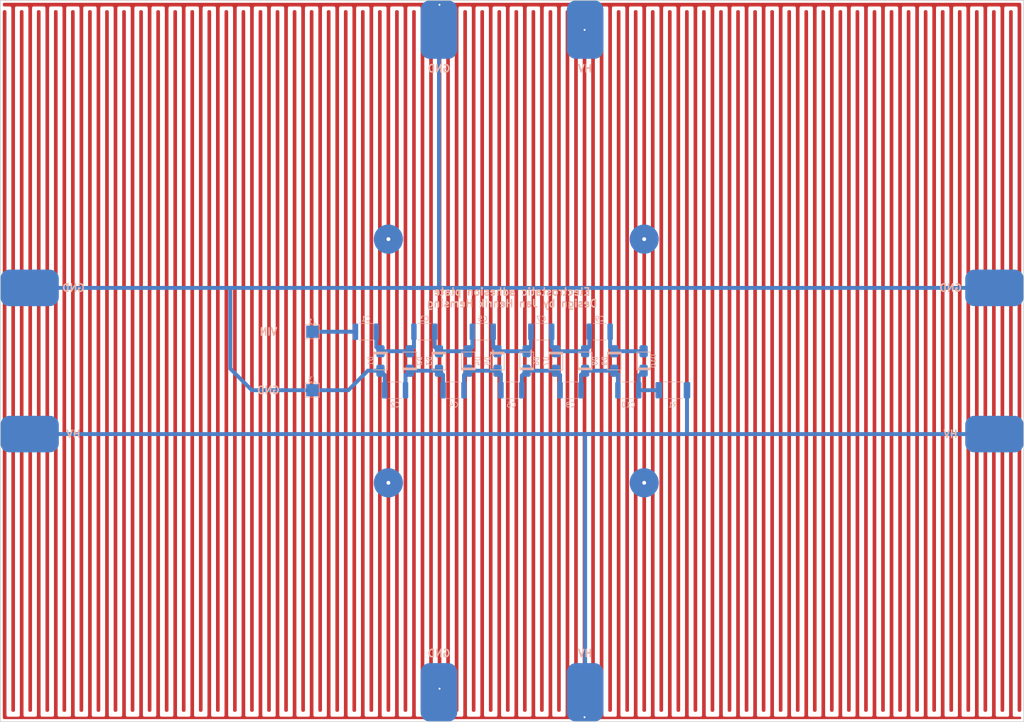
<source format=kicad_pcb>
(kicad_pcb (version 20171130) (host pcbnew "(6.0.0-rc1-dev-1-g01c5bdfb8)")

  (general
    (thickness 1.6)
    (drawings 15)
    (tracks 84)
    (zones 0)
    (modules 35)
    (nets 14)
  )

  (page A4)
  (layers
    (0 F.Cu signal)
    (31 B.Cu signal)
    (32 B.Adhes user)
    (33 F.Adhes user)
    (34 B.Paste user)
    (35 F.Paste user)
    (36 B.SilkS user)
    (37 F.SilkS user)
    (38 B.Mask user)
    (39 F.Mask user)
    (40 Dwgs.User user)
    (41 Cmts.User user)
    (42 Eco1.User user)
    (43 Eco2.User user)
    (44 Edge.Cuts user)
    (45 Margin user)
    (46 B.CrtYd user)
    (47 F.CrtYd user)
    (48 B.Fab user hide)
    (49 F.Fab user hide)
  )

  (setup
    (last_trace_width 0.25)
    (user_trace_width 0.4)
    (user_trace_width 0.6)
    (user_trace_width 0.8)
    (trace_clearance 0.2)
    (zone_clearance 0)
    (zone_45_only yes)
    (trace_min 0.2)
    (segment_width 0.2)
    (edge_width 0.15)
    (via_size 0.8)
    (via_drill 0.4)
    (via_min_size 0.4)
    (via_min_drill 0.3)
    (user_via 0.6 0.4)
    (uvia_size 0.3)
    (uvia_drill 0.1)
    (uvias_allowed no)
    (uvia_min_size 0.2)
    (uvia_min_drill 0.1)
    (pcb_text_width 0.3)
    (pcb_text_size 1.5 1.5)
    (mod_edge_width 0.15)
    (mod_text_size 1 1)
    (mod_text_width 0.15)
    (pad_size 0.9 0.9)
    (pad_drill 0.8)
    (pad_to_mask_clearance 0.051)
    (solder_mask_min_width 0.25)
    (aux_axis_origin 0 0)
    (visible_elements FFFFFF7F)
    (pcbplotparams
      (layerselection 0x010fc_ffffffff)
      (usegerberextensions true)
      (usegerberattributes false)
      (usegerberadvancedattributes false)
      (creategerberjobfile false)
      (excludeedgelayer true)
      (linewidth 0.100000)
      (plotframeref false)
      (viasonmask false)
      (mode 1)
      (useauxorigin false)
      (hpglpennumber 1)
      (hpglpenspeed 20)
      (hpglpendiameter 15.000000)
      (psnegative false)
      (psa4output false)
      (plotreference true)
      (plotvalue true)
      (plotinvisibletext false)
      (padsonsilk false)
      (subtractmaskfromsilk false)
      (outputformat 1)
      (mirror false)
      (drillshape 0)
      (scaleselection 1)
      (outputdirectory "gerber/"))
  )

  (net 0 "")
  (net 1 "Net-(C1-Pad2)")
  (net 2 /N8)
  (net 3 /N9)
  (net 4 /N7)
  (net 5 /N6)
  (net 6 /N5)
  (net 7 /N4)
  (net 8 /N3)
  (net 9 /N2)
  (net 10 /N1)
  (net 11 /GND)
  (net 12 /N10)
  (net 13 /HV)

  (net_class Default "Dies ist die voreingestellte Netzklasse."
    (clearance 0.2)
    (trace_width 0.25)
    (via_dia 0.8)
    (via_drill 0.4)
    (uvia_dia 0.3)
    (uvia_drill 0.1)
    (add_net /GND)
    (add_net /HV)
    (add_net /N1)
    (add_net /N10)
    (add_net /N2)
    (add_net /N3)
    (add_net /N4)
    (add_net /N5)
    (add_net /N6)
    (add_net /N7)
    (add_net /N8)
    (add_net /N9)
    (add_net "Net-(C1-Pad2)")
  )

  (module otter:SMAF (layer B.Cu) (tedit 5C616ADC) (tstamp 5C5F6B28)
    (at 93 89 270)
    (path /5C488BAC)
    (fp_text reference D1 (at 0 2 90) (layer B.SilkS)
      (effects (font (size 1 1) (thickness 0.15)) (justify mirror))
    )
    (fp_text value D (at 0 7 270) (layer B.Fab)
      (effects (font (size 1 1) (thickness 0.15)) (justify mirror))
    )
    (fp_line (start -1.425 1.4) (end -1.425 -1.4) (layer B.SilkS) (width 0.15))
    (fp_line (start -1.525 1.4) (end -1.525 -1.4) (layer B.SilkS) (width 0.15))
    (fp_line (start -1.725 1.4) (end -1.725 -1.4) (layer B.SilkS) (width 0.15))
    (fp_line (start -1.625 1.4) (end -1.625 -1.4) (layer B.SilkS) (width 0.15))
    (fp_line (start -1.825 -1.4) (end 1.825 -1.4) (layer B.SilkS) (width 0.15))
    (fp_line (start -1.825 1.4) (end -1.825 -1.4) (layer B.SilkS) (width 0.15))
    (fp_line (start 1.825 1.4) (end -1.825 1.4) (layer B.SilkS) (width 0.15))
    (fp_line (start 1.825 -1.4) (end 1.825 1.4) (layer B.SilkS) (width 0.15))
    (pad 2 smd roundrect (at 2 0 270) (size 2.5 1.7) (layers B.Cu B.Paste B.Mask) (roundrect_rratio 0.25)
      (net 11 /GND))
    (pad 1 smd roundrect (at -2 0 270) (size 2.5 1.7) (layers B.Cu B.Paste B.Mask) (roundrect_rratio 0.25)
      (net 10 /N1))
  )

  (module Resistor_SMD:R_2512_6332Metric (layer B.Cu) (tedit 5B301BBD) (tstamp 5C5F6B39)
    (at 153 95 180)
    (descr "Resistor SMD 2512 (6332 Metric), square (rectangular) end terminal, IPC_7351 nominal, (Body size source: http://www.tortai-tech.com/upload/download/2011102023233369053.pdf), generated with kicad-footprint-generator")
    (tags resistor)
    (path /5C488BEF)
    (attr smd)
    (fp_text reference R1 (at 0 -3 180) (layer B.SilkS)
      (effects (font (size 1 1) (thickness 0.15)) (justify mirror))
    )
    (fp_text value 33M (at 0 -2.62 180) (layer B.Fab)
      (effects (font (size 1 1) (thickness 0.15)) (justify mirror))
    )
    (fp_text user %R (at 0 0 180) (layer B.Fab)
      (effects (font (size 1 1) (thickness 0.15)) (justify mirror))
    )
    (fp_line (start 3.82 -1.92) (end -3.82 -1.92) (layer B.CrtYd) (width 0.05))
    (fp_line (start 3.82 1.92) (end 3.82 -1.92) (layer B.CrtYd) (width 0.05))
    (fp_line (start -3.82 1.92) (end 3.82 1.92) (layer B.CrtYd) (width 0.05))
    (fp_line (start -3.82 -1.92) (end -3.82 1.92) (layer B.CrtYd) (width 0.05))
    (fp_line (start -2.052064 -1.71) (end 2.052064 -1.71) (layer B.SilkS) (width 0.12))
    (fp_line (start -2.052064 1.71) (end 2.052064 1.71) (layer B.SilkS) (width 0.12))
    (fp_line (start 3.15 -1.6) (end -3.15 -1.6) (layer B.Fab) (width 0.1))
    (fp_line (start 3.15 1.6) (end 3.15 -1.6) (layer B.Fab) (width 0.1))
    (fp_line (start -3.15 1.6) (end 3.15 1.6) (layer B.Fab) (width 0.1))
    (fp_line (start -3.15 -1.6) (end -3.15 1.6) (layer B.Fab) (width 0.1))
    (pad 2 smd roundrect (at 2.9 0 180) (size 1.35 3.35) (layers B.Cu B.Paste B.Mask) (roundrect_rratio 0.185185)
      (net 12 /N10))
    (pad 1 smd roundrect (at -2.9 0 180) (size 1.35 3.35) (layers B.Cu B.Paste B.Mask) (roundrect_rratio 0.185185)
      (net 13 /HV))
    (model ${KISYS3DMOD}/Resistor_SMD.3dshapes/R_2512_6332Metric.wrl
      (at (xyz 0 0 0))
      (scale (xyz 1 1 1))
      (rotate (xyz 0 0 0))
    )
  )

  (module Capacitor_SMD:C_1812_4532Metric (layer B.Cu) (tedit 5B301BBE) (tstamp 5C5F6B4A)
    (at 90 83 180)
    (descr "Capacitor SMD 1812 (4532 Metric), square (rectangular) end terminal, IPC_7351 nominal, (Body size source: https://www.nikhef.nl/pub/departments/mt/projects/detectorR_D/dtddice/ERJ2G.pdf), generated with kicad-footprint-generator")
    (tags capacitor)
    (path /5C488B6C)
    (attr smd)
    (fp_text reference C1 (at 0 2.65 180) (layer B.SilkS)
      (effects (font (size 1 1) (thickness 0.15)) (justify mirror))
    )
    (fp_text value 1n (at 0 -2.65 180) (layer B.Fab)
      (effects (font (size 1 1) (thickness 0.15)) (justify mirror))
    )
    (fp_text user %R (at 0 0 180) (layer B.Fab)
      (effects (font (size 1 1) (thickness 0.15)) (justify mirror))
    )
    (fp_line (start 2.95 -1.95) (end -2.95 -1.95) (layer B.CrtYd) (width 0.05))
    (fp_line (start 2.95 1.95) (end 2.95 -1.95) (layer B.CrtYd) (width 0.05))
    (fp_line (start -2.95 1.95) (end 2.95 1.95) (layer B.CrtYd) (width 0.05))
    (fp_line (start -2.95 -1.95) (end -2.95 1.95) (layer B.CrtYd) (width 0.05))
    (fp_line (start -1.386252 -1.71) (end 1.386252 -1.71) (layer B.SilkS) (width 0.12))
    (fp_line (start -1.386252 1.71) (end 1.386252 1.71) (layer B.SilkS) (width 0.12))
    (fp_line (start 2.25 -1.6) (end -2.25 -1.6) (layer B.Fab) (width 0.1))
    (fp_line (start 2.25 1.6) (end 2.25 -1.6) (layer B.Fab) (width 0.1))
    (fp_line (start -2.25 1.6) (end 2.25 1.6) (layer B.Fab) (width 0.1))
    (fp_line (start -2.25 -1.6) (end -2.25 1.6) (layer B.Fab) (width 0.1))
    (pad 2 smd roundrect (at 2.1375 0 180) (size 1.125 3.4) (layers B.Cu B.Paste B.Mask) (roundrect_rratio 0.222222)
      (net 1 "Net-(C1-Pad2)"))
    (pad 1 smd roundrect (at -2.1375 0 180) (size 1.125 3.4) (layers B.Cu B.Paste B.Mask) (roundrect_rratio 0.222222)
      (net 10 /N1))
    (model ${KISYS3DMOD}/Capacitor_SMD.3dshapes/C_1812_4532Metric.wrl
      (at (xyz 0 0 0))
      (scale (xyz 1 1 1))
      (rotate (xyz 0 0 0))
    )
  )

  (module otter:SMAF (layer B.Cu) (tedit 5C616ADC) (tstamp 5C6A2E91)
    (at 141 89 270)
    (path /5C489F7C)
    (fp_text reference D9 (at 0 2 270) (layer B.SilkS)
      (effects (font (size 1 1) (thickness 0.15)) (justify mirror))
    )
    (fp_text value D (at 0 7 270) (layer B.Fab)
      (effects (font (size 1 1) (thickness 0.15)) (justify mirror))
    )
    (fp_line (start -1.425 1.4) (end -1.425 -1.4) (layer B.SilkS) (width 0.15))
    (fp_line (start -1.525 1.4) (end -1.525 -1.4) (layer B.SilkS) (width 0.15))
    (fp_line (start -1.725 1.4) (end -1.725 -1.4) (layer B.SilkS) (width 0.15))
    (fp_line (start -1.625 1.4) (end -1.625 -1.4) (layer B.SilkS) (width 0.15))
    (fp_line (start -1.825 -1.4) (end 1.825 -1.4) (layer B.SilkS) (width 0.15))
    (fp_line (start -1.825 1.4) (end -1.825 -1.4) (layer B.SilkS) (width 0.15))
    (fp_line (start 1.825 1.4) (end -1.825 1.4) (layer B.SilkS) (width 0.15))
    (fp_line (start 1.825 -1.4) (end 1.825 1.4) (layer B.SilkS) (width 0.15))
    (pad 2 smd roundrect (at 2 0 270) (size 2.5 1.7) (layers B.Cu B.Paste B.Mask) (roundrect_rratio 0.25)
      (net 2 /N8))
    (pad 1 smd roundrect (at -2 0 270) (size 2.5 1.7) (layers B.Cu B.Paste B.Mask) (roundrect_rratio 0.25)
      (net 3 /N9))
  )

  (module otter:SMAF (layer B.Cu) (tedit 5C616ADC) (tstamp 5C6A2E9F)
    (at 135 89 90)
    (path /5C489A5C)
    (fp_text reference D8 (at 0 2 90) (layer B.SilkS)
      (effects (font (size 1 1) (thickness 0.15)) (justify mirror))
    )
    (fp_text value D (at 0 7 90) (layer B.Fab)
      (effects (font (size 1 1) (thickness 0.15)) (justify mirror))
    )
    (fp_line (start -1.425 1.4) (end -1.425 -1.4) (layer B.SilkS) (width 0.15))
    (fp_line (start -1.525 1.4) (end -1.525 -1.4) (layer B.SilkS) (width 0.15))
    (fp_line (start -1.725 1.4) (end -1.725 -1.4) (layer B.SilkS) (width 0.15))
    (fp_line (start -1.625 1.4) (end -1.625 -1.4) (layer B.SilkS) (width 0.15))
    (fp_line (start -1.825 -1.4) (end 1.825 -1.4) (layer B.SilkS) (width 0.15))
    (fp_line (start -1.825 1.4) (end -1.825 -1.4) (layer B.SilkS) (width 0.15))
    (fp_line (start 1.825 1.4) (end -1.825 1.4) (layer B.SilkS) (width 0.15))
    (fp_line (start 1.825 -1.4) (end 1.825 1.4) (layer B.SilkS) (width 0.15))
    (pad 2 smd roundrect (at 2 0 90) (size 2.5 1.7) (layers B.Cu B.Paste B.Mask) (roundrect_rratio 0.25)
      (net 4 /N7))
    (pad 1 smd roundrect (at -2 0 90) (size 2.5 1.7) (layers B.Cu B.Paste B.Mask) (roundrect_rratio 0.25)
      (net 2 /N8))
  )

  (module otter:SMAF (layer B.Cu) (tedit 5C616ADC) (tstamp 5C6A2EAD)
    (at 129 89.000001 270)
    (path /5C489A4E)
    (fp_text reference D7 (at -0.000001 2 270) (layer B.SilkS)
      (effects (font (size 1 1) (thickness 0.15)) (justify mirror))
    )
    (fp_text value D (at 0 7 270) (layer B.Fab)
      (effects (font (size 1 1) (thickness 0.15)) (justify mirror))
    )
    (fp_line (start -1.425 1.4) (end -1.425 -1.4) (layer B.SilkS) (width 0.15))
    (fp_line (start -1.525 1.4) (end -1.525 -1.4) (layer B.SilkS) (width 0.15))
    (fp_line (start -1.725 1.4) (end -1.725 -1.4) (layer B.SilkS) (width 0.15))
    (fp_line (start -1.625 1.4) (end -1.625 -1.4) (layer B.SilkS) (width 0.15))
    (fp_line (start -1.825 -1.4) (end 1.825 -1.4) (layer B.SilkS) (width 0.15))
    (fp_line (start -1.825 1.4) (end -1.825 -1.4) (layer B.SilkS) (width 0.15))
    (fp_line (start 1.825 1.4) (end -1.825 1.4) (layer B.SilkS) (width 0.15))
    (fp_line (start 1.825 -1.4) (end 1.825 1.4) (layer B.SilkS) (width 0.15))
    (pad 2 smd roundrect (at 2 0 270) (size 2.5 1.7) (layers B.Cu B.Paste B.Mask) (roundrect_rratio 0.25)
      (net 5 /N6))
    (pad 1 smd roundrect (at -2 0 270) (size 2.5 1.7) (layers B.Cu B.Paste B.Mask) (roundrect_rratio 0.25)
      (net 4 /N7))
  )

  (module otter:SMAF (layer B.Cu) (tedit 5C616ADC) (tstamp 5C6A2EBB)
    (at 123 88.999999 90)
    (path /5C4896CE)
    (fp_text reference D6 (at -0.000001 2 90) (layer B.SilkS)
      (effects (font (size 1 1) (thickness 0.15)) (justify mirror))
    )
    (fp_text value D (at 0 7 90) (layer B.Fab)
      (effects (font (size 1 1) (thickness 0.15)) (justify mirror))
    )
    (fp_line (start -1.425 1.4) (end -1.425 -1.4) (layer B.SilkS) (width 0.15))
    (fp_line (start -1.525 1.4) (end -1.525 -1.4) (layer B.SilkS) (width 0.15))
    (fp_line (start -1.725 1.4) (end -1.725 -1.4) (layer B.SilkS) (width 0.15))
    (fp_line (start -1.625 1.4) (end -1.625 -1.4) (layer B.SilkS) (width 0.15))
    (fp_line (start -1.825 -1.4) (end 1.825 -1.4) (layer B.SilkS) (width 0.15))
    (fp_line (start -1.825 1.4) (end -1.825 -1.4) (layer B.SilkS) (width 0.15))
    (fp_line (start 1.825 1.4) (end -1.825 1.4) (layer B.SilkS) (width 0.15))
    (fp_line (start 1.825 -1.4) (end 1.825 1.4) (layer B.SilkS) (width 0.15))
    (pad 2 smd roundrect (at 2 0 90) (size 2.5 1.7) (layers B.Cu B.Paste B.Mask) (roundrect_rratio 0.25)
      (net 6 /N5))
    (pad 1 smd roundrect (at -2 0 90) (size 2.5 1.7) (layers B.Cu B.Paste B.Mask) (roundrect_rratio 0.25)
      (net 5 /N6))
  )

  (module otter:SMAF (layer B.Cu) (tedit 5C616ADC) (tstamp 5C6A2EC9)
    (at 117 89 270)
    (path /5C4896C0)
    (fp_text reference D5 (at 0 2 270) (layer B.SilkS)
      (effects (font (size 1 1) (thickness 0.15)) (justify mirror))
    )
    (fp_text value D (at 0 7 270) (layer B.Fab)
      (effects (font (size 1 1) (thickness 0.15)) (justify mirror))
    )
    (fp_line (start -1.425 1.4) (end -1.425 -1.4) (layer B.SilkS) (width 0.15))
    (fp_line (start -1.525 1.4) (end -1.525 -1.4) (layer B.SilkS) (width 0.15))
    (fp_line (start -1.725 1.4) (end -1.725 -1.4) (layer B.SilkS) (width 0.15))
    (fp_line (start -1.625 1.4) (end -1.625 -1.4) (layer B.SilkS) (width 0.15))
    (fp_line (start -1.825 -1.4) (end 1.825 -1.4) (layer B.SilkS) (width 0.15))
    (fp_line (start -1.825 1.4) (end -1.825 -1.4) (layer B.SilkS) (width 0.15))
    (fp_line (start 1.825 1.4) (end -1.825 1.4) (layer B.SilkS) (width 0.15))
    (fp_line (start 1.825 -1.4) (end 1.825 1.4) (layer B.SilkS) (width 0.15))
    (pad 2 smd roundrect (at 2 0 270) (size 2.5 1.7) (layers B.Cu B.Paste B.Mask) (roundrect_rratio 0.25)
      (net 7 /N4))
    (pad 1 smd roundrect (at -2 0 270) (size 2.5 1.7) (layers B.Cu B.Paste B.Mask) (roundrect_rratio 0.25)
      (net 6 /N5))
  )

  (module otter:SMAF (layer B.Cu) (tedit 5C616ADC) (tstamp 5C6A2ED7)
    (at 111 89 90)
    (path /5C48945C)
    (fp_text reference D4 (at 0 2 90) (layer B.SilkS)
      (effects (font (size 1 1) (thickness 0.15)) (justify mirror))
    )
    (fp_text value D (at 0 7 90) (layer B.Fab)
      (effects (font (size 1 1) (thickness 0.15)) (justify mirror))
    )
    (fp_line (start -1.425 1.4) (end -1.425 -1.4) (layer B.SilkS) (width 0.15))
    (fp_line (start -1.525 1.4) (end -1.525 -1.4) (layer B.SilkS) (width 0.15))
    (fp_line (start -1.725 1.4) (end -1.725 -1.4) (layer B.SilkS) (width 0.15))
    (fp_line (start -1.625 1.4) (end -1.625 -1.4) (layer B.SilkS) (width 0.15))
    (fp_line (start -1.825 -1.4) (end 1.825 -1.4) (layer B.SilkS) (width 0.15))
    (fp_line (start -1.825 1.4) (end -1.825 -1.4) (layer B.SilkS) (width 0.15))
    (fp_line (start 1.825 1.4) (end -1.825 1.4) (layer B.SilkS) (width 0.15))
    (fp_line (start 1.825 -1.4) (end 1.825 1.4) (layer B.SilkS) (width 0.15))
    (pad 2 smd roundrect (at 2 0 90) (size 2.5 1.7) (layers B.Cu B.Paste B.Mask) (roundrect_rratio 0.25)
      (net 8 /N3))
    (pad 1 smd roundrect (at -2 0 90) (size 2.5 1.7) (layers B.Cu B.Paste B.Mask) (roundrect_rratio 0.25)
      (net 7 /N4))
  )

  (module otter:SMAF (layer B.Cu) (tedit 5C616ADC) (tstamp 5C6A2EE5)
    (at 105 89 270)
    (path /5C48944E)
    (fp_text reference D3 (at 0 2 270) (layer B.SilkS)
      (effects (font (size 1 1) (thickness 0.15)) (justify mirror))
    )
    (fp_text value D (at 0 7 270) (layer B.Fab)
      (effects (font (size 1 1) (thickness 0.15)) (justify mirror))
    )
    (fp_line (start -1.425 1.4) (end -1.425 -1.4) (layer B.SilkS) (width 0.15))
    (fp_line (start -1.525 1.4) (end -1.525 -1.4) (layer B.SilkS) (width 0.15))
    (fp_line (start -1.725 1.4) (end -1.725 -1.4) (layer B.SilkS) (width 0.15))
    (fp_line (start -1.625 1.4) (end -1.625 -1.4) (layer B.SilkS) (width 0.15))
    (fp_line (start -1.825 -1.4) (end 1.825 -1.4) (layer B.SilkS) (width 0.15))
    (fp_line (start -1.825 1.4) (end -1.825 -1.4) (layer B.SilkS) (width 0.15))
    (fp_line (start 1.825 1.4) (end -1.825 1.4) (layer B.SilkS) (width 0.15))
    (fp_line (start 1.825 -1.4) (end 1.825 1.4) (layer B.SilkS) (width 0.15))
    (pad 2 smd roundrect (at 2 0 270) (size 2.5 1.7) (layers B.Cu B.Paste B.Mask) (roundrect_rratio 0.25)
      (net 9 /N2))
    (pad 1 smd roundrect (at -2 0 270) (size 2.5 1.7) (layers B.Cu B.Paste B.Mask) (roundrect_rratio 0.25)
      (net 8 /N3))
  )

  (module otter:SMAF (layer B.Cu) (tedit 5C616ADC) (tstamp 5C6A2EF3)
    (at 99 88.999999 90)
    (path /5C4890FC)
    (fp_text reference D2 (at -0.000001 2 90) (layer B.SilkS)
      (effects (font (size 1 1) (thickness 0.15)) (justify mirror))
    )
    (fp_text value D (at 0 7 90) (layer B.Fab)
      (effects (font (size 1 1) (thickness 0.15)) (justify mirror))
    )
    (fp_line (start -1.425 1.4) (end -1.425 -1.4) (layer B.SilkS) (width 0.15))
    (fp_line (start -1.525 1.4) (end -1.525 -1.4) (layer B.SilkS) (width 0.15))
    (fp_line (start -1.725 1.4) (end -1.725 -1.4) (layer B.SilkS) (width 0.15))
    (fp_line (start -1.625 1.4) (end -1.625 -1.4) (layer B.SilkS) (width 0.15))
    (fp_line (start -1.825 -1.4) (end 1.825 -1.4) (layer B.SilkS) (width 0.15))
    (fp_line (start -1.825 1.4) (end -1.825 -1.4) (layer B.SilkS) (width 0.15))
    (fp_line (start 1.825 1.4) (end -1.825 1.4) (layer B.SilkS) (width 0.15))
    (fp_line (start 1.825 -1.4) (end 1.825 1.4) (layer B.SilkS) (width 0.15))
    (pad 2 smd roundrect (at 2 0 90) (size 2.5 1.7) (layers B.Cu B.Paste B.Mask) (roundrect_rratio 0.25)
      (net 10 /N1))
    (pad 1 smd roundrect (at -2 0 90) (size 2.5 1.7) (layers B.Cu B.Paste B.Mask) (roundrect_rratio 0.25)
      (net 9 /N2))
  )

  (module otter:SMAF (layer B.Cu) (tedit 5C616ADC) (tstamp 5C6A2F1B)
    (at 147 89 90)
    (path /5C489F8A)
    (fp_text reference D10 (at 0 2 90) (layer B.SilkS)
      (effects (font (size 1 1) (thickness 0.15)) (justify mirror))
    )
    (fp_text value D (at 0 7 90) (layer B.Fab)
      (effects (font (size 1 1) (thickness 0.15)) (justify mirror))
    )
    (fp_line (start -1.425 1.4) (end -1.425 -1.4) (layer B.SilkS) (width 0.15))
    (fp_line (start -1.525 1.4) (end -1.525 -1.4) (layer B.SilkS) (width 0.15))
    (fp_line (start -1.725 1.4) (end -1.725 -1.4) (layer B.SilkS) (width 0.15))
    (fp_line (start -1.625 1.4) (end -1.625 -1.4) (layer B.SilkS) (width 0.15))
    (fp_line (start -1.825 -1.4) (end 1.825 -1.4) (layer B.SilkS) (width 0.15))
    (fp_line (start -1.825 1.4) (end -1.825 -1.4) (layer B.SilkS) (width 0.15))
    (fp_line (start 1.825 1.4) (end -1.825 1.4) (layer B.SilkS) (width 0.15))
    (fp_line (start 1.825 -1.4) (end 1.825 1.4) (layer B.SilkS) (width 0.15))
    (pad 2 smd roundrect (at 2 0 90) (size 2.5 1.7) (layers B.Cu B.Paste B.Mask) (roundrect_rratio 0.25)
      (net 3 /N9))
    (pad 1 smd roundrect (at -2 0 90) (size 2.5 1.7) (layers B.Cu B.Paste B.Mask) (roundrect_rratio 0.25)
      (net 12 /N10))
  )

  (module Capacitor_SMD:C_1812_4532Metric (layer B.Cu) (tedit 5B301BBE) (tstamp 5C6A2FD8)
    (at 143.8625 95 180)
    (descr "Capacitor SMD 1812 (4532 Metric), square (rectangular) end terminal, IPC_7351 nominal, (Body size source: https://www.nikhef.nl/pub/departments/mt/projects/detectorR_D/dtddice/ERJ2G.pdf), generated with kicad-footprint-generator")
    (tags capacitor)
    (path /5C489F83)
    (attr smd)
    (fp_text reference C10 (at 0 -3 180) (layer B.SilkS)
      (effects (font (size 1 1) (thickness 0.15)) (justify mirror))
    )
    (fp_text value 1n (at 0 -2.65 180) (layer B.Fab)
      (effects (font (size 1 1) (thickness 0.15)) (justify mirror))
    )
    (fp_text user %R (at 0 0 180) (layer B.Fab)
      (effects (font (size 1 1) (thickness 0.15)) (justify mirror))
    )
    (fp_line (start 2.95 -1.95) (end -2.95 -1.95) (layer B.CrtYd) (width 0.05))
    (fp_line (start 2.95 1.95) (end 2.95 -1.95) (layer B.CrtYd) (width 0.05))
    (fp_line (start -2.95 1.95) (end 2.95 1.95) (layer B.CrtYd) (width 0.05))
    (fp_line (start -2.95 -1.95) (end -2.95 1.95) (layer B.CrtYd) (width 0.05))
    (fp_line (start -1.386252 -1.71) (end 1.386252 -1.71) (layer B.SilkS) (width 0.12))
    (fp_line (start -1.386252 1.71) (end 1.386252 1.71) (layer B.SilkS) (width 0.12))
    (fp_line (start 2.25 -1.6) (end -2.25 -1.6) (layer B.Fab) (width 0.1))
    (fp_line (start 2.25 1.6) (end 2.25 -1.6) (layer B.Fab) (width 0.1))
    (fp_line (start -2.25 1.6) (end 2.25 1.6) (layer B.Fab) (width 0.1))
    (fp_line (start -2.25 -1.6) (end -2.25 1.6) (layer B.Fab) (width 0.1))
    (pad 2 smd roundrect (at 2.1375 0 180) (size 1.125 3.4) (layers B.Cu B.Paste B.Mask) (roundrect_rratio 0.222222)
      (net 2 /N8))
    (pad 1 smd roundrect (at -2.1375 0 180) (size 1.125 3.4) (layers B.Cu B.Paste B.Mask) (roundrect_rratio 0.222222)
      (net 12 /N10))
    (model ${KISYS3DMOD}/Capacitor_SMD.3dshapes/C_1812_4532Metric.wrl
      (at (xyz 0 0 0))
      (scale (xyz 1 1 1))
      (rotate (xyz 0 0 0))
    )
  )

  (module Capacitor_SMD:C_1812_4532Metric (layer B.Cu) (tedit 5B301BBE) (tstamp 5C6A2FE9)
    (at 138 83 180)
    (descr "Capacitor SMD 1812 (4532 Metric), square (rectangular) end terminal, IPC_7351 nominal, (Body size source: https://www.nikhef.nl/pub/departments/mt/projects/detectorR_D/dtddice/ERJ2G.pdf), generated with kicad-footprint-generator")
    (tags capacitor)
    (path /5C489F75)
    (attr smd)
    (fp_text reference C9 (at 0 2.65 180) (layer B.SilkS)
      (effects (font (size 1 1) (thickness 0.15)) (justify mirror))
    )
    (fp_text value 1n (at 0 -2.65 180) (layer B.Fab)
      (effects (font (size 1 1) (thickness 0.15)) (justify mirror))
    )
    (fp_text user %R (at 0 0 180) (layer B.Fab)
      (effects (font (size 1 1) (thickness 0.15)) (justify mirror))
    )
    (fp_line (start 2.95 -1.95) (end -2.95 -1.95) (layer B.CrtYd) (width 0.05))
    (fp_line (start 2.95 1.95) (end 2.95 -1.95) (layer B.CrtYd) (width 0.05))
    (fp_line (start -2.95 1.95) (end 2.95 1.95) (layer B.CrtYd) (width 0.05))
    (fp_line (start -2.95 -1.95) (end -2.95 1.95) (layer B.CrtYd) (width 0.05))
    (fp_line (start -1.386252 -1.71) (end 1.386252 -1.71) (layer B.SilkS) (width 0.12))
    (fp_line (start -1.386252 1.71) (end 1.386252 1.71) (layer B.SilkS) (width 0.12))
    (fp_line (start 2.25 -1.6) (end -2.25 -1.6) (layer B.Fab) (width 0.1))
    (fp_line (start 2.25 1.6) (end 2.25 -1.6) (layer B.Fab) (width 0.1))
    (fp_line (start -2.25 1.6) (end 2.25 1.6) (layer B.Fab) (width 0.1))
    (fp_line (start -2.25 -1.6) (end -2.25 1.6) (layer B.Fab) (width 0.1))
    (pad 2 smd roundrect (at 2.1375 0 180) (size 1.125 3.4) (layers B.Cu B.Paste B.Mask) (roundrect_rratio 0.222222)
      (net 4 /N7))
    (pad 1 smd roundrect (at -2.1375 0 180) (size 1.125 3.4) (layers B.Cu B.Paste B.Mask) (roundrect_rratio 0.222222)
      (net 3 /N9))
    (model ${KISYS3DMOD}/Capacitor_SMD.3dshapes/C_1812_4532Metric.wrl
      (at (xyz 0 0 0))
      (scale (xyz 1 1 1))
      (rotate (xyz 0 0 0))
    )
  )

  (module Capacitor_SMD:C_1812_4532Metric (layer B.Cu) (tedit 5B301BBE) (tstamp 5C6A2FFA)
    (at 132 95 180)
    (descr "Capacitor SMD 1812 (4532 Metric), square (rectangular) end terminal, IPC_7351 nominal, (Body size source: https://www.nikhef.nl/pub/departments/mt/projects/detectorR_D/dtddice/ERJ2G.pdf), generated with kicad-footprint-generator")
    (tags capacitor)
    (path /5C489A55)
    (attr smd)
    (fp_text reference C8 (at 0 -3 180) (layer B.SilkS)
      (effects (font (size 1 1) (thickness 0.15)) (justify mirror))
    )
    (fp_text value 1n (at 0 -2.65 180) (layer B.Fab)
      (effects (font (size 1 1) (thickness 0.15)) (justify mirror))
    )
    (fp_text user %R (at 0 0 180) (layer B.Fab)
      (effects (font (size 1 1) (thickness 0.15)) (justify mirror))
    )
    (fp_line (start 2.95 -1.95) (end -2.95 -1.95) (layer B.CrtYd) (width 0.05))
    (fp_line (start 2.95 1.95) (end 2.95 -1.95) (layer B.CrtYd) (width 0.05))
    (fp_line (start -2.95 1.95) (end 2.95 1.95) (layer B.CrtYd) (width 0.05))
    (fp_line (start -2.95 -1.95) (end -2.95 1.95) (layer B.CrtYd) (width 0.05))
    (fp_line (start -1.386252 -1.71) (end 1.386252 -1.71) (layer B.SilkS) (width 0.12))
    (fp_line (start -1.386252 1.71) (end 1.386252 1.71) (layer B.SilkS) (width 0.12))
    (fp_line (start 2.25 -1.6) (end -2.25 -1.6) (layer B.Fab) (width 0.1))
    (fp_line (start 2.25 1.6) (end 2.25 -1.6) (layer B.Fab) (width 0.1))
    (fp_line (start -2.25 1.6) (end 2.25 1.6) (layer B.Fab) (width 0.1))
    (fp_line (start -2.25 -1.6) (end -2.25 1.6) (layer B.Fab) (width 0.1))
    (pad 2 smd roundrect (at 2.1375 0 180) (size 1.125 3.4) (layers B.Cu B.Paste B.Mask) (roundrect_rratio 0.222222)
      (net 5 /N6))
    (pad 1 smd roundrect (at -2.1375 0 180) (size 1.125 3.4) (layers B.Cu B.Paste B.Mask) (roundrect_rratio 0.222222)
      (net 2 /N8))
    (model ${KISYS3DMOD}/Capacitor_SMD.3dshapes/C_1812_4532Metric.wrl
      (at (xyz 0 0 0))
      (scale (xyz 1 1 1))
      (rotate (xyz 0 0 0))
    )
  )

  (module Capacitor_SMD:C_1812_4532Metric (layer B.Cu) (tedit 5B301BBE) (tstamp 5C6A300B)
    (at 126 83 180)
    (descr "Capacitor SMD 1812 (4532 Metric), square (rectangular) end terminal, IPC_7351 nominal, (Body size source: https://www.nikhef.nl/pub/departments/mt/projects/detectorR_D/dtddice/ERJ2G.pdf), generated with kicad-footprint-generator")
    (tags capacitor)
    (path /5C489A47)
    (attr smd)
    (fp_text reference C7 (at 0 2.65 180) (layer B.SilkS)
      (effects (font (size 1 1) (thickness 0.15)) (justify mirror))
    )
    (fp_text value 1n (at 0 -2.65 180) (layer B.Fab)
      (effects (font (size 1 1) (thickness 0.15)) (justify mirror))
    )
    (fp_text user %R (at 0 0 180) (layer B.Fab)
      (effects (font (size 1 1) (thickness 0.15)) (justify mirror))
    )
    (fp_line (start 2.95 -1.95) (end -2.95 -1.95) (layer B.CrtYd) (width 0.05))
    (fp_line (start 2.95 1.95) (end 2.95 -1.95) (layer B.CrtYd) (width 0.05))
    (fp_line (start -2.95 1.95) (end 2.95 1.95) (layer B.CrtYd) (width 0.05))
    (fp_line (start -2.95 -1.95) (end -2.95 1.95) (layer B.CrtYd) (width 0.05))
    (fp_line (start -1.386252 -1.71) (end 1.386252 -1.71) (layer B.SilkS) (width 0.12))
    (fp_line (start -1.386252 1.71) (end 1.386252 1.71) (layer B.SilkS) (width 0.12))
    (fp_line (start 2.25 -1.6) (end -2.25 -1.6) (layer B.Fab) (width 0.1))
    (fp_line (start 2.25 1.6) (end 2.25 -1.6) (layer B.Fab) (width 0.1))
    (fp_line (start -2.25 1.6) (end 2.25 1.6) (layer B.Fab) (width 0.1))
    (fp_line (start -2.25 -1.6) (end -2.25 1.6) (layer B.Fab) (width 0.1))
    (pad 2 smd roundrect (at 2.1375 0 180) (size 1.125 3.4) (layers B.Cu B.Paste B.Mask) (roundrect_rratio 0.222222)
      (net 6 /N5))
    (pad 1 smd roundrect (at -2.1375 0 180) (size 1.125 3.4) (layers B.Cu B.Paste B.Mask) (roundrect_rratio 0.222222)
      (net 4 /N7))
    (model ${KISYS3DMOD}/Capacitor_SMD.3dshapes/C_1812_4532Metric.wrl
      (at (xyz 0 0 0))
      (scale (xyz 1 1 1))
      (rotate (xyz 0 0 0))
    )
  )

  (module Capacitor_SMD:C_1812_4532Metric (layer B.Cu) (tedit 5B301BBE) (tstamp 5C6A301C)
    (at 119.8625 95 180)
    (descr "Capacitor SMD 1812 (4532 Metric), square (rectangular) end terminal, IPC_7351 nominal, (Body size source: https://www.nikhef.nl/pub/departments/mt/projects/detectorR_D/dtddice/ERJ2G.pdf), generated with kicad-footprint-generator")
    (tags capacitor)
    (path /5C4896C7)
    (attr smd)
    (fp_text reference C6 (at 0 -3 180) (layer B.SilkS)
      (effects (font (size 1 1) (thickness 0.15)) (justify mirror))
    )
    (fp_text value 1n (at 0 -2.65 180) (layer B.Fab)
      (effects (font (size 1 1) (thickness 0.15)) (justify mirror))
    )
    (fp_text user %R (at 0 0 180) (layer B.Fab)
      (effects (font (size 1 1) (thickness 0.15)) (justify mirror))
    )
    (fp_line (start 2.95 -1.95) (end -2.95 -1.95) (layer B.CrtYd) (width 0.05))
    (fp_line (start 2.95 1.95) (end 2.95 -1.95) (layer B.CrtYd) (width 0.05))
    (fp_line (start -2.95 1.95) (end 2.95 1.95) (layer B.CrtYd) (width 0.05))
    (fp_line (start -2.95 -1.95) (end -2.95 1.95) (layer B.CrtYd) (width 0.05))
    (fp_line (start -1.386252 -1.71) (end 1.386252 -1.71) (layer B.SilkS) (width 0.12))
    (fp_line (start -1.386252 1.71) (end 1.386252 1.71) (layer B.SilkS) (width 0.12))
    (fp_line (start 2.25 -1.6) (end -2.25 -1.6) (layer B.Fab) (width 0.1))
    (fp_line (start 2.25 1.6) (end 2.25 -1.6) (layer B.Fab) (width 0.1))
    (fp_line (start -2.25 1.6) (end 2.25 1.6) (layer B.Fab) (width 0.1))
    (fp_line (start -2.25 -1.6) (end -2.25 1.6) (layer B.Fab) (width 0.1))
    (pad 2 smd roundrect (at 2.1375 0 180) (size 1.125 3.4) (layers B.Cu B.Paste B.Mask) (roundrect_rratio 0.222222)
      (net 7 /N4))
    (pad 1 smd roundrect (at -2.1375 0 180) (size 1.125 3.4) (layers B.Cu B.Paste B.Mask) (roundrect_rratio 0.222222)
      (net 5 /N6))
    (model ${KISYS3DMOD}/Capacitor_SMD.3dshapes/C_1812_4532Metric.wrl
      (at (xyz 0 0 0))
      (scale (xyz 1 1 1))
      (rotate (xyz 0 0 0))
    )
  )

  (module Capacitor_SMD:C_1812_4532Metric (layer B.Cu) (tedit 5B301BBE) (tstamp 5C6A302D)
    (at 114 83 180)
    (descr "Capacitor SMD 1812 (4532 Metric), square (rectangular) end terminal, IPC_7351 nominal, (Body size source: https://www.nikhef.nl/pub/departments/mt/projects/detectorR_D/dtddice/ERJ2G.pdf), generated with kicad-footprint-generator")
    (tags capacitor)
    (path /5C4896B9)
    (attr smd)
    (fp_text reference C5 (at 0 2.65 180) (layer B.SilkS)
      (effects (font (size 1 1) (thickness 0.15)) (justify mirror))
    )
    (fp_text value 1n (at 0 -2.65 180) (layer B.Fab)
      (effects (font (size 1 1) (thickness 0.15)) (justify mirror))
    )
    (fp_text user %R (at 0 0 180) (layer B.Fab)
      (effects (font (size 1 1) (thickness 0.15)) (justify mirror))
    )
    (fp_line (start 2.95 -1.95) (end -2.95 -1.95) (layer B.CrtYd) (width 0.05))
    (fp_line (start 2.95 1.95) (end 2.95 -1.95) (layer B.CrtYd) (width 0.05))
    (fp_line (start -2.95 1.95) (end 2.95 1.95) (layer B.CrtYd) (width 0.05))
    (fp_line (start -2.95 -1.95) (end -2.95 1.95) (layer B.CrtYd) (width 0.05))
    (fp_line (start -1.386252 -1.71) (end 1.386252 -1.71) (layer B.SilkS) (width 0.12))
    (fp_line (start -1.386252 1.71) (end 1.386252 1.71) (layer B.SilkS) (width 0.12))
    (fp_line (start 2.25 -1.6) (end -2.25 -1.6) (layer B.Fab) (width 0.1))
    (fp_line (start 2.25 1.6) (end 2.25 -1.6) (layer B.Fab) (width 0.1))
    (fp_line (start -2.25 1.6) (end 2.25 1.6) (layer B.Fab) (width 0.1))
    (fp_line (start -2.25 -1.6) (end -2.25 1.6) (layer B.Fab) (width 0.1))
    (pad 2 smd roundrect (at 2.1375 0 180) (size 1.125 3.4) (layers B.Cu B.Paste B.Mask) (roundrect_rratio 0.222222)
      (net 8 /N3))
    (pad 1 smd roundrect (at -2.1375 0 180) (size 1.125 3.4) (layers B.Cu B.Paste B.Mask) (roundrect_rratio 0.222222)
      (net 6 /N5))
    (model ${KISYS3DMOD}/Capacitor_SMD.3dshapes/C_1812_4532Metric.wrl
      (at (xyz 0 0 0))
      (scale (xyz 1 1 1))
      (rotate (xyz 0 0 0))
    )
  )

  (module Capacitor_SMD:C_1812_4532Metric (layer B.Cu) (tedit 5B301BBE) (tstamp 5C6A303E)
    (at 108 95 180)
    (descr "Capacitor SMD 1812 (4532 Metric), square (rectangular) end terminal, IPC_7351 nominal, (Body size source: https://www.nikhef.nl/pub/departments/mt/projects/detectorR_D/dtddice/ERJ2G.pdf), generated with kicad-footprint-generator")
    (tags capacitor)
    (path /5C489455)
    (attr smd)
    (fp_text reference C4 (at 0 -3 180) (layer B.SilkS)
      (effects (font (size 1 1) (thickness 0.15)) (justify mirror))
    )
    (fp_text value 1n (at 0 -2.65 180) (layer B.Fab)
      (effects (font (size 1 1) (thickness 0.15)) (justify mirror))
    )
    (fp_text user %R (at 0 0 180) (layer B.Fab)
      (effects (font (size 1 1) (thickness 0.15)) (justify mirror))
    )
    (fp_line (start 2.95 -1.95) (end -2.95 -1.95) (layer B.CrtYd) (width 0.05))
    (fp_line (start 2.95 1.95) (end 2.95 -1.95) (layer B.CrtYd) (width 0.05))
    (fp_line (start -2.95 1.95) (end 2.95 1.95) (layer B.CrtYd) (width 0.05))
    (fp_line (start -2.95 -1.95) (end -2.95 1.95) (layer B.CrtYd) (width 0.05))
    (fp_line (start -1.386252 -1.71) (end 1.386252 -1.71) (layer B.SilkS) (width 0.12))
    (fp_line (start -1.386252 1.71) (end 1.386252 1.71) (layer B.SilkS) (width 0.12))
    (fp_line (start 2.25 -1.6) (end -2.25 -1.6) (layer B.Fab) (width 0.1))
    (fp_line (start 2.25 1.6) (end 2.25 -1.6) (layer B.Fab) (width 0.1))
    (fp_line (start -2.25 1.6) (end 2.25 1.6) (layer B.Fab) (width 0.1))
    (fp_line (start -2.25 -1.6) (end -2.25 1.6) (layer B.Fab) (width 0.1))
    (pad 2 smd roundrect (at 2.1375 0 180) (size 1.125 3.4) (layers B.Cu B.Paste B.Mask) (roundrect_rratio 0.222222)
      (net 9 /N2))
    (pad 1 smd roundrect (at -2.1375 0 180) (size 1.125 3.4) (layers B.Cu B.Paste B.Mask) (roundrect_rratio 0.222222)
      (net 7 /N4))
    (model ${KISYS3DMOD}/Capacitor_SMD.3dshapes/C_1812_4532Metric.wrl
      (at (xyz 0 0 0))
      (scale (xyz 1 1 1))
      (rotate (xyz 0 0 0))
    )
  )

  (module Capacitor_SMD:C_1812_4532Metric (layer B.Cu) (tedit 5B301BBE) (tstamp 5C6A304F)
    (at 102 83 180)
    (descr "Capacitor SMD 1812 (4532 Metric), square (rectangular) end terminal, IPC_7351 nominal, (Body size source: https://www.nikhef.nl/pub/departments/mt/projects/detectorR_D/dtddice/ERJ2G.pdf), generated with kicad-footprint-generator")
    (tags capacitor)
    (path /5C489447)
    (attr smd)
    (fp_text reference C3 (at 0 2.65 180) (layer B.SilkS)
      (effects (font (size 1 1) (thickness 0.15)) (justify mirror))
    )
    (fp_text value 1n (at 0 -2.65 180) (layer B.Fab)
      (effects (font (size 1 1) (thickness 0.15)) (justify mirror))
    )
    (fp_text user %R (at 0 0 180) (layer B.Fab)
      (effects (font (size 1 1) (thickness 0.15)) (justify mirror))
    )
    (fp_line (start 2.95 -1.95) (end -2.95 -1.95) (layer B.CrtYd) (width 0.05))
    (fp_line (start 2.95 1.95) (end 2.95 -1.95) (layer B.CrtYd) (width 0.05))
    (fp_line (start -2.95 1.95) (end 2.95 1.95) (layer B.CrtYd) (width 0.05))
    (fp_line (start -2.95 -1.95) (end -2.95 1.95) (layer B.CrtYd) (width 0.05))
    (fp_line (start -1.386252 -1.71) (end 1.386252 -1.71) (layer B.SilkS) (width 0.12))
    (fp_line (start -1.386252 1.71) (end 1.386252 1.71) (layer B.SilkS) (width 0.12))
    (fp_line (start 2.25 -1.6) (end -2.25 -1.6) (layer B.Fab) (width 0.1))
    (fp_line (start 2.25 1.6) (end 2.25 -1.6) (layer B.Fab) (width 0.1))
    (fp_line (start -2.25 1.6) (end 2.25 1.6) (layer B.Fab) (width 0.1))
    (fp_line (start -2.25 -1.6) (end -2.25 1.6) (layer B.Fab) (width 0.1))
    (pad 2 smd roundrect (at 2.1375 0 180) (size 1.125 3.4) (layers B.Cu B.Paste B.Mask) (roundrect_rratio 0.222222)
      (net 10 /N1))
    (pad 1 smd roundrect (at -2.1375 0 180) (size 1.125 3.4) (layers B.Cu B.Paste B.Mask) (roundrect_rratio 0.222222)
      (net 8 /N3))
    (model ${KISYS3DMOD}/Capacitor_SMD.3dshapes/C_1812_4532Metric.wrl
      (at (xyz 0 0 0))
      (scale (xyz 1 1 1))
      (rotate (xyz 0 0 0))
    )
  )

  (module Capacitor_SMD:C_1812_4532Metric (layer B.Cu) (tedit 5B301BBE) (tstamp 5C6A3060)
    (at 96 95 180)
    (descr "Capacitor SMD 1812 (4532 Metric), square (rectangular) end terminal, IPC_7351 nominal, (Body size source: https://www.nikhef.nl/pub/departments/mt/projects/detectorR_D/dtddice/ERJ2G.pdf), generated with kicad-footprint-generator")
    (tags capacitor)
    (path /5C4890BA)
    (attr smd)
    (fp_text reference C2 (at 0 -3 180) (layer B.SilkS)
      (effects (font (size 1 1) (thickness 0.15)) (justify mirror))
    )
    (fp_text value 1n (at 0 -2.65 180) (layer B.Fab)
      (effects (font (size 1 1) (thickness 0.15)) (justify mirror))
    )
    (fp_text user %R (at 0 0 180) (layer B.Fab)
      (effects (font (size 1 1) (thickness 0.15)) (justify mirror))
    )
    (fp_line (start 2.95 -1.95) (end -2.95 -1.95) (layer B.CrtYd) (width 0.05))
    (fp_line (start 2.95 1.95) (end 2.95 -1.95) (layer B.CrtYd) (width 0.05))
    (fp_line (start -2.95 1.95) (end 2.95 1.95) (layer B.CrtYd) (width 0.05))
    (fp_line (start -2.95 -1.95) (end -2.95 1.95) (layer B.CrtYd) (width 0.05))
    (fp_line (start -1.386252 -1.71) (end 1.386252 -1.71) (layer B.SilkS) (width 0.12))
    (fp_line (start -1.386252 1.71) (end 1.386252 1.71) (layer B.SilkS) (width 0.12))
    (fp_line (start 2.25 -1.6) (end -2.25 -1.6) (layer B.Fab) (width 0.1))
    (fp_line (start 2.25 1.6) (end 2.25 -1.6) (layer B.Fab) (width 0.1))
    (fp_line (start -2.25 1.6) (end 2.25 1.6) (layer B.Fab) (width 0.1))
    (fp_line (start -2.25 -1.6) (end -2.25 1.6) (layer B.Fab) (width 0.1))
    (pad 2 smd roundrect (at 2.1375 0 180) (size 1.125 3.4) (layers B.Cu B.Paste B.Mask) (roundrect_rratio 0.222222)
      (net 11 /GND))
    (pad 1 smd roundrect (at -2.1375 0 180) (size 1.125 3.4) (layers B.Cu B.Paste B.Mask) (roundrect_rratio 0.222222)
      (net 9 /N2))
    (model ${KISYS3DMOD}/Capacitor_SMD.3dshapes/C_1812_4532Metric.wrl
      (at (xyz 0 0 0))
      (scale (xyz 1 1 1))
      (rotate (xyz 0 0 0))
    )
  )

  (module otter:M3_Screw (layer B.Cu) (tedit 5C62BB98) (tstamp 5C6E2C1A)
    (at 94.625 114)
    (path /5C61FC91)
    (clearance 1.2)
    (fp_text reference J14 (at 0 3) (layer B.SilkS) hide
      (effects (font (size 1 1) (thickness 0.15)) (justify mirror))
    )
    (fp_text value SCREW (at 0 2.5) (layer B.Fab)
      (effects (font (size 1 1) (thickness 0.15)) (justify mirror))
    )
    (pad 2 smd circle (at 0 0) (size 6 6) (layers B.Cu B.Paste B.Mask))
    (pad 2 thru_hole oval (at 0 0) (size 0.9 0.9) (drill 0.8) (layers F.Cu))
    (model "/home/janhenrik/Downloads/9774050360R (rev1).stp"
      (offset (xyz 0 0 5))
      (scale (xyz 1 1 1))
      (rotate (xyz 90 0 0))
    )
  )

  (module otter:M3_Screw (layer B.Cu) (tedit 5C62BB98) (tstamp 5C6E2C1F)
    (at 147.125 64)
    (path /5C61C794)
    (clearance 1.2)
    (fp_text reference J11 (at 0 3) (layer B.SilkS) hide
      (effects (font (size 1 1) (thickness 0.15)) (justify mirror))
    )
    (fp_text value SCREW (at 0 2.5) (layer B.Fab)
      (effects (font (size 1 1) (thickness 0.15)) (justify mirror))
    )
    (pad 2 smd circle (at 0 0) (size 6 6) (layers B.Cu B.Paste B.Mask))
    (pad 2 thru_hole oval (at 0 0) (size 0.9 0.9) (drill 0.8) (layers F.Cu))
    (model "/home/janhenrik/Downloads/9774050360R (rev1).stp"
      (offset (xyz 0 0 5))
      (scale (xyz 1 1 1))
      (rotate (xyz 90 0 0))
    )
  )

  (module otter:M3_Screw (layer B.Cu) (tedit 5C62BB98) (tstamp 5C6E2C24)
    (at 147.125 114)
    (path /5C61E45B)
    (clearance 1.2)
    (fp_text reference J12 (at 0 3) (layer B.SilkS) hide
      (effects (font (size 1 1) (thickness 0.15)) (justify mirror))
    )
    (fp_text value SCREW (at 0 2.5) (layer B.Fab)
      (effects (font (size 1 1) (thickness 0.15)) (justify mirror))
    )
    (pad 2 smd circle (at 0 0) (size 6 6) (layers B.Cu B.Paste B.Mask))
    (pad 2 thru_hole oval (at 0 0) (size 0.9 0.9) (drill 0.8) (layers F.Cu))
    (model "/home/janhenrik/Downloads/9774050360R (rev1).stp"
      (offset (xyz 0 0 5))
      (scale (xyz 1 1 1))
      (rotate (xyz 90 0 0))
    )
  )

  (module otter:M3_Screw (layer B.Cu) (tedit 5C62BB98) (tstamp 5C6E2C29)
    (at 94.625 64)
    (path /5C61F06D)
    (clearance 1.2)
    (fp_text reference J13 (at 0 3) (layer B.SilkS) hide
      (effects (font (size 1 1) (thickness 0.15)) (justify mirror))
    )
    (fp_text value SCREW (at 0 2.5) (layer B.Fab)
      (effects (font (size 1 1) (thickness 0.15)) (justify mirror))
    )
    (pad 2 smd circle (at 0 0) (size 6 6) (layers B.Cu B.Paste B.Mask)
      (net 11 /GND))
    (pad 2 thru_hole oval (at 0 0) (size 0.9 0.9) (drill 0.8) (layers F.Cu)
      (net 11 /GND))
    (model "/home/janhenrik/Downloads/9774050360R (rev1).stp"
      (offset (xyz 0 0 5))
      (scale (xyz 1 1 1))
      (rotate (xyz 90 0 0))
    )
  )

  (module TestPoint:TestPoint_Pad_2.5x2.5mm (layer B.Cu) (tedit 5A0F774F) (tstamp 5C6E2C6B)
    (at 79 83 180)
    (descr "SMD rectangular pad as test Point, square 2.5mm side length")
    (tags "test point SMD pad rectangle square")
    (path /5C48BF63)
    (attr virtual)
    (fp_text reference J1 (at 0 2.148 180) (layer B.SilkS)
      (effects (font (size 1 1) (thickness 0.15)) (justify mirror))
    )
    (fp_text value VIN (at 0 -2.25 180) (layer B.Fab)
      (effects (font (size 1 1) (thickness 0.15)) (justify mirror))
    )
    (fp_line (start 1.75 -1.75) (end -1.75 -1.75) (layer B.CrtYd) (width 0.05))
    (fp_line (start 1.75 -1.75) (end 1.75 1.75) (layer B.CrtYd) (width 0.05))
    (fp_line (start -1.75 1.75) (end -1.75 -1.75) (layer B.CrtYd) (width 0.05))
    (fp_line (start -1.75 1.75) (end 1.75 1.75) (layer B.CrtYd) (width 0.05))
    (fp_line (start -1.45 -1.45) (end -1.45 1.45) (layer B.SilkS) (width 0.12))
    (fp_line (start 1.45 -1.45) (end -1.45 -1.45) (layer B.SilkS) (width 0.12))
    (fp_line (start 1.45 1.45) (end 1.45 -1.45) (layer B.SilkS) (width 0.12))
    (fp_line (start -1.45 1.45) (end 1.45 1.45) (layer B.SilkS) (width 0.12))
    (fp_text user %R (at 0 2.15 180) (layer B.Fab)
      (effects (font (size 1 1) (thickness 0.15)) (justify mirror))
    )
    (pad 1 smd rect (at 0 0 180) (size 2.5 2.5) (layers B.Cu B.Mask)
      (net 1 "Net-(C1-Pad2)"))
  )

  (module otter:PAD7.5x12 (layer B.Cu) (tedit 5C61BB22) (tstamp 5C78E49F)
    (at 21 104 180)
    (path /5C48DEB8)
    (fp_text reference J10 (at 0 -0.5 180) (layer B.SilkS) hide
      (effects (font (size 1 1) (thickness 0.15)) (justify mirror))
    )
    (fp_text value HV (at 0 0.5 180) (layer B.Fab)
      (effects (font (size 1 1) (thickness 0.15)) (justify mirror))
    )
    (pad 1 smd roundrect (at 0 0 180) (size 12 7.5) (layers B.Cu B.Paste B.Mask) (roundrect_rratio 0.25)
      (net 13 /HV))
  )

  (module otter:PAD7.5x12 (layer B.Cu) (tedit 5C61BB22) (tstamp 5C78E4A3)
    (at 219 104 180)
    (path /5C48D8C9)
    (fp_text reference J9 (at 0 -0.5 180) (layer B.SilkS) hide
      (effects (font (size 1 1) (thickness 0.15)) (justify mirror))
    )
    (fp_text value HV (at 0 0.5 180) (layer B.Fab)
      (effects (font (size 1 1) (thickness 0.15)) (justify mirror))
    )
    (pad 1 smd roundrect (at 0 0 180) (size 12 7.5) (layers B.Cu B.Paste B.Mask) (roundrect_rratio 0.25)
      (net 13 /HV))
  )

  (module otter:PAD7.5x12 (layer B.Cu) (tedit 5C61BB22) (tstamp 5C78E4A7)
    (at 135 21 90)
    (path /5C48C014)
    (fp_text reference J8 (at 0 -0.5 90) (layer B.SilkS) hide
      (effects (font (size 1 1) (thickness 0.15)) (justify mirror))
    )
    (fp_text value HV (at 0 0.5 90) (layer B.Fab)
      (effects (font (size 1 1) (thickness 0.15)) (justify mirror))
    )
    (pad 1 smd roundrect (at 0 0 90) (size 12 7.5) (layers B.Cu B.Paste B.Mask) (roundrect_rratio 0.25)
      (net 13 /HV))
  )

  (module otter:PAD7.5x12 (layer B.Cu) (tedit 5C61BB22) (tstamp 5C78E4AB)
    (at 135 157 270)
    (path /5C48D2D4)
    (fp_text reference J7 (at 0 -0.5 270) (layer B.SilkS) hide
      (effects (font (size 1 1) (thickness 0.15)) (justify mirror))
    )
    (fp_text value HV (at 0 0.5 270) (layer B.Fab)
      (effects (font (size 1 1) (thickness 0.15)) (justify mirror))
    )
    (pad 1 smd roundrect (at 0 0 270) (size 12 7.5) (layers B.Cu B.Paste B.Mask) (roundrect_rratio 0.25)
      (net 13 /HV))
  )

  (module otter:PAD7.5x12 (layer B.Cu) (tedit 5C61BB22) (tstamp 5C78E4B3)
    (at 219 74 180)
    (path /5C490265)
    (fp_text reference J4 (at 0 -0.5 180) (layer B.SilkS) hide
      (effects (font (size 1 1) (thickness 0.15)) (justify mirror))
    )
    (fp_text value GND (at 0 0.5 180) (layer B.Fab)
      (effects (font (size 1 1) (thickness 0.15)) (justify mirror))
    )
    (pad 1 smd roundrect (at 0 0 180) (size 12 7.5) (layers B.Cu B.Paste B.Mask) (roundrect_rratio 0.25)
      (net 11 /GND))
  )

  (module otter:PAD7.5x12 (layer B.Cu) (tedit 5C61BB22) (tstamp 5C78E4B7)
    (at 105 21 270)
    (path /5C490A61)
    (fp_text reference J5 (at 0 -0.5 270) (layer B.SilkS) hide
      (effects (font (size 1 1) (thickness 0.15)) (justify mirror))
    )
    (fp_text value GND (at 0 0.5 270) (layer B.Fab)
      (effects (font (size 1 1) (thickness 0.15)) (justify mirror))
    )
    (pad 1 smd roundrect (at 0 0 270) (size 12 7.5) (layers B.Cu B.Paste B.Mask) (roundrect_rratio 0.25)
      (net 11 /GND))
  )

  (module otter:PAD7.5x12 (layer B.Cu) (tedit 5C61BB22) (tstamp 5C78E4BB)
    (at 21 74 180)
    (path /5C4911D9)
    (fp_text reference J6 (at 0 -0.5 180) (layer B.SilkS) hide
      (effects (font (size 1 1) (thickness 0.15)) (justify mirror))
    )
    (fp_text value GND (at 0 0.5 180) (layer B.Fab)
      (effects (font (size 1 1) (thickness 0.15)) (justify mirror))
    )
    (pad 1 smd roundrect (at 0 0 180) (size 12 7.5) (layers B.Cu B.Paste B.Mask) (roundrect_rratio 0.25)
      (net 11 /GND))
  )

  (module otter:PAD7.5x12 (layer B.Cu) (tedit 5C61BB22) (tstamp 5C78EABA)
    (at 105 157 270)
    (path /5C48BB48)
    (fp_text reference J2 (at 0 -0.5 270) (layer B.SilkS) hide
      (effects (font (size 1 1) (thickness 0.15)) (justify mirror))
    )
    (fp_text value GND (at 0 0.5 270) (layer B.Fab)
      (effects (font (size 1 1) (thickness 0.15)) (justify mirror))
    )
    (pad 1 smd roundrect (at 0 0 270) (size 12 7.5) (layers B.Cu B.Paste B.Mask) (roundrect_rratio 0.25)
      (net 11 /GND))
  )

  (module TestPoint:TestPoint_Pad_2.5x2.5mm (layer B.Cu) (tedit 5A0F774F) (tstamp 5C78EB10)
    (at 79 95 180)
    (descr "SMD rectangular pad as test Point, square 2.5mm side length")
    (tags "test point SMD pad rectangle square")
    (path /5C48FB05)
    (attr virtual)
    (fp_text reference J3 (at 0 2.148 180) (layer B.SilkS)
      (effects (font (size 1 1) (thickness 0.15)) (justify mirror))
    )
    (fp_text value GND (at 0 -2.25 180) (layer B.Fab)
      (effects (font (size 1 1) (thickness 0.15)) (justify mirror))
    )
    (fp_line (start 1.75 -1.75) (end -1.75 -1.75) (layer B.CrtYd) (width 0.05))
    (fp_line (start 1.75 -1.75) (end 1.75 1.75) (layer B.CrtYd) (width 0.05))
    (fp_line (start -1.75 1.75) (end -1.75 -1.75) (layer B.CrtYd) (width 0.05))
    (fp_line (start -1.75 1.75) (end 1.75 1.75) (layer B.CrtYd) (width 0.05))
    (fp_line (start -1.45 -1.45) (end -1.45 1.45) (layer B.SilkS) (width 0.12))
    (fp_line (start 1.45 -1.45) (end -1.45 -1.45) (layer B.SilkS) (width 0.12))
    (fp_line (start 1.45 1.45) (end 1.45 -1.45) (layer B.SilkS) (width 0.12))
    (fp_line (start -1.45 1.45) (end 1.45 1.45) (layer B.SilkS) (width 0.12))
    (fp_text user %R (at 0 2.15 180) (layer B.Fab)
      (effects (font (size 1 1) (thickness 0.15)) (justify mirror))
    )
    (pad 1 smd rect (at 0 0 180) (size 2.5 2.5) (layers B.Cu B.Mask)
      (net 11 /GND))
  )

  (gr_text GND (at 210 74) (layer B.SilkS)
    (effects (font (size 1.5 1.5) (thickness 0.3)) (justify mirror))
  )
  (gr_text GND (at 30 74) (layer B.SilkS)
    (effects (font (size 1.5 1.5) (thickness 0.3)) (justify mirror))
  )
  (gr_text GND (at 105 149) (layer B.SilkS)
    (effects (font (size 1.5 1.5) (thickness 0.3)) (justify mirror))
  )
  (gr_text GND (at 105 29) (layer B.SilkS)
    (effects (font (size 1.5 1.5) (thickness 0.3)) (justify mirror))
  )
  (gr_text HV (at 135 29) (layer B.SilkS)
    (effects (font (size 1.5 1.5) (thickness 0.3)) (justify mirror))
  )
  (gr_text HV (at 135 149) (layer B.SilkS)
    (effects (font (size 1.5 1.5) (thickness 0.3)) (justify mirror))
  )
  (gr_text HV (at 210 104) (layer B.SilkS)
    (effects (font (size 1.5 1.5) (thickness 0.3)) (justify mirror))
  )
  (gr_text HV (at 30 104) (layer B.SilkS)
    (effects (font (size 1.5 1.5) (thickness 0.3)) (justify mirror))
  )
  (gr_text "Electrostatic adhesion plate\nDesign by Jan Henrik Hemsing" (at 120 76) (layer B.SilkS)
    (effects (font (size 1.5 1.5) (thickness 0.3)) (justify mirror))
  )
  (gr_text VIN (at 70 83) (layer B.SilkS)
    (effects (font (size 1.5 1.5) (thickness 0.3)) (justify mirror))
  )
  (gr_text GND (at 70 95) (layer B.SilkS)
    (effects (font (size 1.5 1.5) (thickness 0.3)) (justify mirror))
  )
  (gr_line (start 15 15) (end 225 15) (layer Edge.Cuts) (width 0.15))
  (gr_line (start 225 15) (end 225 163) (layer Edge.Cuts) (width 0.15))
  (gr_line (start 15 163) (end 225 163) (layer Edge.Cuts) (width 0.15))
  (gr_line (start 15 15) (end 15 163) (layer Edge.Cuts) (width 0.15))

  (segment (start 84 83) (end 87.8625 83) (width 0.8) (layer B.Cu) (net 1))
  (segment (start 84 83) (end 79 83) (width 0.8) (layer B.Cu) (net 1))
  (segment (start 134.1375 91.8625) (end 135 91) (width 0.8) (layer B.Cu) (net 2))
  (segment (start 134.1375 95) (end 134.1375 91.8625) (width 0.8) (layer B.Cu) (net 2))
  (segment (start 141.725 91.725) (end 141 91) (width 0.8) (layer B.Cu) (net 2))
  (segment (start 141.725 95) (end 141.725 91.725) (width 0.8) (layer B.Cu) (net 2))
  (segment (start 141 91) (end 135 91) (width 0.8) (layer B.Cu) (net 2))
  (segment (start 140.1375 86.1375) (end 141 87) (width 0.8) (layer B.Cu) (net 3))
  (segment (start 140.1375 83) (end 140.1375 86.1375) (width 0.8) (layer B.Cu) (net 3))
  (segment (start 141 87) (end 147 87) (width 0.8) (layer B.Cu) (net 3))
  (segment (start 128.1375 86.137501) (end 129 87.000001) (width 0.8) (layer B.Cu) (net 4))
  (segment (start 128.1375 83) (end 128.1375 86.137501) (width 0.8) (layer B.Cu) (net 4))
  (segment (start 135.8625 86.1375) (end 135 87) (width 0.8) (layer B.Cu) (net 4))
  (segment (start 135.8625 83) (end 135.8625 86.1375) (width 0.8) (layer B.Cu) (net 4))
  (segment (start 134.999999 87.000001) (end 135 87) (width 0.8) (layer B.Cu) (net 4))
  (segment (start 129 87.000001) (end 134.999999 87.000001) (width 0.8) (layer B.Cu) (net 4))
  (segment (start 122 91.999999) (end 123 90.999999) (width 0.8) (layer B.Cu) (net 5))
  (segment (start 122 95) (end 122 91.999999) (width 0.8) (layer B.Cu) (net 5))
  (segment (start 129.8625 91.862501) (end 129 91.000001) (width 0.8) (layer B.Cu) (net 5))
  (segment (start 129.8625 95) (end 129.8625 91.862501) (width 0.8) (layer B.Cu) (net 5))
  (segment (start 123.000002 91.000001) (end 123 90.999999) (width 0.8) (layer B.Cu) (net 5))
  (segment (start 129 91.000001) (end 123.000002 91.000001) (width 0.8) (layer B.Cu) (net 5))
  (segment (start 116.1375 86.1375) (end 117 87) (width 0.8) (layer B.Cu) (net 6))
  (segment (start 116.1375 83) (end 116.1375 86.1375) (width 0.8) (layer B.Cu) (net 6))
  (segment (start 123.8625 86.137499) (end 123 86.999999) (width 0.8) (layer B.Cu) (net 6))
  (segment (start 123.8625 83) (end 123.8625 86.137499) (width 0.8) (layer B.Cu) (net 6))
  (segment (start 117.000001 86.999999) (end 117 87) (width 0.8) (layer B.Cu) (net 6))
  (segment (start 123 86.999999) (end 117.000001 86.999999) (width 0.8) (layer B.Cu) (net 6))
  (segment (start 110.1375 91.8625) (end 111 91) (width 0.8) (layer B.Cu) (net 7))
  (segment (start 110.1375 95) (end 110.1375 91.8625) (width 0.8) (layer B.Cu) (net 7))
  (segment (start 117.725 91.725) (end 117 91) (width 0.8) (layer B.Cu) (net 7))
  (segment (start 117.725 95) (end 117.725 91.725) (width 0.8) (layer B.Cu) (net 7))
  (segment (start 117 91) (end 111 91) (width 0.8) (layer B.Cu) (net 7))
  (segment (start 104.1375 86.1375) (end 105 87) (width 0.8) (layer B.Cu) (net 8))
  (segment (start 104.1375 83) (end 104.1375 86.1375) (width 0.8) (layer B.Cu) (net 8))
  (segment (start 111.8625 86.1375) (end 111 87) (width 0.8) (layer B.Cu) (net 8))
  (segment (start 111.8625 83) (end 111.8625 86.1375) (width 0.8) (layer B.Cu) (net 8))
  (segment (start 105 87) (end 111 87) (width 0.8) (layer B.Cu) (net 8))
  (segment (start 98.1375 91.862499) (end 99 90.999999) (width 0.8) (layer B.Cu) (net 9))
  (segment (start 98.1375 95) (end 98.1375 91.862499) (width 0.8) (layer B.Cu) (net 9))
  (segment (start 104.999999 90.999999) (end 105 91) (width 0.8) (layer B.Cu) (net 9))
  (segment (start 99 90.999999) (end 104.999999 90.999999) (width 0.8) (layer B.Cu) (net 9))
  (segment (start 105.8625 91.8625) (end 105 91) (width 0.8) (layer B.Cu) (net 9))
  (segment (start 105.8625 95) (end 105.8625 91.8625) (width 0.8) (layer B.Cu) (net 9))
  (segment (start 92.1375 86.1375) (end 93 87) (width 0.8) (layer B.Cu) (net 10))
  (segment (start 92.1375 83) (end 92.1375 86.1375) (width 0.8) (layer B.Cu) (net 10))
  (segment (start 99.8625 86.137499) (end 99 86.999999) (width 0.8) (layer B.Cu) (net 10))
  (segment (start 99.8625 83) (end 99.8625 86.137499) (width 0.8) (layer B.Cu) (net 10))
  (segment (start 93.000001 86.999999) (end 93 87) (width 0.8) (layer B.Cu) (net 10))
  (segment (start 99 86.999999) (end 93.000001 86.999999) (width 0.8) (layer B.Cu) (net 10))
  (via (at 105.11 15.91) (size 0.6) (drill 0.4) (layers F.Cu B.Cu) (net 11))
  (via (at 105.12 156.25) (size 0.6) (drill 0.4) (layers F.Cu B.Cu) (net 11))
  (segment (start 93.8625 91.8625) (end 93 91) (width 0.8) (layer B.Cu) (net 11))
  (segment (start 93.8625 95) (end 93.8625 91.8625) (width 0.8) (layer B.Cu) (net 11))
  (segment (start 71.25 74) (end 99 74) (width 0.8) (layer B.Cu) (net 11))
  (segment (start 99 74) (end 168.75 74) (width 0.8) (layer B.Cu) (net 11))
  (segment (start 71.25 74) (end 21 74) (width 0.8) (layer B.Cu) (net 11))
  (segment (start 168.75 74) (end 219 74) (width 0.8) (layer B.Cu) (net 11))
  (segment (start 105 74) (end 99 74) (width 0.8) (layer B.Cu) (net 11))
  (segment (start 105 40.25) (end 105 74) (width 0.8) (layer B.Cu) (net 11))
  (segment (start 90.4 91) (end 93 91) (width 0.8) (layer B.Cu) (net 11))
  (segment (start 79 95) (end 86.4 95) (width 0.8) (layer B.Cu) (net 11))
  (segment (start 86.4 95) (end 90.4 91) (width 0.8) (layer B.Cu) (net 11))
  (segment (start 79 95) (end 72.9 95) (width 0.8) (layer B.Cu) (net 11))
  (segment (start 72.9 95) (end 66.6 95) (width 0.8) (layer B.Cu) (net 11))
  (segment (start 66.6 95) (end 62.2 90.6) (width 0.8) (layer B.Cu) (net 11))
  (segment (start 62.2 90.6) (end 62.2 74) (width 0.8) (layer B.Cu) (net 11))
  (segment (start 105 40.25) (end 105 21) (width 0.8) (layer B.Cu) (net 11))
  (segment (start 146 92) (end 147 91) (width 0.8) (layer B.Cu) (net 12))
  (segment (start 146 95) (end 146 92) (width 0.8) (layer B.Cu) (net 12))
  (segment (start 150.1 95) (end 146 95) (width 0.8) (layer B.Cu) (net 12))
  (via (at 134.88 162.1) (size 0.6) (drill 0.4) (layers F.Cu B.Cu) (net 13))
  (via (at 134.89 21.06) (size 0.6) (drill 0.4) (layers F.Cu B.Cu) (net 13))
  (segment (start 71.25 104) (end 142 104) (width 0.8) (layer B.Cu) (net 13))
  (segment (start 135 104) (end 142 104) (width 0.8) (layer B.Cu) (net 13))
  (segment (start 135 137.75) (end 135 104) (width 0.8) (layer B.Cu) (net 13))
  (segment (start 135 137.75) (end 135 157) (width 0.8) (layer B.Cu) (net 13))
  (segment (start 168.75 104) (end 219 104) (width 0.8) (layer B.Cu) (net 13))
  (segment (start 21 104) (end 27.1 104) (width 0.8) (layer B.Cu) (net 13))
  (segment (start 27.1 104) (end 71.4 104) (width 0.8) (layer B.Cu) (net 13))
  (segment (start 156 104) (end 155.9 103.9) (width 0.8) (layer B.Cu) (net 13))
  (segment (start 142 104) (end 156 104) (width 0.8) (layer B.Cu) (net 13))
  (segment (start 155.9 103.9) (end 155.9 95) (width 0.8) (layer B.Cu) (net 13))
  (segment (start 156 104) (end 168.75 104) (width 0.8) (layer B.Cu) (net 13))

  (zone (net 11) (net_name /GND) (layer F.Cu) (tstamp 0) (hatch edge 0.508)
    (priority 4)
    (connect_pads yes (clearance 0))
    (min_thickness 0.254)
    (fill yes (arc_segments 32) (thermal_gap 0) (thermal_bridge_width 1) (smoothing fillet) (radius 0.3))
    (polygon
      (pts
        (xy 224.5 161) (xy 223.75 161) (xy 223.75 16.25) (xy 221 16.25) (xy 221 161)
        (xy 220.25 161) (xy 220.25 16.25) (xy 217.5 16.25) (xy 217.5 161) (xy 216.75 161)
        (xy 216.75 16.25) (xy 214 16.25) (xy 214 161) (xy 213.25 161) (xy 213.25 16.25)
        (xy 210.5 16.25) (xy 210.5 161) (xy 209.75 161) (xy 209.75 16.25) (xy 207 16.25)
        (xy 207 161) (xy 206.25 161) (xy 206.25 16.25) (xy 203.5 16.25) (xy 203.5 161)
        (xy 202.75 161) (xy 202.75 16.25) (xy 200 16.25) (xy 200 161) (xy 199.25 161)
        (xy 199.25 16.25) (xy 196.5 16.25) (xy 196.5 161) (xy 195.75 161) (xy 195.75 16.25)
        (xy 193 16.25) (xy 193 161) (xy 192.25 161) (xy 192.25 16.25) (xy 189.5 16.25)
        (xy 189.5 161) (xy 188.75 161) (xy 188.75 16.25) (xy 186 16.25) (xy 186 161)
        (xy 185.25 161) (xy 185.25 16.25) (xy 182.5 16.25) (xy 182.5 161) (xy 181.75 161)
        (xy 181.75 16.25) (xy 179 16.25) (xy 179 161) (xy 178.25 161) (xy 178.25 16.25)
        (xy 175.5 16.25) (xy 175.5 161) (xy 174.75 161) (xy 174.75 16.25) (xy 172 16.25)
        (xy 172 161) (xy 171.25 161) (xy 171.25 16.25) (xy 168.5 16.25) (xy 168.5 161)
        (xy 167.75 161) (xy 167.75 16.25) (xy 165 16.25) (xy 165 161) (xy 164.25 161)
        (xy 164.25 16.25) (xy 161.5 16.25) (xy 161.5 161) (xy 160.75 161) (xy 160.75 16.25)
        (xy 158 16.25) (xy 158 161) (xy 157.25 161) (xy 157.25 16.25) (xy 154.5 16.25)
        (xy 154.5 161) (xy 153.75 161) (xy 153.75 16.25) (xy 151 16.25) (xy 151 161)
        (xy 150.25 161) (xy 150.25 16.25) (xy 147.5 16.25) (xy 147.5 161) (xy 146.75 161)
        (xy 146.75 16.25) (xy 144 16.25) (xy 144 161) (xy 143.25 161) (xy 143.25 16.25)
        (xy 140.5 16.25) (xy 140.5 161) (xy 139.75 161) (xy 139.75 16.25) (xy 137 16.25)
        (xy 137 161) (xy 136.25 161) (xy 136.25 16.25) (xy 133.5 16.25) (xy 133.5 161)
        (xy 132.75 161) (xy 132.75 16.25) (xy 130 16.25) (xy 130 161) (xy 129.25 161)
        (xy 129.25 16.25) (xy 126.5 16.25) (xy 126.5 161) (xy 125.75 161) (xy 125.75 16.25)
        (xy 123 16.25) (xy 123 161) (xy 122.25 161) (xy 122.25 16.25) (xy 119.5 16.25)
        (xy 119.5 161) (xy 118.75 161) (xy 118.75 16.25) (xy 116 16.25) (xy 116 161)
        (xy 115.25 161) (xy 115.25 16.25) (xy 112.5 16.25) (xy 112.5 161) (xy 111.75 161)
        (xy 111.75 16.25) (xy 109 16.25) (xy 109 161) (xy 108.25 161) (xy 108.25 16.25)
        (xy 105.5 16.25) (xy 105.5 161) (xy 104.75 161) (xy 104.75 16.25) (xy 102 16.25)
        (xy 102 161) (xy 101.25 161) (xy 101.25 16.25) (xy 98.5 16.25) (xy 98.5 161)
        (xy 97.75 161) (xy 97.75 16.25) (xy 95 16.25) (xy 95 161) (xy 94.25 161)
        (xy 94.25 16.25) (xy 91.5 16.25) (xy 91.5 161) (xy 90.75 161) (xy 90.75 16.25)
        (xy 88 16.25) (xy 88 161) (xy 87.25 161) (xy 87.25 16.25) (xy 84.5 16.25)
        (xy 84.5 161) (xy 83.75 161) (xy 83.75 16.25) (xy 81 16.25) (xy 81 161)
        (xy 80.25 161) (xy 80.25 16.25) (xy 77.5 16.25) (xy 77.5 161) (xy 76.75 161)
        (xy 76.75 16.25) (xy 74 16.25) (xy 74 161) (xy 73.25 161) (xy 73.25 16.25)
        (xy 70.5 16.25) (xy 70.5 161) (xy 69.75 161) (xy 69.75 16.25) (xy 67 16.25)
        (xy 67 161) (xy 66.25 161) (xy 66.25 16.25) (xy 63.5 16.25) (xy 63.5 161)
        (xy 62.75 161) (xy 62.75 16.25) (xy 60 16.25) (xy 60 161) (xy 59.25 161)
        (xy 59.25 16.25) (xy 56.5 16.25) (xy 56.5 161) (xy 55.75 161) (xy 55.75 16.25)
        (xy 53 16.25) (xy 53 161) (xy 52.25 161) (xy 52.25 16.25) (xy 49.5 16.25)
        (xy 49.5 161) (xy 48.75 161) (xy 48.75 16.25) (xy 46 16.25) (xy 46 161)
        (xy 45.25 161) (xy 45.25 16.25) (xy 42.5 16.25) (xy 42.5 161) (xy 41.75 161)
        (xy 41.75 16.25) (xy 39 16.25) (xy 39 161) (xy 38.25 161) (xy 38.25 16.25)
        (xy 35.5 16.25) (xy 35.5 161) (xy 34.75 161) (xy 34.75 16.25) (xy 32 16.25)
        (xy 32 161) (xy 31.25 161) (xy 31.25 16.25) (xy 28.5 16.25) (xy 28.5 161)
        (xy 27.75 161) (xy 27.75 16.25) (xy 25 16.25) (xy 25 161) (xy 24.25 161)
        (xy 24.25 16.25) (xy 21.5 16.25) (xy 21.5 161) (xy 20.75 161) (xy 20.75 16.25)
        (xy 18 16.25) (xy 18 161) (xy 17.25 161) (xy 17.25 16.25) (xy 15.5 16.25)
        (xy 15.5 15.5) (xy 224.5 15.5)
      )
    )
    (filled_polygon
      (pts
        (xy 224.265251 15.642467) (xy 224.32057 15.67943) (xy 224.357533 15.734749) (xy 224.373 15.812509) (xy 224.373 160.687491)
        (xy 224.357533 160.765251) (xy 224.32057 160.82057) (xy 224.265251 160.857533) (xy 224.187491 160.873) (xy 224.062509 160.873)
        (xy 223.984749 160.857533) (xy 223.92943 160.82057) (xy 223.892467 160.765251) (xy 223.877 160.687491) (xy 223.877 16.55)
        (xy 223.87456 16.525224) (xy 223.851724 16.410419) (xy 223.844497 16.386594) (xy 223.832761 16.364637) (xy 223.767729 16.26731)
        (xy 223.751934 16.248065) (xy 223.73269 16.232271) (xy 223.635363 16.167239) (xy 223.613406 16.155503) (xy 223.589581 16.148276)
        (xy 223.474776 16.12544) (xy 223.45 16.123) (xy 221.3 16.123) (xy 221.275224 16.12544) (xy 221.160419 16.148276)
        (xy 221.136594 16.155503) (xy 221.114637 16.167239) (xy 221.01731 16.232271) (xy 220.998065 16.248066) (xy 220.982271 16.26731)
        (xy 220.917239 16.364637) (xy 220.905503 16.386594) (xy 220.898276 16.410419) (xy 220.87544 16.525224) (xy 220.873 16.55)
        (xy 220.873 160.687491) (xy 220.857533 160.765251) (xy 220.82057 160.82057) (xy 220.765251 160.857533) (xy 220.687491 160.873)
        (xy 220.562509 160.873) (xy 220.484749 160.857533) (xy 220.42943 160.82057) (xy 220.392467 160.765251) (xy 220.377 160.687491)
        (xy 220.377 16.55) (xy 220.37456 16.525224) (xy 220.351724 16.410419) (xy 220.344497 16.386594) (xy 220.332761 16.364637)
        (xy 220.267729 16.26731) (xy 220.251934 16.248065) (xy 220.23269 16.232271) (xy 220.135363 16.167239) (xy 220.113406 16.155503)
        (xy 220.089581 16.148276) (xy 219.974776 16.12544) (xy 219.95 16.123) (xy 217.8 16.123) (xy 217.775224 16.12544)
        (xy 217.660419 16.148276) (xy 217.636594 16.155503) (xy 217.614637 16.167239) (xy 217.51731 16.232271) (xy 217.498065 16.248066)
        (xy 217.482271 16.26731) (xy 217.417239 16.364637) (xy 217.405503 16.386594) (xy 217.398276 16.410419) (xy 217.37544 16.525224)
        (xy 217.373 16.55) (xy 217.373 160.687491) (xy 217.357533 160.765251) (xy 217.32057 160.82057) (xy 217.265251 160.857533)
        (xy 217.187491 160.873) (xy 217.062509 160.873) (xy 216.984749 160.857533) (xy 216.92943 160.82057) (xy 216.892467 160.765251)
        (xy 216.877 160.687491) (xy 216.877 16.55) (xy 216.87456 16.525224) (xy 216.851724 16.410419) (xy 216.844497 16.386594)
        (xy 216.832761 16.364637) (xy 216.767729 16.26731) (xy 216.751934 16.248065) (xy 216.73269 16.232271) (xy 216.635363 16.167239)
        (xy 216.613406 16.155503) (xy 216.589581 16.148276) (xy 216.474776 16.12544) (xy 216.45 16.123) (xy 214.3 16.123)
        (xy 214.275224 16.12544) (xy 214.160419 16.148276) (xy 214.136594 16.155503) (xy 214.114637 16.167239) (xy 214.01731 16.232271)
        (xy 213.998065 16.248066) (xy 213.982271 16.26731) (xy 213.917239 16.364637) (xy 213.905503 16.386594) (xy 213.898276 16.410419)
        (xy 213.87544 16.525224) (xy 213.873 16.55) (xy 213.873 160.687491) (xy 213.857533 160.765251) (xy 213.82057 160.82057)
        (xy 213.765251 160.857533) (xy 213.687491 160.873) (xy 213.562509 160.873) (xy 213.484749 160.857533) (xy 213.42943 160.82057)
        (xy 213.392467 160.765251) (xy 213.377 160.687491) (xy 213.377 16.55) (xy 213.37456 16.525224) (xy 213.351724 16.410419)
        (xy 213.344497 16.386594) (xy 213.332761 16.364637) (xy 213.267729 16.26731) (xy 213.251934 16.248065) (xy 213.23269 16.232271)
        (xy 213.135363 16.167239) (xy 213.113406 16.155503) (xy 213.089581 16.148276) (xy 212.974776 16.12544) (xy 212.95 16.123)
        (xy 210.8 16.123) (xy 210.775224 16.12544) (xy 210.660419 16.148276) (xy 210.636594 16.155503) (xy 210.614637 16.167239)
        (xy 210.51731 16.232271) (xy 210.498065 16.248066) (xy 210.482271 16.26731) (xy 210.417239 16.364637) (xy 210.405503 16.386594)
        (xy 210.398276 16.410419) (xy 210.37544 16.525224) (xy 210.373 16.55) (xy 210.373 160.687491) (xy 210.357533 160.765251)
        (xy 210.32057 160.82057) (xy 210.265251 160.857533) (xy 210.187491 160.873) (xy 210.062509 160.873) (xy 209.984749 160.857533)
        (xy 209.92943 160.82057) (xy 209.892467 160.765251) (xy 209.877 160.687491) (xy 209.877 16.55) (xy 209.87456 16.525224)
        (xy 209.851724 16.410419) (xy 209.844497 16.386594) (xy 209.832761 16.364637) (xy 209.767729 16.26731) (xy 209.751934 16.248065)
        (xy 209.73269 16.232271) (xy 209.635363 16.167239) (xy 209.613406 16.155503) (xy 209.589581 16.148276) (xy 209.474776 16.12544)
        (xy 209.45 16.123) (xy 207.3 16.123) (xy 207.275224 16.12544) (xy 207.160419 16.148276) (xy 207.136594 16.155503)
        (xy 207.114637 16.167239) (xy 207.01731 16.232271) (xy 206.998065 16.248066) (xy 206.982271 16.26731) (xy 206.917239 16.364637)
        (xy 206.905503 16.386594) (xy 206.898276 16.410419) (xy 206.87544 16.525224) (xy 206.873 16.55) (xy 206.873 160.687491)
        (xy 206.857533 160.765251) (xy 206.82057 160.82057) (xy 206.765251 160.857533) (xy 206.687491 160.873) (xy 206.562509 160.873)
        (xy 206.484749 160.857533) (xy 206.42943 160.82057) (xy 206.392467 160.765251) (xy 206.377 160.687491) (xy 206.377 16.55)
        (xy 206.37456 16.525224) (xy 206.351724 16.410419) (xy 206.344497 16.386594) (xy 206.332761 16.364637) (xy 206.267729 16.26731)
        (xy 206.251934 16.248065) (xy 206.23269 16.232271) (xy 206.135363 16.167239) (xy 206.113406 16.155503) (xy 206.089581 16.148276)
        (xy 205.974776 16.12544) (xy 205.95 16.123) (xy 203.8 16.123) (xy 203.775224 16.12544) (xy 203.660419 16.148276)
        (xy 203.636594 16.155503) (xy 203.614637 16.167239) (xy 203.51731 16.232271) (xy 203.498065 16.248066) (xy 203.482271 16.26731)
        (xy 203.417239 16.364637) (xy 203.405503 16.386594) (xy 203.398276 16.410419) (xy 203.37544 16.525224) (xy 203.373 16.55)
        (xy 203.373 160.687491) (xy 203.357533 160.765251) (xy 203.32057 160.82057) (xy 203.265251 160.857533) (xy 203.187491 160.873)
        (xy 203.062509 160.873) (xy 202.984749 160.857533) (xy 202.92943 160.82057) (xy 202.892467 160.765251) (xy 202.877 160.687491)
        (xy 202.877 16.55) (xy 202.87456 16.525224) (xy 202.851724 16.410419) (xy 202.844497 16.386594) (xy 202.832761 16.364637)
        (xy 202.767729 16.26731) (xy 202.751934 16.248065) (xy 202.73269 16.232271) (xy 202.635363 16.167239) (xy 202.613406 16.155503)
        (xy 202.589581 16.148276) (xy 202.474776 16.12544) (xy 202.45 16.123) (xy 200.3 16.123) (xy 200.275224 16.12544)
        (xy 200.160419 16.148276) (xy 200.136594 16.155503) (xy 200.114637 16.167239) (xy 200.01731 16.232271) (xy 199.998065 16.248066)
        (xy 199.982271 16.26731) (xy 199.917239 16.364637) (xy 199.905503 16.386594) (xy 199.898276 16.410419) (xy 199.87544 16.525224)
        (xy 199.873 16.55) (xy 199.873 160.687491) (xy 199.857533 160.765251) (xy 199.82057 160.82057) (xy 199.765251 160.857533)
        (xy 199.687491 160.873) (xy 199.562509 160.873) (xy 199.484749 160.857533) (xy 199.42943 160.82057) (xy 199.392467 160.765251)
        (xy 199.377 160.687491) (xy 199.377 16.55) (xy 199.37456 16.525224) (xy 199.351724 16.410419) (xy 199.344497 16.386594)
        (xy 199.332761 16.364637) (xy 199.267729 16.26731) (xy 199.251934 16.248065) (xy 199.23269 16.232271) (xy 199.135363 16.167239)
        (xy 199.113406 16.155503) (xy 199.089581 16.148276) (xy 198.974776 16.12544) (xy 198.95 16.123) (xy 196.8 16.123)
        (xy 196.775224 16.12544) (xy 196.660419 16.148276) (xy 196.636594 16.155503) (xy 196.614637 16.167239) (xy 196.51731 16.232271)
        (xy 196.498065 16.248066) (xy 196.482271 16.26731) (xy 196.417239 16.364637) (xy 196.405503 16.386594) (xy 196.398276 16.410419)
        (xy 196.37544 16.525224) (xy 196.373 16.55) (xy 196.373 160.687491) (xy 196.357533 160.765251) (xy 196.32057 160.82057)
        (xy 196.265251 160.857533) (xy 196.187491 160.873) (xy 196.062509 160.873) (xy 195.984749 160.857533) (xy 195.92943 160.82057)
        (xy 195.892467 160.765251) (xy 195.877 160.687491) (xy 195.877 16.55) (xy 195.87456 16.525224) (xy 195.851724 16.410419)
        (xy 195.844497 16.386594) (xy 195.832761 16.364637) (xy 195.767729 16.26731) (xy 195.751934 16.248065) (xy 195.73269 16.232271)
        (xy 195.635363 16.167239) (xy 195.613406 16.155503) (xy 195.589581 16.148276) (xy 195.474776 16.12544) (xy 195.45 16.123)
        (xy 193.3 16.123) (xy 193.275224 16.12544) (xy 193.160419 16.148276) (xy 193.136594 16.155503) (xy 193.114637 16.167239)
        (xy 193.01731 16.232271) (xy 192.998065 16.248066) (xy 192.982271 16.26731) (xy 192.917239 16.364637) (xy 192.905503 16.386594)
        (xy 192.898276 16.410419) (xy 192.87544 16.525224) (xy 192.873 16.55) (xy 192.873 160.687491) (xy 192.857533 160.765251)
        (xy 192.82057 160.82057) (xy 192.765251 160.857533) (xy 192.687491 160.873) (xy 192.562509 160.873) (xy 192.484749 160.857533)
        (xy 192.42943 160.82057) (xy 192.392467 160.765251) (xy 192.377 160.687491) (xy 192.377 16.55) (xy 192.37456 16.525224)
        (xy 192.351724 16.410419) (xy 192.344497 16.386594) (xy 192.332761 16.364637) (xy 192.267729 16.26731) (xy 192.251934 16.248065)
        (xy 192.23269 16.232271) (xy 192.135363 16.167239) (xy 192.113406 16.155503) (xy 192.089581 16.148276) (xy 191.974776 16.12544)
        (xy 191.95 16.123) (xy 189.8 16.123) (xy 189.775224 16.12544) (xy 189.660419 16.148276) (xy 189.636594 16.155503)
        (xy 189.614637 16.167239) (xy 189.51731 16.232271) (xy 189.498065 16.248066) (xy 189.482271 16.26731) (xy 189.417239 16.364637)
        (xy 189.405503 16.386594) (xy 189.398276 16.410419) (xy 189.37544 16.525224) (xy 189.373 16.55) (xy 189.373 160.687491)
        (xy 189.357533 160.765251) (xy 189.32057 160.82057) (xy 189.265251 160.857533) (xy 189.187491 160.873) (xy 189.062509 160.873)
        (xy 188.984749 160.857533) (xy 188.92943 160.82057) (xy 188.892467 160.765251) (xy 188.877 160.687491) (xy 188.877 16.55)
        (xy 188.87456 16.525224) (xy 188.851724 16.410419) (xy 188.844497 16.386594) (xy 188.832761 16.364637) (xy 188.767729 16.26731)
        (xy 188.751934 16.248065) (xy 188.73269 16.232271) (xy 188.635363 16.167239) (xy 188.613406 16.155503) (xy 188.589581 16.148276)
        (xy 188.474776 16.12544) (xy 188.45 16.123) (xy 186.3 16.123) (xy 186.275224 16.12544) (xy 186.160419 16.148276)
        (xy 186.136594 16.155503) (xy 186.114637 16.167239) (xy 186.01731 16.232271) (xy 185.998065 16.248066) (xy 185.982271 16.26731)
        (xy 185.917239 16.364637) (xy 185.905503 16.386594) (xy 185.898276 16.410419) (xy 185.87544 16.525224) (xy 185.873 16.55)
        (xy 185.873 160.687491) (xy 185.857533 160.765251) (xy 185.82057 160.82057) (xy 185.765251 160.857533) (xy 185.687491 160.873)
        (xy 185.562509 160.873) (xy 185.484749 160.857533) (xy 185.42943 160.82057) (xy 185.392467 160.765251) (xy 185.377 160.687491)
        (xy 185.377 16.55) (xy 185.37456 16.525224) (xy 185.351724 16.410419) (xy 185.344497 16.386594) (xy 185.332761 16.364637)
        (xy 185.267729 16.26731) (xy 185.251934 16.248065) (xy 185.23269 16.232271) (xy 185.135363 16.167239) (xy 185.113406 16.155503)
        (xy 185.089581 16.148276) (xy 184.974776 16.12544) (xy 184.95 16.123) (xy 182.8 16.123) (xy 182.775224 16.12544)
        (xy 182.660419 16.148276) (xy 182.636594 16.155503) (xy 182.614637 16.167239) (xy 182.51731 16.232271) (xy 182.498065 16.248066)
        (xy 182.482271 16.26731) (xy 182.417239 16.364637) (xy 182.405503 16.386594) (xy 182.398276 16.410419) (xy 182.37544 16.525224)
        (xy 182.373 16.55) (xy 182.373 160.687491) (xy 182.357533 160.765251) (xy 182.32057 160.82057) (xy 182.265251 160.857533)
        (xy 182.187491 160.873) (xy 182.062509 160.873) (xy 181.984749 160.857533) (xy 181.92943 160.82057) (xy 181.892467 160.765251)
        (xy 181.877 160.687491) (xy 181.877 16.55) (xy 181.87456 16.525224) (xy 181.851724 16.410419) (xy 181.844497 16.386594)
        (xy 181.832761 16.364637) (xy 181.767729 16.26731) (xy 181.751934 16.248065) (xy 181.73269 16.232271) (xy 181.635363 16.167239)
        (xy 181.613406 16.155503) (xy 181.589581 16.148276) (xy 181.474776 16.12544) (xy 181.45 16.123) (xy 179.3 16.123)
        (xy 179.275224 16.12544) (xy 179.160419 16.148276) (xy 179.136594 16.155503) (xy 179.114637 16.167239) (xy 179.01731 16.232271)
        (xy 178.998065 16.248066) (xy 178.982271 16.26731) (xy 178.917239 16.364637) (xy 178.905503 16.386594) (xy 178.898276 16.410419)
        (xy 178.87544 16.525224) (xy 178.873 16.55) (xy 178.873 160.687491) (xy 178.857533 160.765251) (xy 178.82057 160.82057)
        (xy 178.765251 160.857533) (xy 178.687491 160.873) (xy 178.562509 160.873) (xy 178.484749 160.857533) (xy 178.42943 160.82057)
        (xy 178.392467 160.765251) (xy 178.377 160.687491) (xy 178.377 16.55) (xy 178.37456 16.525224) (xy 178.351724 16.410419)
        (xy 178.344497 16.386594) (xy 178.332761 16.364637) (xy 178.267729 16.26731) (xy 178.251934 16.248065) (xy 178.23269 16.232271)
        (xy 178.135363 16.167239) (xy 178.113406 16.155503) (xy 178.089581 16.148276) (xy 177.974776 16.12544) (xy 177.95 16.123)
        (xy 175.8 16.123) (xy 175.775224 16.12544) (xy 175.660419 16.148276) (xy 175.636594 16.155503) (xy 175.614637 16.167239)
        (xy 175.51731 16.232271) (xy 175.498065 16.248066) (xy 175.482271 16.26731) (xy 175.417239 16.364637) (xy 175.405503 16.386594)
        (xy 175.398276 16.410419) (xy 175.37544 16.525224) (xy 175.373 16.55) (xy 175.373 160.687491) (xy 175.357533 160.765251)
        (xy 175.32057 160.82057) (xy 175.265251 160.857533) (xy 175.187491 160.873) (xy 175.062509 160.873) (xy 174.984749 160.857533)
        (xy 174.92943 160.82057) (xy 174.892467 160.765251) (xy 174.877 160.687491) (xy 174.877 16.55) (xy 174.87456 16.525224)
        (xy 174.851724 16.410419) (xy 174.844497 16.386594) (xy 174.832761 16.364637) (xy 174.767729 16.26731) (xy 174.751934 16.248065)
        (xy 174.73269 16.232271) (xy 174.635363 16.167239) (xy 174.613406 16.155503) (xy 174.589581 16.148276) (xy 174.474776 16.12544)
        (xy 174.45 16.123) (xy 172.3 16.123) (xy 172.275224 16.12544) (xy 172.160419 16.148276) (xy 172.136594 16.155503)
        (xy 172.114637 16.167239) (xy 172.01731 16.232271) (xy 171.998065 16.248066) (xy 171.982271 16.26731) (xy 171.917239 16.364637)
        (xy 171.905503 16.386594) (xy 171.898276 16.410419) (xy 171.87544 16.525224) (xy 171.873 16.55) (xy 171.873 160.687491)
        (xy 171.857533 160.765251) (xy 171.82057 160.82057) (xy 171.765251 160.857533) (xy 171.687491 160.873) (xy 171.562509 160.873)
        (xy 171.484749 160.857533) (xy 171.42943 160.82057) (xy 171.392467 160.765251) (xy 171.377 160.687491) (xy 171.377 16.55)
        (xy 171.37456 16.525224) (xy 171.351724 16.410419) (xy 171.344497 16.386594) (xy 171.332761 16.364637) (xy 171.267729 16.26731)
        (xy 171.251934 16.248065) (xy 171.23269 16.232271) (xy 171.135363 16.167239) (xy 171.113406 16.155503) (xy 171.089581 16.148276)
        (xy 170.974776 16.12544) (xy 170.95 16.123) (xy 168.8 16.123) (xy 168.775224 16.12544) (xy 168.660419 16.148276)
        (xy 168.636594 16.155503) (xy 168.614637 16.167239) (xy 168.51731 16.232271) (xy 168.498065 16.248066) (xy 168.482271 16.26731)
        (xy 168.417239 16.364637) (xy 168.405503 16.386594) (xy 168.398276 16.410419) (xy 168.37544 16.525224) (xy 168.373 16.55)
        (xy 168.373 160.687491) (xy 168.357533 160.765251) (xy 168.32057 160.82057) (xy 168.265251 160.857533) (xy 168.187491 160.873)
        (xy 168.062509 160.873) (xy 167.984749 160.857533) (xy 167.92943 160.82057) (xy 167.892467 160.765251) (xy 167.877 160.687491)
        (xy 167.877 16.55) (xy 167.87456 16.525224) (xy 167.851724 16.410419) (xy 167.844497 16.386594) (xy 167.832761 16.364637)
        (xy 167.767729 16.26731) (xy 167.751934 16.248065) (xy 167.73269 16.232271) (xy 167.635363 16.167239) (xy 167.613406 16.155503)
        (xy 167.589581 16.148276) (xy 167.474776 16.12544) (xy 167.45 16.123) (xy 165.3 16.123) (xy 165.275224 16.12544)
        (xy 165.160419 16.148276) (xy 165.136594 16.155503) (xy 165.114637 16.167239) (xy 165.01731 16.232271) (xy 164.998065 16.248066)
        (xy 164.982271 16.26731) (xy 164.917239 16.364637) (xy 164.905503 16.386594) (xy 164.898276 16.410419) (xy 164.87544 16.525224)
        (xy 164.873 16.55) (xy 164.873 160.687491) (xy 164.857533 160.765251) (xy 164.82057 160.82057) (xy 164.765251 160.857533)
        (xy 164.687491 160.873) (xy 164.562509 160.873) (xy 164.484749 160.857533) (xy 164.42943 160.82057) (xy 164.392467 160.765251)
        (xy 164.377 160.687491) (xy 164.377 16.55) (xy 164.37456 16.525224) (xy 164.351724 16.410419) (xy 164.344497 16.386594)
        (xy 164.332761 16.364637) (xy 164.267729 16.26731) (xy 164.251934 16.248065) (xy 164.23269 16.232271) (xy 164.135363 16.167239)
        (xy 164.113406 16.155503) (xy 164.089581 16.148276) (xy 163.974776 16.12544) (xy 163.95 16.123) (xy 161.8 16.123)
        (xy 161.775224 16.12544) (xy 161.660419 16.148276) (xy 161.636594 16.155503) (xy 161.614637 16.167239) (xy 161.51731 16.232271)
        (xy 161.498065 16.248066) (xy 161.482271 16.26731) (xy 161.417239 16.364637) (xy 161.405503 16.386594) (xy 161.398276 16.410419)
        (xy 161.37544 16.525224) (xy 161.373 16.55) (xy 161.373 160.687491) (xy 161.357533 160.765251) (xy 161.32057 160.82057)
        (xy 161.265251 160.857533) (xy 161.187491 160.873) (xy 161.062509 160.873) (xy 160.984749 160.857533) (xy 160.92943 160.82057)
        (xy 160.892467 160.765251) (xy 160.877 160.687491) (xy 160.877 16.55) (xy 160.87456 16.525224) (xy 160.851724 16.410419)
        (xy 160.844497 16.386594) (xy 160.832761 16.364637) (xy 160.767729 16.26731) (xy 160.751934 16.248065) (xy 160.73269 16.232271)
        (xy 160.635363 16.167239) (xy 160.613406 16.155503) (xy 160.589581 16.148276) (xy 160.474776 16.12544) (xy 160.45 16.123)
        (xy 158.3 16.123) (xy 158.275224 16.12544) (xy 158.160419 16.148276) (xy 158.136594 16.155503) (xy 158.114637 16.167239)
        (xy 158.01731 16.232271) (xy 157.998065 16.248066) (xy 157.982271 16.26731) (xy 157.917239 16.364637) (xy 157.905503 16.386594)
        (xy 157.898276 16.410419) (xy 157.87544 16.525224) (xy 157.873 16.55) (xy 157.873 160.687491) (xy 157.857533 160.765251)
        (xy 157.82057 160.82057) (xy 157.765251 160.857533) (xy 157.687491 160.873) (xy 157.562509 160.873) (xy 157.484749 160.857533)
        (xy 157.42943 160.82057) (xy 157.392467 160.765251) (xy 157.377 160.687491) (xy 157.377 16.55) (xy 157.37456 16.525224)
        (xy 157.351724 16.410419) (xy 157.344497 16.386594) (xy 157.332761 16.364637) (xy 157.267729 16.26731) (xy 157.251934 16.248065)
        (xy 157.23269 16.232271) (xy 157.135363 16.167239) (xy 157.113406 16.155503) (xy 157.089581 16.148276) (xy 156.974776 16.12544)
        (xy 156.95 16.123) (xy 154.8 16.123) (xy 154.775224 16.12544) (xy 154.660419 16.148276) (xy 154.636594 16.155503)
        (xy 154.614637 16.167239) (xy 154.51731 16.232271) (xy 154.498065 16.248066) (xy 154.482271 16.26731) (xy 154.417239 16.364637)
        (xy 154.405503 16.386594) (xy 154.398276 16.410419) (xy 154.37544 16.525224) (xy 154.373 16.55) (xy 154.373 160.687491)
        (xy 154.357533 160.765251) (xy 154.32057 160.82057) (xy 154.265251 160.857533) (xy 154.187491 160.873) (xy 154.062509 160.873)
        (xy 153.984749 160.857533) (xy 153.92943 160.82057) (xy 153.892467 160.765251) (xy 153.877 160.687491) (xy 153.877 16.55)
        (xy 153.87456 16.525224) (xy 153.851724 16.410419) (xy 153.844497 16.386594) (xy 153.832761 16.364637) (xy 153.767729 16.26731)
        (xy 153.751934 16.248065) (xy 153.73269 16.232271) (xy 153.635363 16.167239) (xy 153.613406 16.155503) (xy 153.589581 16.148276)
        (xy 153.474776 16.12544) (xy 153.45 16.123) (xy 151.3 16.123) (xy 151.275224 16.12544) (xy 151.160419 16.148276)
        (xy 151.136594 16.155503) (xy 151.114637 16.167239) (xy 151.01731 16.232271) (xy 150.998065 16.248066) (xy 150.982271 16.26731)
        (xy 150.917239 16.364637) (xy 150.905503 16.386594) (xy 150.898276 16.410419) (xy 150.87544 16.525224) (xy 150.873 16.55)
        (xy 150.873 160.687491) (xy 150.857533 160.765251) (xy 150.82057 160.82057) (xy 150.765251 160.857533) (xy 150.687491 160.873)
        (xy 150.562509 160.873) (xy 150.484749 160.857533) (xy 150.42943 160.82057) (xy 150.392467 160.765251) (xy 150.377 160.687491)
        (xy 150.377 16.55) (xy 150.37456 16.525224) (xy 150.351724 16.410419) (xy 150.344497 16.386594) (xy 150.332761 16.364637)
        (xy 150.267729 16.26731) (xy 150.251934 16.248065) (xy 150.23269 16.232271) (xy 150.135363 16.167239) (xy 150.113406 16.155503)
        (xy 150.089581 16.148276) (xy 149.974776 16.12544) (xy 149.95 16.123) (xy 147.8 16.123) (xy 147.775224 16.12544)
        (xy 147.660419 16.148276) (xy 147.636594 16.155503) (xy 147.614637 16.167239) (xy 147.51731 16.232271) (xy 147.498065 16.248066)
        (xy 147.482271 16.26731) (xy 147.417239 16.364637) (xy 147.405503 16.386594) (xy 147.398276 16.410419) (xy 147.37544 16.525224)
        (xy 147.373 16.55) (xy 147.373 160.687491) (xy 147.357533 160.765251) (xy 147.32057 160.82057) (xy 147.265251 160.857533)
        (xy 147.187491 160.873) (xy 147.062509 160.873) (xy 146.984749 160.857533) (xy 146.92943 160.82057) (xy 146.892467 160.765251)
        (xy 146.877 160.687491) (xy 146.877 16.55) (xy 146.87456 16.525224) (xy 146.851724 16.410419) (xy 146.844497 16.386594)
        (xy 146.832761 16.364637) (xy 146.767729 16.26731) (xy 146.751934 16.248065) (xy 146.73269 16.232271) (xy 146.635363 16.167239)
        (xy 146.613406 16.155503) (xy 146.589581 16.148276) (xy 146.474776 16.12544) (xy 146.45 16.123) (xy 144.3 16.123)
        (xy 144.275224 16.12544) (xy 144.160419 16.148276) (xy 144.136594 16.155503) (xy 144.114637 16.167239) (xy 144.01731 16.232271)
        (xy 143.998065 16.248066) (xy 143.982271 16.26731) (xy 143.917239 16.364637) (xy 143.905503 16.386594) (xy 143.898276 16.410419)
        (xy 143.87544 16.525224) (xy 143.873 16.55) (xy 143.873 160.687491) (xy 143.857533 160.765251) (xy 143.82057 160.82057)
        (xy 143.765251 160.857533) (xy 143.687491 160.873) (xy 143.562509 160.873) (xy 143.484749 160.857533) (xy 143.42943 160.82057)
        (xy 143.392467 160.765251) (xy 143.377 160.687491) (xy 143.377 16.55) (xy 143.37456 16.525224) (xy 143.351724 16.410419)
        (xy 143.344497 16.386594) (xy 143.332761 16.364637) (xy 143.267729 16.26731) (xy 143.251934 16.248065) (xy 143.23269 16.232271)
        (xy 143.135363 16.167239) (xy 143.113406 16.155503) (xy 143.089581 16.148276) (xy 142.974776 16.12544) (xy 142.95 16.123)
        (xy 140.8 16.123) (xy 140.775224 16.12544) (xy 140.660419 16.148276) (xy 140.636594 16.155503) (xy 140.614637 16.167239)
        (xy 140.51731 16.232271) (xy 140.498065 16.248066) (xy 140.482271 16.26731) (xy 140.417239 16.364637) (xy 140.405503 16.386594)
        (xy 140.398276 16.410419) (xy 140.37544 16.525224) (xy 140.373 16.55) (xy 140.373 160.687491) (xy 140.357533 160.765251)
        (xy 140.32057 160.82057) (xy 140.265251 160.857533) (xy 140.187491 160.873) (xy 140.062509 160.873) (xy 139.984749 160.857533)
        (xy 139.92943 160.82057) (xy 139.892467 160.765251) (xy 139.877 160.687491) (xy 139.877 16.55) (xy 139.87456 16.525224)
        (xy 139.851724 16.410419) (xy 139.844497 16.386594) (xy 139.832761 16.364637) (xy 139.767729 16.26731) (xy 139.751934 16.248065)
        (xy 139.73269 16.232271) (xy 139.635363 16.167239) (xy 139.613406 16.155503) (xy 139.589581 16.148276) (xy 139.474776 16.12544)
        (xy 139.45 16.123) (xy 137.3 16.123) (xy 137.275224 16.12544) (xy 137.160419 16.148276) (xy 137.136594 16.155503)
        (xy 137.114637 16.167239) (xy 137.01731 16.232271) (xy 136.998065 16.248066) (xy 136.982271 16.26731) (xy 136.917239 16.364637)
        (xy 136.905503 16.386594) (xy 136.898276 16.410419) (xy 136.87544 16.525224) (xy 136.873 16.55) (xy 136.873 160.687491)
        (xy 136.857533 160.765251) (xy 136.82057 160.82057) (xy 136.765251 160.857533) (xy 136.687491 160.873) (xy 136.562509 160.873)
        (xy 136.484749 160.857533) (xy 136.42943 160.82057) (xy 136.392467 160.765251) (xy 136.377 160.687491) (xy 136.377 16.55)
        (xy 136.37456 16.525224) (xy 136.351724 16.410419) (xy 136.344497 16.386594) (xy 136.332761 16.364637) (xy 136.267729 16.26731)
        (xy 136.251934 16.248065) (xy 136.23269 16.232271) (xy 136.135363 16.167239) (xy 136.113406 16.155503) (xy 136.089581 16.148276)
        (xy 135.974776 16.12544) (xy 135.95 16.123) (xy 133.8 16.123) (xy 133.775224 16.12544) (xy 133.660419 16.148276)
        (xy 133.636594 16.155503) (xy 133.614637 16.167239) (xy 133.51731 16.232271) (xy 133.498065 16.248066) (xy 133.482271 16.26731)
        (xy 133.417239 16.364637) (xy 133.405503 16.386594) (xy 133.398276 16.410419) (xy 133.37544 16.525224) (xy 133.373 16.55)
        (xy 133.373 160.687491) (xy 133.357533 160.765251) (xy 133.32057 160.82057) (xy 133.265251 160.857533) (xy 133.187491 160.873)
        (xy 133.062509 160.873) (xy 132.984749 160.857533) (xy 132.92943 160.82057) (xy 132.892467 160.765251) (xy 132.877 160.687491)
        (xy 132.877 16.55) (xy 132.87456 16.525224) (xy 132.851724 16.410419) (xy 132.844497 16.386594) (xy 132.832761 16.364637)
        (xy 132.767729 16.26731) (xy 132.751934 16.248065) (xy 132.73269 16.232271) (xy 132.635363 16.167239) (xy 132.613406 16.155503)
        (xy 132.589581 16.148276) (xy 132.474776 16.12544) (xy 132.45 16.123) (xy 130.3 16.123) (xy 130.275224 16.12544)
        (xy 130.160419 16.148276) (xy 130.136594 16.155503) (xy 130.114637 16.167239) (xy 130.01731 16.232271) (xy 129.998065 16.248066)
        (xy 129.982271 16.26731) (xy 129.917239 16.364637) (xy 129.905503 16.386594) (xy 129.898276 16.410419) (xy 129.87544 16.525224)
        (xy 129.873 16.55) (xy 129.873 160.687491) (xy 129.857533 160.765251) (xy 129.82057 160.82057) (xy 129.765251 160.857533)
        (xy 129.687491 160.873) (xy 129.562509 160.873) (xy 129.484749 160.857533) (xy 129.42943 160.82057) (xy 129.392467 160.765251)
        (xy 129.377 160.687491) (xy 129.377 16.55) (xy 129.37456 16.525224) (xy 129.351724 16.410419) (xy 129.344497 16.386594)
        (xy 129.332761 16.364637) (xy 129.267729 16.26731) (xy 129.251934 16.248065) (xy 129.23269 16.232271) (xy 129.135363 16.167239)
        (xy 129.113406 16.155503) (xy 129.089581 16.148276) (xy 128.974776 16.12544) (xy 128.95 16.123) (xy 126.8 16.123)
        (xy 126.775224 16.12544) (xy 126.660419 16.148276) (xy 126.636594 16.155503) (xy 126.614637 16.167239) (xy 126.51731 16.232271)
        (xy 126.498065 16.248066) (xy 126.482271 16.26731) (xy 126.417239 16.364637) (xy 126.405503 16.386594) (xy 126.398276 16.410419)
        (xy 126.37544 16.525224) (xy 126.373 16.55) (xy 126.373 160.687491) (xy 126.357533 160.765251) (xy 126.32057 160.82057)
        (xy 126.265251 160.857533) (xy 126.187491 160.873) (xy 126.062509 160.873) (xy 125.984749 160.857533) (xy 125.92943 160.82057)
        (xy 125.892467 160.765251) (xy 125.877 160.687491) (xy 125.877 16.55) (xy 125.87456 16.525224) (xy 125.851724 16.410419)
        (xy 125.844497 16.386594) (xy 125.832761 16.364637) (xy 125.767729 16.26731) (xy 125.751934 16.248065) (xy 125.73269 16.232271)
        (xy 125.635363 16.167239) (xy 125.613406 16.155503) (xy 125.589581 16.148276) (xy 125.474776 16.12544) (xy 125.45 16.123)
        (xy 123.3 16.123) (xy 123.275224 16.12544) (xy 123.160419 16.148276) (xy 123.136594 16.155503) (xy 123.114637 16.167239)
        (xy 123.01731 16.232271) (xy 122.998065 16.248066) (xy 122.982271 16.26731) (xy 122.917239 16.364637) (xy 122.905503 16.386594)
        (xy 122.898276 16.410419) (xy 122.87544 16.525224) (xy 122.873 16.55) (xy 122.873 160.687491) (xy 122.857533 160.765251)
        (xy 122.82057 160.82057) (xy 122.765251 160.857533) (xy 122.687491 160.873) (xy 122.562509 160.873) (xy 122.484749 160.857533)
        (xy 122.42943 160.82057) (xy 122.392467 160.765251) (xy 122.377 160.687491) (xy 122.377 16.55) (xy 122.37456 16.525224)
        (xy 122.351724 16.410419) (xy 122.344497 16.386594) (xy 122.332761 16.364637) (xy 122.267729 16.26731) (xy 122.251934 16.248065)
        (xy 122.23269 16.232271) (xy 122.135363 16.167239) (xy 122.113406 16.155503) (xy 122.089581 16.148276) (xy 121.974776 16.12544)
        (xy 121.95 16.123) (xy 119.8 16.123) (xy 119.775224 16.12544) (xy 119.660419 16.148276) (xy 119.636594 16.155503)
        (xy 119.614637 16.167239) (xy 119.51731 16.232271) (xy 119.498065 16.248066) (xy 119.482271 16.26731) (xy 119.417239 16.364637)
        (xy 119.405503 16.386594) (xy 119.398276 16.410419) (xy 119.37544 16.525224) (xy 119.373 16.55) (xy 119.373 160.687491)
        (xy 119.357533 160.765251) (xy 119.32057 160.82057) (xy 119.265251 160.857533) (xy 119.187491 160.873) (xy 119.062509 160.873)
        (xy 118.984749 160.857533) (xy 118.92943 160.82057) (xy 118.892467 160.765251) (xy 118.877 160.687491) (xy 118.877 16.55)
        (xy 118.87456 16.525224) (xy 118.851724 16.410419) (xy 118.844497 16.386594) (xy 118.832761 16.364637) (xy 118.767729 16.26731)
        (xy 118.751934 16.248065) (xy 118.73269 16.232271) (xy 118.635363 16.167239) (xy 118.613406 16.155503) (xy 118.589581 16.148276)
        (xy 118.474776 16.12544) (xy 118.45 16.123) (xy 116.3 16.123) (xy 116.275224 16.12544) (xy 116.160419 16.148276)
        (xy 116.136594 16.155503) (xy 116.114637 16.167239) (xy 116.01731 16.232271) (xy 115.998065 16.248066) (xy 115.982271 16.26731)
        (xy 115.917239 16.364637) (xy 115.905503 16.386594) (xy 115.898276 16.410419) (xy 115.87544 16.525224) (xy 115.873 16.55)
        (xy 115.873 160.687491) (xy 115.857533 160.765251) (xy 115.82057 160.82057) (xy 115.765251 160.857533) (xy 115.687491 160.873)
        (xy 115.562509 160.873) (xy 115.484749 160.857533) (xy 115.42943 160.82057) (xy 115.392467 160.765251) (xy 115.377 160.687491)
        (xy 115.377 16.55) (xy 115.37456 16.525224) (xy 115.351724 16.410419) (xy 115.344497 16.386594) (xy 115.332761 16.364637)
        (xy 115.267729 16.26731) (xy 115.251934 16.248065) (xy 115.23269 16.232271) (xy 115.135363 16.167239) (xy 115.113406 16.155503)
        (xy 115.089581 16.148276) (xy 114.974776 16.12544) (xy 114.95 16.123) (xy 112.8 16.123) (xy 112.775224 16.12544)
        (xy 112.660419 16.148276) (xy 112.636594 16.155503) (xy 112.614637 16.167239) (xy 112.51731 16.232271) (xy 112.498065 16.248066)
        (xy 112.482271 16.26731) (xy 112.417239 16.364637) (xy 112.405503 16.386594) (xy 112.398276 16.410419) (xy 112.37544 16.525224)
        (xy 112.373 16.55) (xy 112.373 160.687491) (xy 112.357533 160.765251) (xy 112.32057 160.82057) (xy 112.265251 160.857533)
        (xy 112.187491 160.873) (xy 112.062509 160.873) (xy 111.984749 160.857533) (xy 111.92943 160.82057) (xy 111.892467 160.765251)
        (xy 111.877 160.687491) (xy 111.877 16.55) (xy 111.87456 16.525224) (xy 111.851724 16.410419) (xy 111.844497 16.386594)
        (xy 111.832761 16.364637) (xy 111.767729 16.26731) (xy 111.751934 16.248065) (xy 111.73269 16.232271) (xy 111.635363 16.167239)
        (xy 111.613406 16.155503) (xy 111.589581 16.148276) (xy 111.474776 16.12544) (xy 111.45 16.123) (xy 109.3 16.123)
        (xy 109.275224 16.12544) (xy 109.160419 16.148276) (xy 109.136594 16.155503) (xy 109.114637 16.167239) (xy 109.01731 16.232271)
        (xy 108.998065 16.248066) (xy 108.982271 16.26731) (xy 108.917239 16.364637) (xy 108.905503 16.386594) (xy 108.898276 16.410419)
        (xy 108.87544 16.525224) (xy 108.873 16.55) (xy 108.873 160.687491) (xy 108.857533 160.765251) (xy 108.82057 160.82057)
        (xy 108.765251 160.857533) (xy 108.687491 160.873) (xy 108.562509 160.873) (xy 108.484749 160.857533) (xy 108.42943 160.82057)
        (xy 108.392467 160.765251) (xy 108.377 160.687491) (xy 108.377 16.55) (xy 108.37456 16.525224) (xy 108.351724 16.410419)
        (xy 108.344497 16.386594) (xy 108.332761 16.364637) (xy 108.267729 16.26731) (xy 108.251934 16.248065) (xy 108.23269 16.232271)
        (xy 108.135363 16.167239) (xy 108.113406 16.155503) (xy 108.089581 16.148276) (xy 107.974776 16.12544) (xy 107.95 16.123)
        (xy 105.8 16.123) (xy 105.775224 16.12544) (xy 105.660419 16.148276) (xy 105.636594 16.155503) (xy 105.614637 16.167239)
        (xy 105.51731 16.232271) (xy 105.498065 16.248066) (xy 105.482271 16.26731) (xy 105.417239 16.364637) (xy 105.405503 16.386594)
        (xy 105.398276 16.410419) (xy 105.37544 16.525224) (xy 105.373 16.55) (xy 105.373 160.687491) (xy 105.357533 160.765251)
        (xy 105.32057 160.82057) (xy 105.265251 160.857533) (xy 105.187491 160.873) (xy 105.062509 160.873) (xy 104.984749 160.857533)
        (xy 104.92943 160.82057) (xy 104.892467 160.765251) (xy 104.877 160.687491) (xy 104.877 16.55) (xy 104.87456 16.525224)
        (xy 104.851724 16.410419) (xy 104.844497 16.386594) (xy 104.832761 16.364637) (xy 104.767729 16.26731) (xy 104.751934 16.248065)
        (xy 104.73269 16.232271) (xy 104.635363 16.167239) (xy 104.613406 16.155503) (xy 104.589581 16.148276) (xy 104.474776 16.12544)
        (xy 104.45 16.123) (xy 102.3 16.123) (xy 102.275224 16.12544) (xy 102.160419 16.148276) (xy 102.136594 16.155503)
        (xy 102.114637 16.167239) (xy 102.01731 16.232271) (xy 101.998065 16.248066) (xy 101.982271 16.26731) (xy 101.917239 16.364637)
        (xy 101.905503 16.386594) (xy 101.898276 16.410419) (xy 101.87544 16.525224) (xy 101.873 16.55) (xy 101.873 160.687491)
        (xy 101.857533 160.765251) (xy 101.82057 160.82057) (xy 101.765251 160.857533) (xy 101.687491 160.873) (xy 101.562509 160.873)
        (xy 101.484749 160.857533) (xy 101.42943 160.82057) (xy 101.392467 160.765251) (xy 101.377 160.687491) (xy 101.377 16.55)
        (xy 101.37456 16.525224) (xy 101.351724 16.410419) (xy 101.344497 16.386594) (xy 101.332761 16.364637) (xy 101.267729 16.26731)
        (xy 101.251934 16.248065) (xy 101.23269 16.232271) (xy 101.135363 16.167239) (xy 101.113406 16.155503) (xy 101.089581 16.148276)
        (xy 100.974776 16.12544) (xy 100.95 16.123) (xy 98.8 16.123) (xy 98.775224 16.12544) (xy 98.660419 16.148276)
        (xy 98.636594 16.155503) (xy 98.614637 16.167239) (xy 98.51731 16.232271) (xy 98.498065 16.248066) (xy 98.482271 16.26731)
        (xy 98.417239 16.364637) (xy 98.405503 16.386594) (xy 98.398276 16.410419) (xy 98.37544 16.525224) (xy 98.373 16.55)
        (xy 98.373 160.687491) (xy 98.357533 160.765251) (xy 98.32057 160.82057) (xy 98.265251 160.857533) (xy 98.187491 160.873)
        (xy 98.062509 160.873) (xy 97.984749 160.857533) (xy 97.92943 160.82057) (xy 97.892467 160.765251) (xy 97.877 160.687491)
        (xy 97.877 16.55) (xy 97.87456 16.525224) (xy 97.851724 16.410419) (xy 97.844497 16.386594) (xy 97.832761 16.364637)
        (xy 97.767729 16.26731) (xy 97.751934 16.248065) (xy 97.73269 16.232271) (xy 97.635363 16.167239) (xy 97.613406 16.155503)
        (xy 97.589581 16.148276) (xy 97.474776 16.12544) (xy 97.45 16.123) (xy 95.3 16.123) (xy 95.275224 16.12544)
        (xy 95.160419 16.148276) (xy 95.136594 16.155503) (xy 95.114637 16.167239) (xy 95.01731 16.232271) (xy 94.998065 16.248066)
        (xy 94.982271 16.26731) (xy 94.917239 16.364637) (xy 94.905503 16.386594) (xy 94.898276 16.410419) (xy 94.87544 16.525224)
        (xy 94.873 16.55) (xy 94.873 160.687491) (xy 94.857533 160.765251) (xy 94.82057 160.82057) (xy 94.765251 160.857533)
        (xy 94.687491 160.873) (xy 94.562509 160.873) (xy 94.484749 160.857533) (xy 94.42943 160.82057) (xy 94.392467 160.765251)
        (xy 94.377 160.687491) (xy 94.377 16.55) (xy 94.37456 16.525224) (xy 94.351724 16.410419) (xy 94.344497 16.386594)
        (xy 94.332761 16.364637) (xy 94.267729 16.26731) (xy 94.251934 16.248065) (xy 94.23269 16.232271) (xy 94.135363 16.167239)
        (xy 94.113406 16.155503) (xy 94.089581 16.148276) (xy 93.974776 16.12544) (xy 93.95 16.123) (xy 91.8 16.123)
        (xy 91.775224 16.12544) (xy 91.660419 16.148276) (xy 91.636594 16.155503) (xy 91.614637 16.167239) (xy 91.51731 16.232271)
        (xy 91.498065 16.248066) (xy 91.482271 16.26731) (xy 91.417239 16.364637) (xy 91.405503 16.386594) (xy 91.398276 16.410419)
        (xy 91.37544 16.525224) (xy 91.373 16.55) (xy 91.373 160.687491) (xy 91.357533 160.765251) (xy 91.32057 160.82057)
        (xy 91.265251 160.857533) (xy 91.187491 160.873) (xy 91.062509 160.873) (xy 90.984749 160.857533) (xy 90.92943 160.82057)
        (xy 90.892467 160.765251) (xy 90.877 160.687491) (xy 90.877 16.55) (xy 90.87456 16.525224) (xy 90.851724 16.410419)
        (xy 90.844497 16.386594) (xy 90.832761 16.364637) (xy 90.767729 16.26731) (xy 90.751934 16.248065) (xy 90.73269 16.232271)
        (xy 90.635363 16.167239) (xy 90.613406 16.155503) (xy 90.589581 16.148276) (xy 90.474776 16.12544) (xy 90.45 16.123)
        (xy 88.3 16.123) (xy 88.275224 16.12544) (xy 88.160419 16.148276) (xy 88.136594 16.155503) (xy 88.114637 16.167239)
        (xy 88.01731 16.232271) (xy 87.998065 16.248066) (xy 87.982271 16.26731) (xy 87.917239 16.364637) (xy 87.905503 16.386594)
        (xy 87.898276 16.410419) (xy 87.87544 16.525224) (xy 87.873 16.55) (xy 87.873 160.687491) (xy 87.857533 160.765251)
        (xy 87.82057 160.82057) (xy 87.765251 160.857533) (xy 87.687491 160.873) (xy 87.562509 160.873) (xy 87.484749 160.857533)
        (xy 87.42943 160.82057) (xy 87.392467 160.765251) (xy 87.377 160.687491) (xy 87.377 16.55) (xy 87.37456 16.525224)
        (xy 87.351724 16.410419) (xy 87.344497 16.386594) (xy 87.332761 16.364637) (xy 87.267729 16.26731) (xy 87.251934 16.248065)
        (xy 87.23269 16.232271) (xy 87.135363 16.167239) (xy 87.113406 16.155503) (xy 87.089581 16.148276) (xy 86.974776 16.12544)
        (xy 86.95 16.123) (xy 84.8 16.123) (xy 84.775224 16.12544) (xy 84.660419 16.148276) (xy 84.636594 16.155503)
        (xy 84.614637 16.167239) (xy 84.51731 16.232271) (xy 84.498065 16.248066) (xy 84.482271 16.26731) (xy 84.417239 16.364637)
        (xy 84.405503 16.386594) (xy 84.398276 16.410419) (xy 84.37544 16.525224) (xy 84.373 16.55) (xy 84.373 160.687491)
        (xy 84.357533 160.765251) (xy 84.32057 160.82057) (xy 84.265251 160.857533) (xy 84.187491 160.873) (xy 84.062509 160.873)
        (xy 83.984749 160.857533) (xy 83.92943 160.82057) (xy 83.892467 160.765251) (xy 83.877 160.687491) (xy 83.877 16.55)
        (xy 83.87456 16.525224) (xy 83.851724 16.410419) (xy 83.844497 16.386594) (xy 83.832761 16.364637) (xy 83.767729 16.26731)
        (xy 83.751934 16.248065) (xy 83.73269 16.232271) (xy 83.635363 16.167239) (xy 83.613406 16.155503) (xy 83.589581 16.148276)
        (xy 83.474776 16.12544) (xy 83.45 16.123) (xy 81.3 16.123) (xy 81.275224 16.12544) (xy 81.160419 16.148276)
        (xy 81.136594 16.155503) (xy 81.114637 16.167239) (xy 81.01731 16.232271) (xy 80.998065 16.248066) (xy 80.982271 16.26731)
        (xy 80.917239 16.364637) (xy 80.905503 16.386594) (xy 80.898276 16.410419) (xy 80.87544 16.525224) (xy 80.873 16.55)
        (xy 80.873 160.687491) (xy 80.857533 160.765251) (xy 80.82057 160.82057) (xy 80.765251 160.857533) (xy 80.687491 160.873)
        (xy 80.562509 160.873) (xy 80.484749 160.857533) (xy 80.42943 160.82057) (xy 80.392467 160.765251) (xy 80.377 160.687491)
        (xy 80.377 16.55) (xy 80.37456 16.525224) (xy 80.351724 16.410419) (xy 80.344497 16.386594) (xy 80.332761 16.364637)
        (xy 80.267729 16.26731) (xy 80.251934 16.248065) (xy 80.23269 16.232271) (xy 80.135363 16.167239) (xy 80.113406 16.155503)
        (xy 80.089581 16.148276) (xy 79.974776 16.12544) (xy 79.95 16.123) (xy 77.8 16.123) (xy 77.775224 16.12544)
        (xy 77.660419 16.148276) (xy 77.636594 16.155503) (xy 77.614637 16.167239) (xy 77.51731 16.232271) (xy 77.498065 16.248066)
        (xy 77.482271 16.26731) (xy 77.417239 16.364637) (xy 77.405503 16.386594) (xy 77.398276 16.410419) (xy 77.37544 16.525224)
        (xy 77.373 16.55) (xy 77.373 160.687491) (xy 77.357533 160.765251) (xy 77.32057 160.82057) (xy 77.265251 160.857533)
        (xy 77.187491 160.873) (xy 77.062509 160.873) (xy 76.984749 160.857533) (xy 76.92943 160.82057) (xy 76.892467 160.765251)
        (xy 76.877 160.687491) (xy 76.877 16.55) (xy 76.87456 16.525224) (xy 76.851724 16.410419) (xy 76.844497 16.386594)
        (xy 76.832761 16.364637) (xy 76.767729 16.26731) (xy 76.751934 16.248065) (xy 76.73269 16.232271) (xy 76.635363 16.167239)
        (xy 76.613406 16.155503) (xy 76.589581 16.148276) (xy 76.474776 16.12544) (xy 76.45 16.123) (xy 74.3 16.123)
        (xy 74.275224 16.12544) (xy 74.160419 16.148276) (xy 74.136594 16.155503) (xy 74.114637 16.167239) (xy 74.01731 16.232271)
        (xy 73.998065 16.248066) (xy 73.982271 16.26731) (xy 73.917239 16.364637) (xy 73.905503 16.386594) (xy 73.898276 16.410419)
        (xy 73.87544 16.525224) (xy 73.873 16.55) (xy 73.873 160.687491) (xy 73.857533 160.765251) (xy 73.82057 160.82057)
        (xy 73.765251 160.857533) (xy 73.687491 160.873) (xy 73.562509 160.873) (xy 73.484749 160.857533) (xy 73.42943 160.82057)
        (xy 73.392467 160.765251) (xy 73.377 160.687491) (xy 73.377 16.55) (xy 73.37456 16.525224) (xy 73.351724 16.410419)
        (xy 73.344497 16.386594) (xy 73.332761 16.364637) (xy 73.267729 16.26731) (xy 73.251934 16.248065) (xy 73.23269 16.232271)
        (xy 73.135363 16.167239) (xy 73.113406 16.155503) (xy 73.089581 16.148276) (xy 72.974776 16.12544) (xy 72.95 16.123)
        (xy 70.8 16.123) (xy 70.775224 16.12544) (xy 70.660419 16.148276) (xy 70.636594 16.155503) (xy 70.614637 16.167239)
        (xy 70.51731 16.232271) (xy 70.498065 16.248066) (xy 70.482271 16.26731) (xy 70.417239 16.364637) (xy 70.405503 16.386594)
        (xy 70.398276 16.410419) (xy 70.37544 16.525224) (xy 70.373 16.55) (xy 70.373 160.687491) (xy 70.357533 160.765251)
        (xy 70.32057 160.82057) (xy 70.265251 160.857533) (xy 70.187491 160.873) (xy 70.062509 160.873) (xy 69.984749 160.857533)
        (xy 69.92943 160.82057) (xy 69.892467 160.765251) (xy 69.877 160.687491) (xy 69.877 16.55) (xy 69.87456 16.525224)
        (xy 69.851724 16.410419) (xy 69.844497 16.386594) (xy 69.832761 16.364637) (xy 69.767729 16.26731) (xy 69.751934 16.248065)
        (xy 69.73269 16.232271) (xy 69.635363 16.167239) (xy 69.613406 16.155503) (xy 69.589581 16.148276) (xy 69.474776 16.12544)
        (xy 69.45 16.123) (xy 67.3 16.123) (xy 67.275224 16.12544) (xy 67.160419 16.148276) (xy 67.136594 16.155503)
        (xy 67.114637 16.167239) (xy 67.01731 16.232271) (xy 66.998065 16.248066) (xy 66.982271 16.26731) (xy 66.917239 16.364637)
        (xy 66.905503 16.386594) (xy 66.898276 16.410419) (xy 66.87544 16.525224) (xy 66.873 16.55) (xy 66.873 160.687491)
        (xy 66.857533 160.765251) (xy 66.82057 160.82057) (xy 66.765251 160.857533) (xy 66.687491 160.873) (xy 66.562509 160.873)
        (xy 66.484749 160.857533) (xy 66.42943 160.82057) (xy 66.392467 160.765251) (xy 66.377 160.687491) (xy 66.377 16.55)
        (xy 66.37456 16.525224) (xy 66.351724 16.410419) (xy 66.344497 16.386594) (xy 66.332761 16.364637) (xy 66.267729 16.26731)
        (xy 66.251934 16.248065) (xy 66.23269 16.232271) (xy 66.135363 16.167239) (xy 66.113406 16.155503) (xy 66.089581 16.148276)
        (xy 65.974776 16.12544) (xy 65.95 16.123) (xy 63.8 16.123) (xy 63.775224 16.12544) (xy 63.660419 16.148276)
        (xy 63.636594 16.155503) (xy 63.614637 16.167239) (xy 63.51731 16.232271) (xy 63.498065 16.248066) (xy 63.482271 16.26731)
        (xy 63.417239 16.364637) (xy 63.405503 16.386594) (xy 63.398276 16.410419) (xy 63.37544 16.525224) (xy 63.373 16.55)
        (xy 63.373 160.687491) (xy 63.357533 160.765251) (xy 63.32057 160.82057) (xy 63.265251 160.857533) (xy 63.187491 160.873)
        (xy 63.062509 160.873) (xy 62.984749 160.857533) (xy 62.92943 160.82057) (xy 62.892467 160.765251) (xy 62.877 160.687491)
        (xy 62.877 16.55) (xy 62.87456 16.525224) (xy 62.851724 16.410419) (xy 62.844497 16.386594) (xy 62.832761 16.364637)
        (xy 62.767729 16.26731) (xy 62.751934 16.248065) (xy 62.73269 16.232271) (xy 62.635363 16.167239) (xy 62.613406 16.155503)
        (xy 62.589581 16.148276) (xy 62.474776 16.12544) (xy 62.45 16.123) (xy 60.3 16.123) (xy 60.275224 16.12544)
        (xy 60.160419 16.148276) (xy 60.136594 16.155503) (xy 60.114637 16.167239) (xy 60.01731 16.232271) (xy 59.998065 16.248066)
        (xy 59.982271 16.26731) (xy 59.917239 16.364637) (xy 59.905503 16.386594) (xy 59.898276 16.410419) (xy 59.87544 16.525224)
        (xy 59.873 16.55) (xy 59.873 160.687491) (xy 59.857533 160.765251) (xy 59.82057 160.82057) (xy 59.765251 160.857533)
        (xy 59.687491 160.873) (xy 59.562509 160.873) (xy 59.484749 160.857533) (xy 59.42943 160.82057) (xy 59.392467 160.765251)
        (xy 59.377 160.687491) (xy 59.377 16.55) (xy 59.37456 16.525224) (xy 59.351724 16.410419) (xy 59.344497 16.386594)
        (xy 59.332761 16.364637) (xy 59.267729 16.26731) (xy 59.251934 16.248065) (xy 59.23269 16.232271) (xy 59.135363 16.167239)
        (xy 59.113406 16.155503) (xy 59.089581 16.148276) (xy 58.974776 16.12544) (xy 58.95 16.123) (xy 56.8 16.123)
        (xy 56.775224 16.12544) (xy 56.660419 16.148276) (xy 56.636594 16.155503) (xy 56.614637 16.167239) (xy 56.51731 16.232271)
        (xy 56.498065 16.248066) (xy 56.482271 16.26731) (xy 56.417239 16.364637) (xy 56.405503 16.386594) (xy 56.398276 16.410419)
        (xy 56.37544 16.525224) (xy 56.373 16.55) (xy 56.373 160.687491) (xy 56.357533 160.765251) (xy 56.32057 160.82057)
        (xy 56.265251 160.857533) (xy 56.187491 160.873) (xy 56.062509 160.873) (xy 55.984749 160.857533) (xy 55.92943 160.82057)
        (xy 55.892467 160.765251) (xy 55.877 160.687491) (xy 55.877 16.55) (xy 55.87456 16.525224) (xy 55.851724 16.410419)
        (xy 55.844497 16.386594) (xy 55.832761 16.364637) (xy 55.767729 16.26731) (xy 55.751934 16.248065) (xy 55.73269 16.232271)
        (xy 55.635363 16.167239) (xy 55.613406 16.155503) (xy 55.589581 16.148276) (xy 55.474776 16.12544) (xy 55.45 16.123)
        (xy 53.3 16.123) (xy 53.275224 16.12544) (xy 53.160419 16.148276) (xy 53.136594 16.155503) (xy 53.114637 16.167239)
        (xy 53.01731 16.232271) (xy 52.998065 16.248066) (xy 52.982271 16.26731) (xy 52.917239 16.364637) (xy 52.905503 16.386594)
        (xy 52.898276 16.410419) (xy 52.87544 16.525224) (xy 52.873 16.55) (xy 52.873 160.687491) (xy 52.857533 160.765251)
        (xy 52.82057 160.82057) (xy 52.765251 160.857533) (xy 52.687491 160.873) (xy 52.562509 160.873) (xy 52.484749 160.857533)
        (xy 52.42943 160.82057) (xy 52.392467 160.765251) (xy 52.377 160.687491) (xy 52.377 16.55) (xy 52.37456 16.525224)
        (xy 52.351724 16.410419) (xy 52.344497 16.386594) (xy 52.332761 16.364637) (xy 52.267729 16.26731) (xy 52.251934 16.248065)
        (xy 52.23269 16.232271) (xy 52.135363 16.167239) (xy 52.113406 16.155503) (xy 52.089581 16.148276) (xy 51.974776 16.12544)
        (xy 51.95 16.123) (xy 49.8 16.123) (xy 49.775224 16.12544) (xy 49.660419 16.148276) (xy 49.636594 16.155503)
        (xy 49.614637 16.167239) (xy 49.51731 16.232271) (xy 49.498065 16.248066) (xy 49.482271 16.26731) (xy 49.417239 16.364637)
        (xy 49.405503 16.386594) (xy 49.398276 16.410419) (xy 49.37544 16.525224) (xy 49.373 16.55) (xy 49.373 160.687491)
        (xy 49.357533 160.765251) (xy 49.32057 160.82057) (xy 49.265251 160.857533) (xy 49.187491 160.873) (xy 49.062509 160.873)
        (xy 48.984749 160.857533) (xy 48.92943 160.82057) (xy 48.892467 160.765251) (xy 48.877 160.687491) (xy 48.877 16.55)
        (xy 48.87456 16.525224) (xy 48.851724 16.410419) (xy 48.844497 16.386594) (xy 48.832761 16.364637) (xy 48.767729 16.26731)
        (xy 48.751934 16.248065) (xy 48.73269 16.232271) (xy 48.635363 16.167239) (xy 48.613406 16.155503) (xy 48.589581 16.148276)
        (xy 48.474776 16.12544) (xy 48.45 16.123) (xy 46.3 16.123) (xy 46.275224 16.12544) (xy 46.160419 16.148276)
        (xy 46.136594 16.155503) (xy 46.114637 16.167239) (xy 46.01731 16.232271) (xy 45.998065 16.248066) (xy 45.982271 16.26731)
        (xy 45.917239 16.364637) (xy 45.905503 16.386594) (xy 45.898276 16.410419) (xy 45.87544 16.525224) (xy 45.873 16.55)
        (xy 45.873 160.687491) (xy 45.857533 160.765251) (xy 45.82057 160.82057) (xy 45.765251 160.857533) (xy 45.687491 160.873)
        (xy 45.562509 160.873) (xy 45.484749 160.857533) (xy 45.42943 160.82057) (xy 45.392467 160.765251) (xy 45.377 160.687491)
        (xy 45.377 16.55) (xy 45.37456 16.525224) (xy 45.351724 16.410419) (xy 45.344497 16.386594) (xy 45.332761 16.364637)
        (xy 45.267729 16.26731) (xy 45.251934 16.248065) (xy 45.23269 16.232271) (xy 45.135363 16.167239) (xy 45.113406 16.155503)
        (xy 45.089581 16.148276) (xy 44.974776 16.12544) (xy 44.95 16.123) (xy 42.8 16.123) (xy 42.775224 16.12544)
        (xy 42.660419 16.148276) (xy 42.636594 16.155503) (xy 42.614637 16.167239) (xy 42.51731 16.232271) (xy 42.498065 16.248066)
        (xy 42.482271 16.26731) (xy 42.417239 16.364637) (xy 42.405503 16.386594) (xy 42.398276 16.410419) (xy 42.37544 16.525224)
        (xy 42.373 16.55) (xy 42.373 160.687491) (xy 42.357533 160.765251) (xy 42.32057 160.82057) (xy 42.265251 160.857533)
        (xy 42.187491 160.873) (xy 42.062509 160.873) (xy 41.984749 160.857533) (xy 41.92943 160.82057) (xy 41.892467 160.765251)
        (xy 41.877 160.687491) (xy 41.877 16.55) (xy 41.87456 16.525224) (xy 41.851724 16.410419) (xy 41.844497 16.386594)
        (xy 41.832761 16.364637) (xy 41.767729 16.26731) (xy 41.751934 16.248065) (xy 41.73269 16.232271) (xy 41.635363 16.167239)
        (xy 41.613406 16.155503) (xy 41.589581 16.148276) (xy 41.474776 16.12544) (xy 41.45 16.123) (xy 39.3 16.123)
        (xy 39.275224 16.12544) (xy 39.160419 16.148276) (xy 39.136594 16.155503) (xy 39.114637 16.167239) (xy 39.01731 16.232271)
        (xy 38.998065 16.248066) (xy 38.982271 16.26731) (xy 38.917239 16.364637) (xy 38.905503 16.386594) (xy 38.898276 16.410419)
        (xy 38.87544 16.525224) (xy 38.873 16.55) (xy 38.873 160.687491) (xy 38.857533 160.765251) (xy 38.82057 160.82057)
        (xy 38.765251 160.857533) (xy 38.687491 160.873) (xy 38.562509 160.873) (xy 38.484749 160.857533) (xy 38.42943 160.82057)
        (xy 38.392467 160.765251) (xy 38.377 160.687491) (xy 38.377 16.55) (xy 38.37456 16.525224) (xy 38.351724 16.410419)
        (xy 38.344497 16.386594) (xy 38.332761 16.364637) (xy 38.267729 16.26731) (xy 38.251934 16.248065) (xy 38.23269 16.232271)
        (xy 38.135363 16.167239) (xy 38.113406 16.155503) (xy 38.089581 16.148276) (xy 37.974776 16.12544) (xy 37.95 16.123)
        (xy 35.8 16.123) (xy 35.775224 16.12544) (xy 35.660419 16.148276) (xy 35.636594 16.155503) (xy 35.614637 16.167239)
        (xy 35.51731 16.232271) (xy 35.498065 16.248066) (xy 35.482271 16.26731) (xy 35.417239 16.364637) (xy 35.405503 16.386594)
        (xy 35.398276 16.410419) (xy 35.37544 16.525224) (xy 35.373 16.55) (xy 35.373 160.687491) (xy 35.357533 160.765251)
        (xy 35.32057 160.82057) (xy 35.265251 160.857533) (xy 35.187491 160.873) (xy 35.062509 160.873) (xy 34.984749 160.857533)
        (xy 34.92943 160.82057) (xy 34.892467 160.765251) (xy 34.877 160.687491) (xy 34.877 16.55) (xy 34.87456 16.525224)
        (xy 34.851724 16.410419) (xy 34.844497 16.386594) (xy 34.832761 16.364637) (xy 34.767729 16.26731) (xy 34.751934 16.248065)
        (xy 34.73269 16.232271) (xy 34.635363 16.167239) (xy 34.613406 16.155503) (xy 34.589581 16.148276) (xy 34.474776 16.12544)
        (xy 34.45 16.123) (xy 32.3 16.123) (xy 32.275224 16.12544) (xy 32.160419 16.148276) (xy 32.136594 16.155503)
        (xy 32.114637 16.167239) (xy 32.01731 16.232271) (xy 31.998065 16.248066) (xy 31.982271 16.26731) (xy 31.917239 16.364637)
        (xy 31.905503 16.386594) (xy 31.898276 16.410419) (xy 31.87544 16.525224) (xy 31.873 16.55) (xy 31.873 160.687491)
        (xy 31.857533 160.765251) (xy 31.82057 160.82057) (xy 31.765251 160.857533) (xy 31.687491 160.873) (xy 31.562509 160.873)
        (xy 31.484749 160.857533) (xy 31.42943 160.82057) (xy 31.392467 160.765251) (xy 31.377 160.687491) (xy 31.377 16.55)
        (xy 31.37456 16.525224) (xy 31.351724 16.410419) (xy 31.344497 16.386594) (xy 31.332761 16.364637) (xy 31.267729 16.26731)
        (xy 31.251934 16.248065) (xy 31.23269 16.232271) (xy 31.135363 16.167239) (xy 31.113406 16.155503) (xy 31.089581 16.148276)
        (xy 30.974776 16.12544) (xy 30.95 16.123) (xy 28.8 16.123) (xy 28.775224 16.12544) (xy 28.660419 16.148276)
        (xy 28.636594 16.155503) (xy 28.614637 16.167239) (xy 28.51731 16.232271) (xy 28.498065 16.248066) (xy 28.482271 16.26731)
        (xy 28.417239 16.364637) (xy 28.405503 16.386594) (xy 28.398276 16.410419) (xy 28.37544 16.525224) (xy 28.373 16.55)
        (xy 28.373 160.687491) (xy 28.357533 160.765251) (xy 28.32057 160.82057) (xy 28.265251 160.857533) (xy 28.187491 160.873)
        (xy 28.062509 160.873) (xy 27.984749 160.857533) (xy 27.92943 160.82057) (xy 27.892467 160.765251) (xy 27.877 160.687491)
        (xy 27.877 16.55) (xy 27.87456 16.525224) (xy 27.851724 16.410419) (xy 27.844497 16.386594) (xy 27.832761 16.364637)
        (xy 27.767729 16.26731) (xy 27.751934 16.248065) (xy 27.73269 16.232271) (xy 27.635363 16.167239) (xy 27.613406 16.155503)
        (xy 27.589581 16.148276) (xy 27.474776 16.12544) (xy 27.45 16.123) (xy 25.3 16.123) (xy 25.275224 16.12544)
        (xy 25.160419 16.148276) (xy 25.136594 16.155503) (xy 25.114637 16.167239) (xy 25.01731 16.232271) (xy 24.998065 16.248066)
        (xy 24.982271 16.26731) (xy 24.917239 16.364637) (xy 24.905503 16.386594) (xy 24.898276 16.410419) (xy 24.87544 16.525224)
        (xy 24.873 16.55) (xy 24.873 160.687491) (xy 24.857533 160.765251) (xy 24.82057 160.82057) (xy 24.765251 160.857533)
        (xy 24.687491 160.873) (xy 24.562509 160.873) (xy 24.484749 160.857533) (xy 24.42943 160.82057) (xy 24.392467 160.765251)
        (xy 24.377 160.687491) (xy 24.377 16.55) (xy 24.37456 16.525224) (xy 24.351724 16.410419) (xy 24.344497 16.386594)
        (xy 24.332761 16.364637) (xy 24.267729 16.26731) (xy 24.251934 16.248065) (xy 24.23269 16.232271) (xy 24.135363 16.167239)
        (xy 24.113406 16.155503) (xy 24.089581 16.148276) (xy 23.974776 16.12544) (xy 23.95 16.123) (xy 21.8 16.123)
        (xy 21.775224 16.12544) (xy 21.660419 16.148276) (xy 21.636594 16.155503) (xy 21.614637 16.167239) (xy 21.51731 16.232271)
        (xy 21.498065 16.248066) (xy 21.482271 16.26731) (xy 21.417239 16.364637) (xy 21.405503 16.386594) (xy 21.398276 16.410419)
        (xy 21.37544 16.525224) (xy 21.373 16.55) (xy 21.373 160.687491) (xy 21.357533 160.765251) (xy 21.32057 160.82057)
        (xy 21.265251 160.857533) (xy 21.187491 160.873) (xy 21.062509 160.873) (xy 20.984749 160.857533) (xy 20.92943 160.82057)
        (xy 20.892467 160.765251) (xy 20.877 160.687491) (xy 20.877 16.55) (xy 20.87456 16.525224) (xy 20.851724 16.410419)
        (xy 20.844497 16.386594) (xy 20.832761 16.364637) (xy 20.767729 16.26731) (xy 20.751934 16.248065) (xy 20.73269 16.232271)
        (xy 20.635363 16.167239) (xy 20.613406 16.155503) (xy 20.589581 16.148276) (xy 20.474776 16.12544) (xy 20.45 16.123)
        (xy 18.3 16.123) (xy 18.275224 16.12544) (xy 18.160419 16.148276) (xy 18.136594 16.155503) (xy 18.114637 16.167239)
        (xy 18.01731 16.232271) (xy 17.998065 16.248066) (xy 17.982271 16.26731) (xy 17.917239 16.364637) (xy 17.905503 16.386594)
        (xy 17.898276 16.410419) (xy 17.87544 16.525224) (xy 17.873 16.55) (xy 17.873 160.687491) (xy 17.857533 160.765251)
        (xy 17.82057 160.82057) (xy 17.765251 160.857533) (xy 17.687491 160.873) (xy 17.562509 160.873) (xy 17.484749 160.857533)
        (xy 17.42943 160.82057) (xy 17.392467 160.765251) (xy 17.377 160.687491) (xy 17.377 16.55) (xy 17.37456 16.525224)
        (xy 17.351724 16.410419) (xy 17.344497 16.386594) (xy 17.332761 16.364637) (xy 17.267729 16.26731) (xy 17.251934 16.248065)
        (xy 17.23269 16.232271) (xy 17.135363 16.167239) (xy 17.113406 16.155503) (xy 17.089581 16.148276) (xy 16.974776 16.12544)
        (xy 16.95 16.123) (xy 15.812509 16.123) (xy 15.734749 16.107533) (xy 15.67943 16.07057) (xy 15.642467 16.015251)
        (xy 15.627 15.937491) (xy 15.627 15.812509) (xy 15.642467 15.734749) (xy 15.67943 15.67943) (xy 15.734749 15.642467)
        (xy 15.812509 15.627) (xy 224.187491 15.627)
      )
    )
  )
  (zone (net 13) (net_name /HV) (layer F.Cu) (tstamp 5C81FE0C) (hatch edge 0.508)
    (connect_pads no (clearance 0))
    (min_thickness 0.254)
    (fill yes (arc_segments 32) (thermal_gap 1) (thermal_bridge_width 0) (smoothing fillet) (radius 0.3))
    (polygon
      (pts
        (xy 16.25 162) (xy 19 162) (xy 19 17) (xy 19.75 17) (xy 19.75 162)
        (xy 22.5 162) (xy 22.5 17) (xy 23.25 17) (xy 23.25 162) (xy 26 162)
        (xy 26 17) (xy 26.75 17) (xy 26.75 162) (xy 29.5 162) (xy 29.5 17)
        (xy 30.25 17) (xy 30.25 162) (xy 33 162) (xy 33 17) (xy 33.75 17)
        (xy 33.75 162) (xy 36.5 162) (xy 36.5 17) (xy 37.25 17) (xy 37.25 162)
        (xy 40 162) (xy 40 17) (xy 40.75 17) (xy 40.75 162) (xy 43.5 162)
        (xy 43.5 17) (xy 44.25 17) (xy 44.25 162) (xy 47 162) (xy 47 17)
        (xy 47.75 17) (xy 47.75 162) (xy 50.5 162) (xy 50.5 17) (xy 51.25 17)
        (xy 51.25 162) (xy 54 162) (xy 54 17) (xy 54.75 17) (xy 54.75 162)
        (xy 57.5 162) (xy 57.5 17) (xy 58.25 17) (xy 58.25 162) (xy 61 162)
        (xy 61 17) (xy 61.75 17) (xy 61.75 162) (xy 64.5 162) (xy 64.5 17)
        (xy 65.25 17) (xy 65.25 162) (xy 68 162) (xy 68 17) (xy 68.75 17)
        (xy 68.75 162) (xy 71.5 162) (xy 71.5 17) (xy 72.25 17) (xy 72.25 162)
        (xy 75 162) (xy 75 17) (xy 75.75 17) (xy 75.75 162) (xy 78.5 162)
        (xy 78.5 17) (xy 79.25 17) (xy 79.25 162) (xy 82 162) (xy 82 17)
        (xy 82.75 17) (xy 82.75 162) (xy 85.5 162) (xy 85.5 17) (xy 86.25 17)
        (xy 86.25 162) (xy 89 162) (xy 89 17) (xy 89.75 17) (xy 89.75 162)
        (xy 92.5 162) (xy 92.5 17) (xy 93.25 17) (xy 93.25 162) (xy 96 162)
        (xy 96 17) (xy 96.75 17) (xy 96.75 162) (xy 99.5 162) (xy 99.5 17)
        (xy 100.25 17) (xy 100.25 162) (xy 103 162) (xy 103 17) (xy 103.75 17)
        (xy 103.75 162) (xy 106.5 162) (xy 106.5 17) (xy 107.25 17) (xy 107.25 162)
        (xy 110 162) (xy 110 17) (xy 110.75 17) (xy 110.75 162) (xy 113.5 162)
        (xy 113.5 17) (xy 114.25 17) (xy 114.25 162) (xy 117 162) (xy 117 17)
        (xy 117.75 17) (xy 117.75 162) (xy 120.5 162) (xy 120.5 17) (xy 121.25 17)
        (xy 121.25 162) (xy 124 162) (xy 124 17) (xy 124.75 17) (xy 124.75 162)
        (xy 127.5 162) (xy 127.5 17) (xy 128.25 17) (xy 128.25 162) (xy 131 162)
        (xy 131 17) (xy 131.75 17) (xy 131.75 162) (xy 134.5 162) (xy 134.5 17)
        (xy 135.25 17) (xy 135.25 162) (xy 138 162) (xy 138 17) (xy 138.75 17)
        (xy 138.75 162) (xy 141.5 162) (xy 141.5 17) (xy 142.25 17) (xy 142.25 162)
        (xy 145 162) (xy 145 17) (xy 145.75 17) (xy 145.75 162) (xy 148.5 162)
        (xy 148.5 17) (xy 149.25 17) (xy 149.25 162) (xy 152 162) (xy 152 17)
        (xy 152.75 17) (xy 152.75 162) (xy 155.5 162) (xy 155.5 17) (xy 156.25 17)
        (xy 156.25 162) (xy 159 162) (xy 159 17) (xy 159.75 17) (xy 159.75 162)
        (xy 162.5 162) (xy 162.5 17) (xy 163.25 17) (xy 163.25 162) (xy 166 162)
        (xy 166 17) (xy 166.75 17) (xy 166.75 162) (xy 169.5 162) (xy 169.5 17)
        (xy 170.25 17) (xy 170.25 162) (xy 173 162) (xy 173 17) (xy 173.75 17)
        (xy 173.75 162) (xy 176.5 162) (xy 176.5 17) (xy 177.25 17) (xy 177.25 162)
        (xy 180 162) (xy 180 17) (xy 180.75 17) (xy 180.75 162) (xy 183.5 162)
        (xy 183.5 17) (xy 184.25 17) (xy 184.25 162) (xy 187 162) (xy 187 17)
        (xy 187.75 17) (xy 187.75 162) (xy 190.5 162) (xy 190.5 17) (xy 191.25 17)
        (xy 191.25 162) (xy 194 162) (xy 194 17) (xy 194.75 17) (xy 194.75 162)
        (xy 197.5 162) (xy 197.5 17) (xy 198.25 17) (xy 198.25 162) (xy 201 162)
        (xy 201 17) (xy 201.75 17) (xy 201.75 162) (xy 204.5 162) (xy 204.5 17)
        (xy 205.25 17) (xy 205.25 162) (xy 208 162) (xy 208 17) (xy 208.75 17)
        (xy 208.75 162) (xy 211.5 162) (xy 211.5 17) (xy 212.25 17) (xy 212.25 162)
        (xy 215 162) (xy 215 17) (xy 215.75 17) (xy 215.75 162) (xy 218.5 162)
        (xy 218.5 17) (xy 219.25 17) (xy 219.25 162) (xy 222 162) (xy 222 17)
        (xy 222.75 17) (xy 222.75 162) (xy 224.5 162) (xy 224.5 162.5) (xy 15.5 162.5)
        (xy 15.5 17) (xy 16.25 17)
      )
    )
    (filled_polygon
      (pts
        (xy 16.015251 17.142467) (xy 16.07057 17.17943) (xy 16.107533 17.234749) (xy 16.123 17.312509) (xy 16.123 161.7)
        (xy 16.12544 161.724776) (xy 16.148276 161.839581) (xy 16.155503 161.863406) (xy 16.167239 161.885363) (xy 16.232271 161.98269)
        (xy 16.248066 162.001935) (xy 16.26731 162.017729) (xy 16.364637 162.082761) (xy 16.386594 162.094497) (xy 16.410419 162.101724)
        (xy 16.525224 162.12456) (xy 16.55 162.127) (xy 18.7 162.127) (xy 18.724776 162.12456) (xy 18.839581 162.101724)
        (xy 18.863406 162.094497) (xy 18.885363 162.082761) (xy 18.98269 162.017729) (xy 19.001935 162.001934) (xy 19.017729 161.98269)
        (xy 19.082761 161.885363) (xy 19.094497 161.863406) (xy 19.101724 161.839581) (xy 19.12456 161.724776) (xy 19.127 161.7)
        (xy 19.127 17.312509) (xy 19.142467 17.234749) (xy 19.17943 17.17943) (xy 19.234749 17.142467) (xy 19.312509 17.127)
        (xy 19.437491 17.127) (xy 19.515251 17.142467) (xy 19.57057 17.17943) (xy 19.607533 17.234749) (xy 19.623 17.312509)
        (xy 19.623 161.7) (xy 19.62544 161.724776) (xy 19.648276 161.839581) (xy 19.655503 161.863406) (xy 19.667239 161.885363)
        (xy 19.732271 161.98269) (xy 19.748066 162.001935) (xy 19.76731 162.017729) (xy 19.864637 162.082761) (xy 19.886594 162.094497)
        (xy 19.910419 162.101724) (xy 20.025224 162.12456) (xy 20.05 162.127) (xy 22.2 162.127) (xy 22.224776 162.12456)
        (xy 22.339581 162.101724) (xy 22.363406 162.094497) (xy 22.385363 162.082761) (xy 22.48269 162.017729) (xy 22.501935 162.001934)
        (xy 22.517729 161.98269) (xy 22.582761 161.885363) (xy 22.594497 161.863406) (xy 22.601724 161.839581) (xy 22.62456 161.724776)
        (xy 22.627 161.7) (xy 22.627 17.312509) (xy 22.642467 17.234749) (xy 22.67943 17.17943) (xy 22.734749 17.142467)
        (xy 22.812509 17.127) (xy 22.937491 17.127) (xy 23.015251 17.142467) (xy 23.07057 17.17943) (xy 23.107533 17.234749)
        (xy 23.123 17.312509) (xy 23.123 161.7) (xy 23.12544 161.724776) (xy 23.148276 161.839581) (xy 23.155503 161.863406)
        (xy 23.167239 161.885363) (xy 23.232271 161.98269) (xy 23.248066 162.001935) (xy 23.26731 162.017729) (xy 23.364637 162.082761)
        (xy 23.386594 162.094497) (xy 23.410419 162.101724) (xy 23.525224 162.12456) (xy 23.55 162.127) (xy 25.7 162.127)
        (xy 25.724776 162.12456) (xy 25.839581 162.101724) (xy 25.863406 162.094497) (xy 25.885363 162.082761) (xy 25.98269 162.017729)
        (xy 26.001935 162.001934) (xy 26.017729 161.98269) (xy 26.082761 161.885363) (xy 26.094497 161.863406) (xy 26.101724 161.839581)
        (xy 26.12456 161.724776) (xy 26.127 161.7) (xy 26.127 17.312509) (xy 26.142467 17.234749) (xy 26.17943 17.17943)
        (xy 26.234749 17.142467) (xy 26.312509 17.127) (xy 26.437491 17.127) (xy 26.515251 17.142467) (xy 26.57057 17.17943)
        (xy 26.607533 17.234749) (xy 26.623 17.312509) (xy 26.623 161.7) (xy 26.62544 161.724776) (xy 26.648276 161.839581)
        (xy 26.655503 161.863406) (xy 26.667239 161.885363) (xy 26.732271 161.98269) (xy 26.748066 162.001935) (xy 26.76731 162.017729)
        (xy 26.864637 162.082761) (xy 26.886594 162.094497) (xy 26.910419 162.101724) (xy 27.025224 162.12456) (xy 27.05 162.127)
        (xy 29.2 162.127) (xy 29.224776 162.12456) (xy 29.339581 162.101724) (xy 29.363406 162.094497) (xy 29.385363 162.082761)
        (xy 29.48269 162.017729) (xy 29.501935 162.001934) (xy 29.517729 161.98269) (xy 29.582761 161.885363) (xy 29.594497 161.863406)
        (xy 29.601724 161.839581) (xy 29.62456 161.724776) (xy 29.627 161.7) (xy 29.627 17.312509) (xy 29.642467 17.234749)
        (xy 29.67943 17.17943) (xy 29.734749 17.142467) (xy 29.812509 17.127) (xy 29.937491 17.127) (xy 30.015251 17.142467)
        (xy 30.07057 17.17943) (xy 30.107533 17.234749) (xy 30.123 17.312509) (xy 30.123 161.7) (xy 30.12544 161.724776)
        (xy 30.148276 161.839581) (xy 30.155503 161.863406) (xy 30.167239 161.885363) (xy 30.232271 161.98269) (xy 30.248066 162.001935)
        (xy 30.26731 162.017729) (xy 30.364637 162.082761) (xy 30.386594 162.094497) (xy 30.410419 162.101724) (xy 30.525224 162.12456)
        (xy 30.55 162.127) (xy 32.7 162.127) (xy 32.724776 162.12456) (xy 32.839581 162.101724) (xy 32.863406 162.094497)
        (xy 32.885363 162.082761) (xy 32.98269 162.017729) (xy 33.001935 162.001934) (xy 33.017729 161.98269) (xy 33.082761 161.885363)
        (xy 33.094497 161.863406) (xy 33.101724 161.839581) (xy 33.12456 161.724776) (xy 33.127 161.7) (xy 33.127 17.312509)
        (xy 33.142467 17.234749) (xy 33.17943 17.17943) (xy 33.234749 17.142467) (xy 33.312509 17.127) (xy 33.437491 17.127)
        (xy 33.515251 17.142467) (xy 33.57057 17.17943) (xy 33.607533 17.234749) (xy 33.623 17.312509) (xy 33.623 161.7)
        (xy 33.62544 161.724776) (xy 33.648276 161.839581) (xy 33.655503 161.863406) (xy 33.667239 161.885363) (xy 33.732271 161.98269)
        (xy 33.748066 162.001935) (xy 33.76731 162.017729) (xy 33.864637 162.082761) (xy 33.886594 162.094497) (xy 33.910419 162.101724)
        (xy 34.025224 162.12456) (xy 34.05 162.127) (xy 36.2 162.127) (xy 36.224776 162.12456) (xy 36.339581 162.101724)
        (xy 36.363406 162.094497) (xy 36.385363 162.082761) (xy 36.48269 162.017729) (xy 36.501935 162.001934) (xy 36.517729 161.98269)
        (xy 36.582761 161.885363) (xy 36.594497 161.863406) (xy 36.601724 161.839581) (xy 36.62456 161.724776) (xy 36.627 161.7)
        (xy 36.627 17.312509) (xy 36.642467 17.234749) (xy 36.67943 17.17943) (xy 36.734749 17.142467) (xy 36.812509 17.127)
        (xy 36.937491 17.127) (xy 37.015251 17.142467) (xy 37.07057 17.17943) (xy 37.107533 17.234749) (xy 37.123 17.312509)
        (xy 37.123 161.7) (xy 37.12544 161.724776) (xy 37.148276 161.839581) (xy 37.155503 161.863406) (xy 37.167239 161.885363)
        (xy 37.232271 161.98269) (xy 37.248066 162.001935) (xy 37.26731 162.017729) (xy 37.364637 162.082761) (xy 37.386594 162.094497)
        (xy 37.410419 162.101724) (xy 37.525224 162.12456) (xy 37.55 162.127) (xy 39.7 162.127) (xy 39.724776 162.12456)
        (xy 39.839581 162.101724) (xy 39.863406 162.094497) (xy 39.885363 162.082761) (xy 39.98269 162.017729) (xy 40.001935 162.001934)
        (xy 40.017729 161.98269) (xy 40.082761 161.885363) (xy 40.094497 161.863406) (xy 40.101724 161.839581) (xy 40.12456 161.724776)
        (xy 40.127 161.7) (xy 40.127 17.312509) (xy 40.142467 17.234749) (xy 40.17943 17.17943) (xy 40.234749 17.142467)
        (xy 40.312509 17.127) (xy 40.437491 17.127) (xy 40.515251 17.142467) (xy 40.57057 17.17943) (xy 40.607533 17.234749)
        (xy 40.623 17.312509) (xy 40.623 161.7) (xy 40.62544 161.724776) (xy 40.648276 161.839581) (xy 40.655503 161.863406)
        (xy 40.667239 161.885363) (xy 40.732271 161.98269) (xy 40.748066 162.001935) (xy 40.76731 162.017729) (xy 40.864637 162.082761)
        (xy 40.886594 162.094497) (xy 40.910419 162.101724) (xy 41.025224 162.12456) (xy 41.05 162.127) (xy 43.2 162.127)
        (xy 43.224776 162.12456) (xy 43.339581 162.101724) (xy 43.363406 162.094497) (xy 43.385363 162.082761) (xy 43.48269 162.017729)
        (xy 43.501935 162.001934) (xy 43.517729 161.98269) (xy 43.582761 161.885363) (xy 43.594497 161.863406) (xy 43.601724 161.839581)
        (xy 43.62456 161.724776) (xy 43.627 161.7) (xy 43.627 17.312509) (xy 43.642467 17.234749) (xy 43.67943 17.17943)
        (xy 43.734749 17.142467) (xy 43.812509 17.127) (xy 43.937491 17.127) (xy 44.015251 17.142467) (xy 44.07057 17.17943)
        (xy 44.107533 17.234749) (xy 44.123 17.312509) (xy 44.123 161.7) (xy 44.12544 161.724776) (xy 44.148276 161.839581)
        (xy 44.155503 161.863406) (xy 44.167239 161.885363) (xy 44.232271 161.98269) (xy 44.248066 162.001935) (xy 44.26731 162.017729)
        (xy 44.364637 162.082761) (xy 44.386594 162.094497) (xy 44.410419 162.101724) (xy 44.525224 162.12456) (xy 44.55 162.127)
        (xy 46.7 162.127) (xy 46.724776 162.12456) (xy 46.839581 162.101724) (xy 46.863406 162.094497) (xy 46.885363 162.082761)
        (xy 46.98269 162.017729) (xy 47.001935 162.001934) (xy 47.017729 161.98269) (xy 47.082761 161.885363) (xy 47.094497 161.863406)
        (xy 47.101724 161.839581) (xy 47.12456 161.724776) (xy 47.127 161.7) (xy 47.127 17.312509) (xy 47.142467 17.234749)
        (xy 47.17943 17.17943) (xy 47.234749 17.142467) (xy 47.312509 17.127) (xy 47.437491 17.127) (xy 47.515251 17.142467)
        (xy 47.57057 17.17943) (xy 47.607533 17.234749) (xy 47.623 17.312509) (xy 47.623 161.7) (xy 47.62544 161.724776)
        (xy 47.648276 161.839581) (xy 47.655503 161.863406) (xy 47.667239 161.885363) (xy 47.732271 161.98269) (xy 47.748066 162.001935)
        (xy 47.76731 162.017729) (xy 47.864637 162.082761) (xy 47.886594 162.094497) (xy 47.910419 162.101724) (xy 48.025224 162.12456)
        (xy 48.05 162.127) (xy 50.2 162.127) (xy 50.224776 162.12456) (xy 50.339581 162.101724) (xy 50.363406 162.094497)
        (xy 50.385363 162.082761) (xy 50.48269 162.017729) (xy 50.501935 162.001934) (xy 50.517729 161.98269) (xy 50.582761 161.885363)
        (xy 50.594497 161.863406) (xy 50.601724 161.839581) (xy 50.62456 161.724776) (xy 50.627 161.7) (xy 50.627 17.312509)
        (xy 50.642467 17.234749) (xy 50.67943 17.17943) (xy 50.734749 17.142467) (xy 50.812509 17.127) (xy 50.937491 17.127)
        (xy 51.015251 17.142467) (xy 51.07057 17.17943) (xy 51.107533 17.234749) (xy 51.123 17.312509) (xy 51.123 161.7)
        (xy 51.12544 161.724776) (xy 51.148276 161.839581) (xy 51.155503 161.863406) (xy 51.167239 161.885363) (xy 51.232271 161.98269)
        (xy 51.248066 162.001935) (xy 51.26731 162.017729) (xy 51.364637 162.082761) (xy 51.386594 162.094497) (xy 51.410419 162.101724)
        (xy 51.525224 162.12456) (xy 51.55 162.127) (xy 53.7 162.127) (xy 53.724776 162.12456) (xy 53.839581 162.101724)
        (xy 53.863406 162.094497) (xy 53.885363 162.082761) (xy 53.98269 162.017729) (xy 54.001935 162.001934) (xy 54.017729 161.98269)
        (xy 54.082761 161.885363) (xy 54.094497 161.863406) (xy 54.101724 161.839581) (xy 54.12456 161.724776) (xy 54.127 161.7)
        (xy 54.127 17.312509) (xy 54.142467 17.234749) (xy 54.17943 17.17943) (xy 54.234749 17.142467) (xy 54.312509 17.127)
        (xy 54.437491 17.127) (xy 54.515251 17.142467) (xy 54.57057 17.17943) (xy 54.607533 17.234749) (xy 54.623 17.312509)
        (xy 54.623 161.7) (xy 54.62544 161.724776) (xy 54.648276 161.839581) (xy 54.655503 161.863406) (xy 54.667239 161.885363)
        (xy 54.732271 161.98269) (xy 54.748066 162.001935) (xy 54.76731 162.017729) (xy 54.864637 162.082761) (xy 54.886594 162.094497)
        (xy 54.910419 162.101724) (xy 55.025224 162.12456) (xy 55.05 162.127) (xy 57.2 162.127) (xy 57.224776 162.12456)
        (xy 57.339581 162.101724) (xy 57.363406 162.094497) (xy 57.385363 162.082761) (xy 57.48269 162.017729) (xy 57.501935 162.001934)
        (xy 57.517729 161.98269) (xy 57.582761 161.885363) (xy 57.594497 161.863406) (xy 57.601724 161.839581) (xy 57.62456 161.724776)
        (xy 57.627 161.7) (xy 57.627 17.312509) (xy 57.642467 17.234749) (xy 57.67943 17.17943) (xy 57.734749 17.142467)
        (xy 57.812509 17.127) (xy 57.937491 17.127) (xy 58.015251 17.142467) (xy 58.07057 17.17943) (xy 58.107533 17.234749)
        (xy 58.123 17.312509) (xy 58.123 161.7) (xy 58.12544 161.724776) (xy 58.148276 161.839581) (xy 58.155503 161.863406)
        (xy 58.167239 161.885363) (xy 58.232271 161.98269) (xy 58.248066 162.001935) (xy 58.26731 162.017729) (xy 58.364637 162.082761)
        (xy 58.386594 162.094497) (xy 58.410419 162.101724) (xy 58.525224 162.12456) (xy 58.55 162.127) (xy 60.7 162.127)
        (xy 60.724776 162.12456) (xy 60.839581 162.101724) (xy 60.863406 162.094497) (xy 60.885363 162.082761) (xy 60.98269 162.017729)
        (xy 61.001935 162.001934) (xy 61.017729 161.98269) (xy 61.082761 161.885363) (xy 61.094497 161.863406) (xy 61.101724 161.839581)
        (xy 61.12456 161.724776) (xy 61.127 161.7) (xy 61.127 17.312509) (xy 61.142467 17.234749) (xy 61.17943 17.17943)
        (xy 61.234749 17.142467) (xy 61.312509 17.127) (xy 61.437491 17.127) (xy 61.515251 17.142467) (xy 61.57057 17.17943)
        (xy 61.607533 17.234749) (xy 61.623 17.312509) (xy 61.623 161.7) (xy 61.62544 161.724776) (xy 61.648276 161.839581)
        (xy 61.655503 161.863406) (xy 61.667239 161.885363) (xy 61.732271 161.98269) (xy 61.748066 162.001935) (xy 61.76731 162.017729)
        (xy 61.864637 162.082761) (xy 61.886594 162.094497) (xy 61.910419 162.101724) (xy 62.025224 162.12456) (xy 62.05 162.127)
        (xy 64.2 162.127) (xy 64.224776 162.12456) (xy 64.339581 162.101724) (xy 64.363406 162.094497) (xy 64.385363 162.082761)
        (xy 64.48269 162.017729) (xy 64.501935 162.001934) (xy 64.517729 161.98269) (xy 64.582761 161.885363) (xy 64.594497 161.863406)
        (xy 64.601724 161.839581) (xy 64.62456 161.724776) (xy 64.627 161.7) (xy 64.627 17.312509) (xy 64.642467 17.234749)
        (xy 64.67943 17.17943) (xy 64.734749 17.142467) (xy 64.812509 17.127) (xy 64.937491 17.127) (xy 65.015251 17.142467)
        (xy 65.07057 17.17943) (xy 65.107533 17.234749) (xy 65.123 17.312509) (xy 65.123 161.7) (xy 65.12544 161.724776)
        (xy 65.148276 161.839581) (xy 65.155503 161.863406) (xy 65.167239 161.885363) (xy 65.232271 161.98269) (xy 65.248066 162.001935)
        (xy 65.26731 162.017729) (xy 65.364637 162.082761) (xy 65.386594 162.094497) (xy 65.410419 162.101724) (xy 65.525224 162.12456)
        (xy 65.55 162.127) (xy 67.7 162.127) (xy 67.724776 162.12456) (xy 67.839581 162.101724) (xy 67.863406 162.094497)
        (xy 67.885363 162.082761) (xy 67.98269 162.017729) (xy 68.001935 162.001934) (xy 68.017729 161.98269) (xy 68.082761 161.885363)
        (xy 68.094497 161.863406) (xy 68.101724 161.839581) (xy 68.12456 161.724776) (xy 68.127 161.7) (xy 68.127 17.312509)
        (xy 68.142467 17.234749) (xy 68.17943 17.17943) (xy 68.234749 17.142467) (xy 68.312509 17.127) (xy 68.437491 17.127)
        (xy 68.515251 17.142467) (xy 68.57057 17.17943) (xy 68.607533 17.234749) (xy 68.623 17.312509) (xy 68.623 161.7)
        (xy 68.62544 161.724776) (xy 68.648276 161.839581) (xy 68.655503 161.863406) (xy 68.667239 161.885363) (xy 68.732271 161.98269)
        (xy 68.748066 162.001935) (xy 68.76731 162.017729) (xy 68.864637 162.082761) (xy 68.886594 162.094497) (xy 68.910419 162.101724)
        (xy 69.025224 162.12456) (xy 69.05 162.127) (xy 71.2 162.127) (xy 71.224776 162.12456) (xy 71.339581 162.101724)
        (xy 71.363406 162.094497) (xy 71.385363 162.082761) (xy 71.48269 162.017729) (xy 71.501935 162.001934) (xy 71.517729 161.98269)
        (xy 71.582761 161.885363) (xy 71.594497 161.863406) (xy 71.601724 161.839581) (xy 71.62456 161.724776) (xy 71.627 161.7)
        (xy 71.627 17.312509) (xy 71.642467 17.234749) (xy 71.67943 17.17943) (xy 71.734749 17.142467) (xy 71.812509 17.127)
        (xy 71.937491 17.127) (xy 72.015251 17.142467) (xy 72.07057 17.17943) (xy 72.107533 17.234749) (xy 72.123 17.312509)
        (xy 72.123 161.7) (xy 72.12544 161.724776) (xy 72.148276 161.839581) (xy 72.155503 161.863406) (xy 72.167239 161.885363)
        (xy 72.232271 161.98269) (xy 72.248066 162.001935) (xy 72.26731 162.017729) (xy 72.364637 162.082761) (xy 72.386594 162.094497)
        (xy 72.410419 162.101724) (xy 72.525224 162.12456) (xy 72.55 162.127) (xy 74.7 162.127) (xy 74.724776 162.12456)
        (xy 74.839581 162.101724) (xy 74.863406 162.094497) (xy 74.885363 162.082761) (xy 74.98269 162.017729) (xy 75.001935 162.001934)
        (xy 75.017729 161.98269) (xy 75.082761 161.885363) (xy 75.094497 161.863406) (xy 75.101724 161.839581) (xy 75.12456 161.724776)
        (xy 75.127 161.7) (xy 75.127 17.312509) (xy 75.142467 17.234749) (xy 75.17943 17.17943) (xy 75.234749 17.142467)
        (xy 75.312509 17.127) (xy 75.437491 17.127) (xy 75.515251 17.142467) (xy 75.57057 17.17943) (xy 75.607533 17.234749)
        (xy 75.623 17.312509) (xy 75.623 161.7) (xy 75.62544 161.724776) (xy 75.648276 161.839581) (xy 75.655503 161.863406)
        (xy 75.667239 161.885363) (xy 75.732271 161.98269) (xy 75.748066 162.001935) (xy 75.76731 162.017729) (xy 75.864637 162.082761)
        (xy 75.886594 162.094497) (xy 75.910419 162.101724) (xy 76.025224 162.12456) (xy 76.05 162.127) (xy 78.2 162.127)
        (xy 78.224776 162.12456) (xy 78.339581 162.101724) (xy 78.363406 162.094497) (xy 78.385363 162.082761) (xy 78.48269 162.017729)
        (xy 78.501935 162.001934) (xy 78.517729 161.98269) (xy 78.582761 161.885363) (xy 78.594497 161.863406) (xy 78.601724 161.839581)
        (xy 78.62456 161.724776) (xy 78.627 161.7) (xy 78.627 17.312509) (xy 78.642467 17.234749) (xy 78.67943 17.17943)
        (xy 78.734749 17.142467) (xy 78.812509 17.127) (xy 78.937491 17.127) (xy 79.015251 17.142467) (xy 79.07057 17.17943)
        (xy 79.107533 17.234749) (xy 79.123 17.312509) (xy 79.123 161.7) (xy 79.12544 161.724776) (xy 79.148276 161.839581)
        (xy 79.155503 161.863406) (xy 79.167239 161.885363) (xy 79.232271 161.98269) (xy 79.248066 162.001935) (xy 79.26731 162.017729)
        (xy 79.364637 162.082761) (xy 79.386594 162.094497) (xy 79.410419 162.101724) (xy 79.525224 162.12456) (xy 79.55 162.127)
        (xy 81.7 162.127) (xy 81.724776 162.12456) (xy 81.839581 162.101724) (xy 81.863406 162.094497) (xy 81.885363 162.082761)
        (xy 81.98269 162.017729) (xy 82.001935 162.001934) (xy 82.017729 161.98269) (xy 82.082761 161.885363) (xy 82.094497 161.863406)
        (xy 82.101724 161.839581) (xy 82.12456 161.724776) (xy 82.127 161.7) (xy 82.127 17.312509) (xy 82.142467 17.234749)
        (xy 82.17943 17.17943) (xy 82.234749 17.142467) (xy 82.312509 17.127) (xy 82.437491 17.127) (xy 82.515251 17.142467)
        (xy 82.57057 17.17943) (xy 82.607533 17.234749) (xy 82.623 17.312509) (xy 82.623 161.7) (xy 82.62544 161.724776)
        (xy 82.648276 161.839581) (xy 82.655503 161.863406) (xy 82.667239 161.885363) (xy 82.732271 161.98269) (xy 82.748066 162.001935)
        (xy 82.76731 162.017729) (xy 82.864637 162.082761) (xy 82.886594 162.094497) (xy 82.910419 162.101724) (xy 83.025224 162.12456)
        (xy 83.05 162.127) (xy 85.2 162.127) (xy 85.224776 162.12456) (xy 85.339581 162.101724) (xy 85.363406 162.094497)
        (xy 85.385363 162.082761) (xy 85.48269 162.017729) (xy 85.501935 162.001934) (xy 85.517729 161.98269) (xy 85.582761 161.885363)
        (xy 85.594497 161.863406) (xy 85.601724 161.839581) (xy 85.62456 161.724776) (xy 85.627 161.7) (xy 85.627 17.312509)
        (xy 85.642467 17.234749) (xy 85.67943 17.17943) (xy 85.734749 17.142467) (xy 85.812509 17.127) (xy 85.937491 17.127)
        (xy 86.015251 17.142467) (xy 86.07057 17.17943) (xy 86.107533 17.234749) (xy 86.123 17.312509) (xy 86.123 161.7)
        (xy 86.12544 161.724776) (xy 86.148276 161.839581) (xy 86.155503 161.863406) (xy 86.167239 161.885363) (xy 86.232271 161.98269)
        (xy 86.248066 162.001935) (xy 86.26731 162.017729) (xy 86.364637 162.082761) (xy 86.386594 162.094497) (xy 86.410419 162.101724)
        (xy 86.525224 162.12456) (xy 86.55 162.127) (xy 88.7 162.127) (xy 88.724776 162.12456) (xy 88.839581 162.101724)
        (xy 88.863406 162.094497) (xy 88.885363 162.082761) (xy 88.98269 162.017729) (xy 89.001935 162.001934) (xy 89.017729 161.98269)
        (xy 89.082761 161.885363) (xy 89.094497 161.863406) (xy 89.101724 161.839581) (xy 89.12456 161.724776) (xy 89.127 161.7)
        (xy 89.127 17.312509) (xy 89.142467 17.234749) (xy 89.17943 17.17943) (xy 89.234749 17.142467) (xy 89.312509 17.127)
        (xy 89.437491 17.127) (xy 89.515251 17.142467) (xy 89.57057 17.17943) (xy 89.607533 17.234749) (xy 89.623 17.312509)
        (xy 89.623 161.7) (xy 89.62544 161.724776) (xy 89.648276 161.839581) (xy 89.655503 161.863406) (xy 89.667239 161.885363)
        (xy 89.732271 161.98269) (xy 89.748066 162.001935) (xy 89.76731 162.017729) (xy 89.864637 162.082761) (xy 89.886594 162.094497)
        (xy 89.910419 162.101724) (xy 90.025224 162.12456) (xy 90.05 162.127) (xy 92.2 162.127) (xy 92.224776 162.12456)
        (xy 92.339581 162.101724) (xy 92.363406 162.094497) (xy 92.385363 162.082761) (xy 92.48269 162.017729) (xy 92.501935 162.001934)
        (xy 92.517729 161.98269) (xy 92.582761 161.885363) (xy 92.594497 161.863406) (xy 92.601724 161.839581) (xy 92.62456 161.724776)
        (xy 92.627 161.7) (xy 92.627 17.312509) (xy 92.642467 17.234749) (xy 92.67943 17.17943) (xy 92.734749 17.142467)
        (xy 92.812509 17.127) (xy 92.937491 17.127) (xy 93.015251 17.142467) (xy 93.07057 17.17943) (xy 93.107533 17.234749)
        (xy 93.123 17.312509) (xy 93.123 63.040397) (xy 92.975323 63.316681) (xy 92.873712 63.651647) (xy 92.839402 64)
        (xy 92.873712 64.348353) (xy 92.975323 64.683319) (xy 93.123 64.959603) (xy 93.123 113.040397) (xy 92.975323 113.316681)
        (xy 92.873712 113.651647) (xy 92.839402 114) (xy 92.873712 114.348353) (xy 92.975323 114.683319) (xy 93.123 114.959603)
        (xy 93.123 161.7) (xy 93.12544 161.724776) (xy 93.148276 161.839581) (xy 93.155503 161.863406) (xy 93.167239 161.885363)
        (xy 93.232271 161.98269) (xy 93.248066 162.001935) (xy 93.26731 162.017729) (xy 93.364637 162.082761) (xy 93.386594 162.094497)
        (xy 93.410419 162.101724) (xy 93.525224 162.12456) (xy 93.55 162.127) (xy 95.7 162.127) (xy 95.724776 162.12456)
        (xy 95.839581 162.101724) (xy 95.863406 162.094497) (xy 95.885363 162.082761) (xy 95.98269 162.017729) (xy 96.001935 162.001934)
        (xy 96.017729 161.98269) (xy 96.082761 161.885363) (xy 96.094497 161.863406) (xy 96.101724 161.839581) (xy 96.12456 161.724776)
        (xy 96.127 161.7) (xy 96.127 114.959603) (xy 96.274677 114.683319) (xy 96.376288 114.348353) (xy 96.410598 114)
        (xy 96.376288 113.651647) (xy 96.274677 113.316681) (xy 96.127 113.040397) (xy 96.127 64.959603) (xy 96.274677 64.683319)
        (xy 96.376288 64.348353) (xy 96.410598 64) (xy 96.376288 63.651647) (xy 96.274677 63.316681) (xy 96.127 63.040397)
        (xy 96.127 17.312509) (xy 96.142467 17.234749) (xy 96.17943 17.17943) (xy 96.234749 17.142467) (xy 96.312509 17.127)
        (xy 96.437491 17.127) (xy 96.515251 17.142467) (xy 96.57057 17.17943) (xy 96.607533 17.234749) (xy 96.623 17.312509)
        (xy 96.623 161.7) (xy 96.62544 161.724776) (xy 96.648276 161.839581) (xy 96.655503 161.863406) (xy 96.667239 161.885363)
        (xy 96.732271 161.98269) (xy 96.748066 162.001935) (xy 96.76731 162.017729) (xy 96.864637 162.082761) (xy 96.886594 162.094497)
        (xy 96.910419 162.101724) (xy 97.025224 162.12456) (xy 97.05 162.127) (xy 99.2 162.127) (xy 99.224776 162.12456)
        (xy 99.339581 162.101724) (xy 99.363406 162.094497) (xy 99.385363 162.082761) (xy 99.48269 162.017729) (xy 99.501935 162.001934)
        (xy 99.517729 161.98269) (xy 99.582761 161.885363) (xy 99.594497 161.863406) (xy 99.601724 161.839581) (xy 99.62456 161.724776)
        (xy 99.627 161.7) (xy 99.627 17.312509) (xy 99.642467 17.234749) (xy 99.67943 17.17943) (xy 99.734749 17.142467)
        (xy 99.812509 17.127) (xy 99.937491 17.127) (xy 100.015251 17.142467) (xy 100.07057 17.17943) (xy 100.107533 17.234749)
        (xy 100.123 17.312509) (xy 100.123 161.7) (xy 100.12544 161.724776) (xy 100.148276 161.839581) (xy 100.155503 161.863406)
        (xy 100.167239 161.885363) (xy 100.232271 161.98269) (xy 100.248066 162.001935) (xy 100.26731 162.017729) (xy 100.364637 162.082761)
        (xy 100.386594 162.094497) (xy 100.410419 162.101724) (xy 100.525224 162.12456) (xy 100.55 162.127) (xy 102.7 162.127)
        (xy 102.724776 162.12456) (xy 102.839581 162.101724) (xy 102.863406 162.094497) (xy 102.885363 162.082761) (xy 102.98269 162.017729)
        (xy 103.001935 162.001934) (xy 103.017729 161.98269) (xy 103.082761 161.885363) (xy 103.094497 161.863406) (xy 103.101724 161.839581)
        (xy 103.12456 161.724776) (xy 103.127 161.7) (xy 103.127 17.312509) (xy 103.142467 17.234749) (xy 103.17943 17.17943)
        (xy 103.234749 17.142467) (xy 103.312509 17.127) (xy 103.437491 17.127) (xy 103.515251 17.142467) (xy 103.57057 17.17943)
        (xy 103.607533 17.234749) (xy 103.623 17.312509) (xy 103.623 161.7) (xy 103.62544 161.724776) (xy 103.648276 161.839581)
        (xy 103.655503 161.863406) (xy 103.667239 161.885363) (xy 103.732271 161.98269) (xy 103.748066 162.001935) (xy 103.76731 162.017729)
        (xy 103.864637 162.082761) (xy 103.886594 162.094497) (xy 103.910419 162.101724) (xy 104.025224 162.12456) (xy 104.05 162.127)
        (xy 106.2 162.127) (xy 106.224776 162.12456) (xy 106.339581 162.101724) (xy 106.363406 162.094497) (xy 106.385363 162.082761)
        (xy 106.48269 162.017729) (xy 106.501935 162.001934) (xy 106.517729 161.98269) (xy 106.582761 161.885363) (xy 106.594497 161.863406)
        (xy 106.601724 161.839581) (xy 106.62456 161.724776) (xy 106.627 161.7) (xy 106.627 17.312509) (xy 106.642467 17.234749)
        (xy 106.67943 17.17943) (xy 106.734749 17.142467) (xy 106.812509 17.127) (xy 106.937491 17.127) (xy 107.015251 17.142467)
        (xy 107.07057 17.17943) (xy 107.107533 17.234749) (xy 107.123 17.312509) (xy 107.123 161.7) (xy 107.12544 161.724776)
        (xy 107.148276 161.839581) (xy 107.155503 161.863406) (xy 107.167239 161.885363) (xy 107.232271 161.98269) (xy 107.248066 162.001935)
        (xy 107.26731 162.017729) (xy 107.364637 162.082761) (xy 107.386594 162.094497) (xy 107.410419 162.101724) (xy 107.525224 162.12456)
        (xy 107.55 162.127) (xy 109.7 162.127) (xy 109.724776 162.12456) (xy 109.839581 162.101724) (xy 109.863406 162.094497)
        (xy 109.885363 162.082761) (xy 109.98269 162.017729) (xy 110.001935 162.001934) (xy 110.017729 161.98269) (xy 110.082761 161.885363)
        (xy 110.094497 161.863406) (xy 110.101724 161.839581) (xy 110.12456 161.724776) (xy 110.127 161.7) (xy 110.127 17.312509)
        (xy 110.142467 17.234749) (xy 110.17943 17.17943) (xy 110.234749 17.142467) (xy 110.312509 17.127) (xy 110.437491 17.127)
        (xy 110.515251 17.142467) (xy 110.57057 17.17943) (xy 110.607533 17.234749) (xy 110.623 17.312509) (xy 110.623 161.7)
        (xy 110.62544 161.724776) (xy 110.648276 161.839581) (xy 110.655503 161.863406) (xy 110.667239 161.885363) (xy 110.732271 161.98269)
        (xy 110.748066 162.001935) (xy 110.76731 162.017729) (xy 110.864637 162.082761) (xy 110.886594 162.094497) (xy 110.910419 162.101724)
        (xy 111.025224 162.12456) (xy 111.05 162.127) (xy 113.2 162.127) (xy 113.224776 162.12456) (xy 113.339581 162.101724)
        (xy 113.363406 162.094497) (xy 113.385363 162.082761) (xy 113.48269 162.017729) (xy 113.501935 162.001934) (xy 113.517729 161.98269)
        (xy 113.582761 161.885363) (xy 113.594497 161.863406) (xy 113.601724 161.839581) (xy 113.62456 161.724776) (xy 113.627 161.7)
        (xy 113.627 17.312509) (xy 113.642467 17.234749) (xy 113.67943 17.17943) (xy 113.734749 17.142467) (xy 113.812509 17.127)
        (xy 113.937491 17.127) (xy 114.015251 17.142467) (xy 114.07057 17.17943) (xy 114.107533 17.234749) (xy 114.123 17.312509)
        (xy 114.123 161.7) (xy 114.12544 161.724776) (xy 114.148276 161.839581) (xy 114.155503 161.863406) (xy 114.167239 161.885363)
        (xy 114.232271 161.98269) (xy 114.248066 162.001935) (xy 114.26731 162.017729) (xy 114.364637 162.082761) (xy 114.386594 162.094497)
        (xy 114.410419 162.101724) (xy 114.525224 162.12456) (xy 114.55 162.127) (xy 116.7 162.127) (xy 116.724776 162.12456)
        (xy 116.839581 162.101724) (xy 116.863406 162.094497) (xy 116.885363 162.082761) (xy 116.98269 162.017729) (xy 117.001935 162.001934)
        (xy 117.017729 161.98269) (xy 117.082761 161.885363) (xy 117.094497 161.863406) (xy 117.101724 161.839581) (xy 117.12456 161.724776)
        (xy 117.127 161.7) (xy 117.127 17.312509) (xy 117.142467 17.234749) (xy 117.17943 17.17943) (xy 117.234749 17.142467)
        (xy 117.312509 17.127) (xy 117.437491 17.127) (xy 117.515251 17.142467) (xy 117.57057 17.17943) (xy 117.607533 17.234749)
        (xy 117.623 17.312509) (xy 117.623 161.7) (xy 117.62544 161.724776) (xy 117.648276 161.839581) (xy 117.655503 161.863406)
        (xy 117.667239 161.885363) (xy 117.732271 161.98269) (xy 117.748066 162.001935) (xy 117.76731 162.017729) (xy 117.864637 162.082761)
        (xy 117.886594 162.094497) (xy 117.910419 162.101724) (xy 118.025224 162.12456) (xy 118.05 162.127) (xy 120.2 162.127)
        (xy 120.224776 162.12456) (xy 120.339581 162.101724) (xy 120.363406 162.094497) (xy 120.385363 162.082761) (xy 120.48269 162.017729)
        (xy 120.501935 162.001934) (xy 120.517729 161.98269) (xy 120.582761 161.885363) (xy 120.594497 161.863406) (xy 120.601724 161.839581)
        (xy 120.62456 161.724776) (xy 120.627 161.7) (xy 120.627 17.312509) (xy 120.642467 17.234749) (xy 120.67943 17.17943)
        (xy 120.734749 17.142467) (xy 120.812509 17.127) (xy 120.937491 17.127) (xy 121.015251 17.142467) (xy 121.07057 17.17943)
        (xy 121.107533 17.234749) (xy 121.123 17.312509) (xy 121.123 161.7) (xy 121.12544 161.724776) (xy 121.148276 161.839581)
        (xy 121.155503 161.863406) (xy 121.167239 161.885363) (xy 121.232271 161.98269) (xy 121.248066 162.001935) (xy 121.26731 162.017729)
        (xy 121.364637 162.082761) (xy 121.386594 162.094497) (xy 121.410419 162.101724) (xy 121.525224 162.12456) (xy 121.55 162.127)
        (xy 123.7 162.127) (xy 123.724776 162.12456) (xy 123.839581 162.101724) (xy 123.863406 162.094497) (xy 123.885363 162.082761)
        (xy 123.98269 162.017729) (xy 124.001935 162.001934) (xy 124.017729 161.98269) (xy 124.082761 161.885363) (xy 124.094497 161.863406)
        (xy 124.101724 161.839581) (xy 124.12456 161.724776) (xy 124.127 161.7) (xy 124.127 17.312509) (xy 124.142467 17.234749)
        (xy 124.17943 17.17943) (xy 124.234749 17.142467) (xy 124.312509 17.127) (xy 124.437491 17.127) (xy 124.515251 17.142467)
        (xy 124.57057 17.17943) (xy 124.607533 17.234749) (xy 124.623 17.312509) (xy 124.623 161.7) (xy 124.62544 161.724776)
        (xy 124.648276 161.839581) (xy 124.655503 161.863406) (xy 124.667239 161.885363) (xy 124.732271 161.98269) (xy 124.748066 162.001935)
        (xy 124.76731 162.017729) (xy 124.864637 162.082761) (xy 124.886594 162.094497) (xy 124.910419 162.101724) (xy 125.025224 162.12456)
        (xy 125.05 162.127) (xy 127.2 162.127) (xy 127.224776 162.12456) (xy 127.339581 162.101724) (xy 127.363406 162.094497)
        (xy 127.385363 162.082761) (xy 127.48269 162.017729) (xy 127.501935 162.001934) (xy 127.517729 161.98269) (xy 127.582761 161.885363)
        (xy 127.594497 161.863406) (xy 127.601724 161.839581) (xy 127.62456 161.724776) (xy 127.627 161.7) (xy 127.627 17.312509)
        (xy 127.642467 17.234749) (xy 127.67943 17.17943) (xy 127.734749 17.142467) (xy 127.812509 17.127) (xy 127.937491 17.127)
        (xy 128.015251 17.142467) (xy 128.07057 17.17943) (xy 128.107533 17.234749) (xy 128.123 17.312509) (xy 128.123 161.7)
        (xy 128.12544 161.724776) (xy 128.148276 161.839581) (xy 128.155503 161.863406) (xy 128.167239 161.885363) (xy 128.232271 161.98269)
        (xy 128.248066 162.001935) (xy 128.26731 162.017729) (xy 128.364637 162.082761) (xy 128.386594 162.094497) (xy 128.410419 162.101724)
        (xy 128.525224 162.12456) (xy 128.55 162.127) (xy 130.7 162.127) (xy 130.724776 162.12456) (xy 130.839581 162.101724)
        (xy 130.863406 162.094497) (xy 130.885363 162.082761) (xy 130.98269 162.017729) (xy 131.001935 162.001934) (xy 131.017729 161.98269)
        (xy 131.082761 161.885363) (xy 131.094497 161.863406) (xy 131.101724 161.839581) (xy 131.12456 161.724776) (xy 131.127 161.7)
        (xy 131.127 17.312509) (xy 131.142467 17.234749) (xy 131.17943 17.17943) (xy 131.234749 17.142467) (xy 131.312509 17.127)
        (xy 131.437491 17.127) (xy 131.515251 17.142467) (xy 131.57057 17.17943) (xy 131.607533 17.234749) (xy 131.623 17.312509)
        (xy 131.623 161.7) (xy 131.62544 161.724776) (xy 131.648276 161.839581) (xy 131.655503 161.863406) (xy 131.667239 161.885363)
        (xy 131.732271 161.98269) (xy 131.748066 162.001935) (xy 131.76731 162.017729) (xy 131.864637 162.082761) (xy 131.886594 162.094497)
        (xy 131.910419 162.101724) (xy 132.025224 162.12456) (xy 132.05 162.127) (xy 134.2 162.127) (xy 134.224776 162.12456)
        (xy 134.339581 162.101724) (xy 134.363406 162.094497) (xy 134.385363 162.082761) (xy 134.48269 162.017729) (xy 134.501935 162.001934)
        (xy 134.517729 161.98269) (xy 134.582761 161.885363) (xy 134.594497 161.863406) (xy 134.601724 161.839581) (xy 134.62456 161.724776)
        (xy 134.627 161.7) (xy 134.627 17.312509) (xy 134.642467 17.234749) (xy 134.67943 17.17943) (xy 134.734749 17.142467)
        (xy 134.812509 17.127) (xy 134.937491 17.127) (xy 135.015251 17.142467) (xy 135.07057 17.17943) (xy 135.107533 17.234749)
        (xy 135.123 17.312509) (xy 135.123 161.7) (xy 135.12544 161.724776) (xy 135.148276 161.839581) (xy 135.155503 161.863406)
        (xy 135.167239 161.885363) (xy 135.232271 161.98269) (xy 135.248066 162.001935) (xy 135.26731 162.017729) (xy 135.364637 162.082761)
        (xy 135.386594 162.094497) (xy 135.410419 162.101724) (xy 135.525224 162.12456) (xy 135.55 162.127) (xy 137.7 162.127)
        (xy 137.724776 162.12456) (xy 137.839581 162.101724) (xy 137.863406 162.094497) (xy 137.885363 162.082761) (xy 137.98269 162.017729)
        (xy 138.001935 162.001934) (xy 138.017729 161.98269) (xy 138.082761 161.885363) (xy 138.094497 161.863406) (xy 138.101724 161.839581)
        (xy 138.12456 161.724776) (xy 138.127 161.7) (xy 138.127 17.312509) (xy 138.142467 17.234749) (xy 138.17943 17.17943)
        (xy 138.234749 17.142467) (xy 138.312509 17.127) (xy 138.437491 17.127) (xy 138.515251 17.142467) (xy 138.57057 17.17943)
        (xy 138.607533 17.234749) (xy 138.623 17.312509) (xy 138.623 161.7) (xy 138.62544 161.724776) (xy 138.648276 161.839581)
        (xy 138.655503 161.863406) (xy 138.667239 161.885363) (xy 138.732271 161.98269) (xy 138.748066 162.001935) (xy 138.76731 162.017729)
        (xy 138.864637 162.082761) (xy 138.886594 162.094497) (xy 138.910419 162.101724) (xy 139.025224 162.12456) (xy 139.05 162.127)
        (xy 141.2 162.127) (xy 141.224776 162.12456) (xy 141.339581 162.101724) (xy 141.363406 162.094497) (xy 141.385363 162.082761)
        (xy 141.48269 162.017729) (xy 141.501935 162.001934) (xy 141.517729 161.98269) (xy 141.582761 161.885363) (xy 141.594497 161.863406)
        (xy 141.601724 161.839581) (xy 141.62456 161.724776) (xy 141.627 161.7) (xy 141.627 17.312509) (xy 141.642467 17.234749)
        (xy 141.67943 17.17943) (xy 141.734749 17.142467) (xy 141.812509 17.127) (xy 141.937491 17.127) (xy 142.015251 17.142467)
        (xy 142.07057 17.17943) (xy 142.107533 17.234749) (xy 142.123 17.312509) (xy 142.123 161.7) (xy 142.12544 161.724776)
        (xy 142.148276 161.839581) (xy 142.155503 161.863406) (xy 142.167239 161.885363) (xy 142.232271 161.98269) (xy 142.248066 162.001935)
        (xy 142.26731 162.017729) (xy 142.364637 162.082761) (xy 142.386594 162.094497) (xy 142.410419 162.101724) (xy 142.525224 162.12456)
        (xy 142.55 162.127) (xy 144.7 162.127) (xy 144.724776 162.12456) (xy 144.839581 162.101724) (xy 144.863406 162.094497)
        (xy 144.885363 162.082761) (xy 144.98269 162.017729) (xy 145.001935 162.001934) (xy 145.017729 161.98269) (xy 145.082761 161.885363)
        (xy 145.094497 161.863406) (xy 145.101724 161.839581) (xy 145.12456 161.724776) (xy 145.127 161.7) (xy 145.127 17.312509)
        (xy 145.142467 17.234749) (xy 145.17943 17.17943) (xy 145.234749 17.142467) (xy 145.312509 17.127) (xy 145.437491 17.127)
        (xy 145.515251 17.142467) (xy 145.57057 17.17943) (xy 145.607533 17.234749) (xy 145.623 17.312509) (xy 145.623 63.040397)
        (xy 145.475323 63.316681) (xy 145.373712 63.651647) (xy 145.339402 64) (xy 145.373712 64.348353) (xy 145.475323 64.683319)
        (xy 145.623 64.959603) (xy 145.623 113.040397) (xy 145.475323 113.316681) (xy 145.373712 113.651647) (xy 145.339402 114)
        (xy 145.373712 114.348353) (xy 145.475323 114.683319) (xy 145.623 114.959603) (xy 145.623 161.7) (xy 145.62544 161.724776)
        (xy 145.648276 161.839581) (xy 145.655503 161.863406) (xy 145.667239 161.885363) (xy 145.732271 161.98269) (xy 145.748066 162.001935)
        (xy 145.76731 162.017729) (xy 145.864637 162.082761) (xy 145.886594 162.094497) (xy 145.910419 162.101724) (xy 146.025224 162.12456)
        (xy 146.05 162.127) (xy 148.2 162.127) (xy 148.224776 162.12456) (xy 148.339581 162.101724) (xy 148.363406 162.094497)
        (xy 148.385363 162.082761) (xy 148.48269 162.017729) (xy 148.501935 162.001934) (xy 148.517729 161.98269) (xy 148.582761 161.885363)
        (xy 148.594497 161.863406) (xy 148.601724 161.839581) (xy 148.62456 161.724776) (xy 148.627 161.7) (xy 148.627 114.959603)
        (xy 148.774677 114.683319) (xy 148.876288 114.348353) (xy 148.910598 114) (xy 148.876288 113.651647) (xy 148.774677 113.316681)
        (xy 148.627 113.040397) (xy 148.627 64.959603) (xy 148.774677 64.683319) (xy 148.876288 64.348353) (xy 148.910598 64)
        (xy 148.876288 63.651647) (xy 148.774677 63.316681) (xy 148.627 63.040397) (xy 148.627 17.312509) (xy 148.642467 17.234749)
        (xy 148.67943 17.17943) (xy 148.734749 17.142467) (xy 148.812509 17.127) (xy 148.937491 17.127) (xy 149.015251 17.142467)
        (xy 149.07057 17.17943) (xy 149.107533 17.234749) (xy 149.123 17.312509) (xy 149.123 161.7) (xy 149.12544 161.724776)
        (xy 149.148276 161.839581) (xy 149.155503 161.863406) (xy 149.167239 161.885363) (xy 149.232271 161.98269) (xy 149.248066 162.001935)
        (xy 149.26731 162.017729) (xy 149.364637 162.082761) (xy 149.386594 162.094497) (xy 149.410419 162.101724) (xy 149.525224 162.12456)
        (xy 149.55 162.127) (xy 151.7 162.127) (xy 151.724776 162.12456) (xy 151.839581 162.101724) (xy 151.863406 162.094497)
        (xy 151.885363 162.082761) (xy 151.98269 162.017729) (xy 152.001935 162.001934) (xy 152.017729 161.98269) (xy 152.082761 161.885363)
        (xy 152.094497 161.863406) (xy 152.101724 161.839581) (xy 152.12456 161.724776) (xy 152.127 161.7) (xy 152.127 17.312509)
        (xy 152.142467 17.234749) (xy 152.17943 17.17943) (xy 152.234749 17.142467) (xy 152.312509 17.127) (xy 152.437491 17.127)
        (xy 152.515251 17.142467) (xy 152.57057 17.17943) (xy 152.607533 17.234749) (xy 152.623 17.312509) (xy 152.623 161.7)
        (xy 152.62544 161.724776) (xy 152.648276 161.839581) (xy 152.655503 161.863406) (xy 152.667239 161.885363) (xy 152.732271 161.98269)
        (xy 152.748066 162.001935) (xy 152.76731 162.017729) (xy 152.864637 162.082761) (xy 152.886594 162.094497) (xy 152.910419 162.101724)
        (xy 153.025224 162.12456) (xy 153.05 162.127) (xy 155.2 162.127) (xy 155.224776 162.12456) (xy 155.339581 162.101724)
        (xy 155.363406 162.094497) (xy 155.385363 162.082761) (xy 155.48269 162.017729) (xy 155.501935 162.001934) (xy 155.517729 161.98269)
        (xy 155.582761 161.885363) (xy 155.594497 161.863406) (xy 155.601724 161.839581) (xy 155.62456 161.724776) (xy 155.627 161.7)
        (xy 155.627 17.312509) (xy 155.642467 17.234749) (xy 155.67943 17.17943) (xy 155.734749 17.142467) (xy 155.812509 17.127)
        (xy 155.937491 17.127) (xy 156.015251 17.142467) (xy 156.07057 17.17943) (xy 156.107533 17.234749) (xy 156.123 17.312509)
        (xy 156.123 161.7) (xy 156.12544 161.724776) (xy 156.148276 161.839581) (xy 156.155503 161.863406) (xy 156.167239 161.885363)
        (xy 156.232271 161.98269) (xy 156.248066 162.001935) (xy 156.26731 162.017729) (xy 156.364637 162.082761) (xy 156.386594 162.094497)
        (xy 156.410419 162.101724) (xy 156.525224 162.12456) (xy 156.55 162.127) (xy 158.7 162.127) (xy 158.724776 162.12456)
        (xy 158.839581 162.101724) (xy 158.863406 162.094497) (xy 158.885363 162.082761) (xy 158.98269 162.017729) (xy 159.001935 162.001934)
        (xy 159.017729 161.98269) (xy 159.082761 161.885363) (xy 159.094497 161.863406) (xy 159.101724 161.839581) (xy 159.12456 161.724776)
        (xy 159.127 161.7) (xy 159.127 17.312509) (xy 159.142467 17.234749) (xy 159.17943 17.17943) (xy 159.234749 17.142467)
        (xy 159.312509 17.127) (xy 159.437491 17.127) (xy 159.515251 17.142467) (xy 159.57057 17.17943) (xy 159.607533 17.234749)
        (xy 159.623 17.312509) (xy 159.623 161.7) (xy 159.62544 161.724776) (xy 159.648276 161.839581) (xy 159.655503 161.863406)
        (xy 159.667239 161.885363) (xy 159.732271 161.98269) (xy 159.748066 162.001935) (xy 159.76731 162.017729) (xy 159.864637 162.082761)
        (xy 159.886594 162.094497) (xy 159.910419 162.101724) (xy 160.025224 162.12456) (xy 160.05 162.127) (xy 162.2 162.127)
        (xy 162.224776 162.12456) (xy 162.339581 162.101724) (xy 162.363406 162.094497) (xy 162.385363 162.082761) (xy 162.48269 162.017729)
        (xy 162.501935 162.001934) (xy 162.517729 161.98269) (xy 162.582761 161.885363) (xy 162.594497 161.863406) (xy 162.601724 161.839581)
        (xy 162.62456 161.724776) (xy 162.627 161.7) (xy 162.627 17.312509) (xy 162.642467 17.234749) (xy 162.67943 17.17943)
        (xy 162.734749 17.142467) (xy 162.812509 17.127) (xy 162.937491 17.127) (xy 163.015251 17.142467) (xy 163.07057 17.17943)
        (xy 163.107533 17.234749) (xy 163.123 17.312509) (xy 163.123 161.7) (xy 163.12544 161.724776) (xy 163.148276 161.839581)
        (xy 163.155503 161.863406) (xy 163.167239 161.885363) (xy 163.232271 161.98269) (xy 163.248066 162.001935) (xy 163.26731 162.017729)
        (xy 163.364637 162.082761) (xy 163.386594 162.094497) (xy 163.410419 162.101724) (xy 163.525224 162.12456) (xy 163.55 162.127)
        (xy 165.7 162.127) (xy 165.724776 162.12456) (xy 165.839581 162.101724) (xy 165.863406 162.094497) (xy 165.885363 162.082761)
        (xy 165.98269 162.017729) (xy 166.001935 162.001934) (xy 166.017729 161.98269) (xy 166.082761 161.885363) (xy 166.094497 161.863406)
        (xy 166.101724 161.839581) (xy 166.12456 161.724776) (xy 166.127 161.7) (xy 166.127 17.312509) (xy 166.142467 17.234749)
        (xy 166.17943 17.17943) (xy 166.234749 17.142467) (xy 166.312509 17.127) (xy 166.437491 17.127) (xy 166.515251 17.142467)
        (xy 166.57057 17.17943) (xy 166.607533 17.234749) (xy 166.623 17.312509) (xy 166.623 161.7) (xy 166.62544 161.724776)
        (xy 166.648276 161.839581) (xy 166.655503 161.863406) (xy 166.667239 161.885363) (xy 166.732271 161.98269) (xy 166.748066 162.001935)
        (xy 166.76731 162.017729) (xy 166.864637 162.082761) (xy 166.886594 162.094497) (xy 166.910419 162.101724) (xy 167.025224 162.12456)
        (xy 167.05 162.127) (xy 169.2 162.127) (xy 169.224776 162.12456) (xy 169.339581 162.101724) (xy 169.363406 162.094497)
        (xy 169.385363 162.082761) (xy 169.48269 162.017729) (xy 169.501935 162.001934) (xy 169.517729 161.98269) (xy 169.582761 161.885363)
        (xy 169.594497 161.863406) (xy 169.601724 161.839581) (xy 169.62456 161.724776) (xy 169.627 161.7) (xy 169.627 17.312509)
        (xy 169.642467 17.234749) (xy 169.67943 17.17943) (xy 169.734749 17.142467) (xy 169.812509 17.127) (xy 169.937491 17.127)
        (xy 170.015251 17.142467) (xy 170.07057 17.17943) (xy 170.107533 17.234749) (xy 170.123 17.312509) (xy 170.123 161.7)
        (xy 170.12544 161.724776) (xy 170.148276 161.839581) (xy 170.155503 161.863406) (xy 170.167239 161.885363) (xy 170.232271 161.98269)
        (xy 170.248066 162.001935) (xy 170.26731 162.017729) (xy 170.364637 162.082761) (xy 170.386594 162.094497) (xy 170.410419 162.101724)
        (xy 170.525224 162.12456) (xy 170.55 162.127) (xy 172.7 162.127) (xy 172.724776 162.12456) (xy 172.839581 162.101724)
        (xy 172.863406 162.094497) (xy 172.885363 162.082761) (xy 172.98269 162.017729) (xy 173.001935 162.001934) (xy 173.017729 161.98269)
        (xy 173.082761 161.885363) (xy 173.094497 161.863406) (xy 173.101724 161.839581) (xy 173.12456 161.724776) (xy 173.127 161.7)
        (xy 173.127 17.312509) (xy 173.142467 17.234749) (xy 173.17943 17.17943) (xy 173.234749 17.142467) (xy 173.312509 17.127)
        (xy 173.437491 17.127) (xy 173.515251 17.142467) (xy 173.57057 17.17943) (xy 173.607533 17.234749) (xy 173.623 17.312509)
        (xy 173.623 161.7) (xy 173.62544 161.724776) (xy 173.648276 161.839581) (xy 173.655503 161.863406) (xy 173.667239 161.885363)
        (xy 173.732271 161.98269) (xy 173.748066 162.001935) (xy 173.76731 162.017729) (xy 173.864637 162.082761) (xy 173.886594 162.094497)
        (xy 173.910419 162.101724) (xy 174.025224 162.12456) (xy 174.05 162.127) (xy 176.2 162.127) (xy 176.224776 162.12456)
        (xy 176.339581 162.101724) (xy 176.363406 162.094497) (xy 176.385363 162.082761) (xy 176.48269 162.017729) (xy 176.501935 162.001934)
        (xy 176.517729 161.98269) (xy 176.582761 161.885363) (xy 176.594497 161.863406) (xy 176.601724 161.839581) (xy 176.62456 161.724776)
        (xy 176.627 161.7) (xy 176.627 17.312509) (xy 176.642467 17.234749) (xy 176.67943 17.17943) (xy 176.734749 17.142467)
        (xy 176.812509 17.127) (xy 176.937491 17.127) (xy 177.015251 17.142467) (xy 177.07057 17.17943) (xy 177.107533 17.234749)
        (xy 177.123 17.312509) (xy 177.123 161.7) (xy 177.12544 161.724776) (xy 177.148276 161.839581) (xy 177.155503 161.863406)
        (xy 177.167239 161.885363) (xy 177.232271 161.98269) (xy 177.248066 162.001935) (xy 177.26731 162.017729) (xy 177.364637 162.082761)
        (xy 177.386594 162.094497) (xy 177.410419 162.101724) (xy 177.525224 162.12456) (xy 177.55 162.127) (xy 179.7 162.127)
        (xy 179.724776 162.12456) (xy 179.839581 162.101724) (xy 179.863406 162.094497) (xy 179.885363 162.082761) (xy 179.98269 162.017729)
        (xy 180.001935 162.001934) (xy 180.017729 161.98269) (xy 180.082761 161.885363) (xy 180.094497 161.863406) (xy 180.101724 161.839581)
        (xy 180.12456 161.724776) (xy 180.127 161.7) (xy 180.127 17.312509) (xy 180.142467 17.234749) (xy 180.17943 17.17943)
        (xy 180.234749 17.142467) (xy 180.312509 17.127) (xy 180.437491 17.127) (xy 180.515251 17.142467) (xy 180.57057 17.17943)
        (xy 180.607533 17.234749) (xy 180.623 17.312509) (xy 180.623 161.7) (xy 180.62544 161.724776) (xy 180.648276 161.839581)
        (xy 180.655503 161.863406) (xy 180.667239 161.885363) (xy 180.732271 161.98269) (xy 180.748066 162.001935) (xy 180.76731 162.017729)
        (xy 180.864637 162.082761) (xy 180.886594 162.094497) (xy 180.910419 162.101724) (xy 181.025224 162.12456) (xy 181.05 162.127)
        (xy 183.2 162.127) (xy 183.224776 162.12456) (xy 183.339581 162.101724) (xy 183.363406 162.094497) (xy 183.385363 162.082761)
        (xy 183.48269 162.017729) (xy 183.501935 162.001934) (xy 183.517729 161.98269) (xy 183.582761 161.885363) (xy 183.594497 161.863406)
        (xy 183.601724 161.839581) (xy 183.62456 161.724776) (xy 183.627 161.7) (xy 183.627 17.312509) (xy 183.642467 17.234749)
        (xy 183.67943 17.17943) (xy 183.734749 17.142467) (xy 183.812509 17.127) (xy 183.937491 17.127) (xy 184.015251 17.142467)
        (xy 184.07057 17.17943) (xy 184.107533 17.234749) (xy 184.123 17.312509) (xy 184.123 161.7) (xy 184.12544 161.724776)
        (xy 184.148276 161.839581) (xy 184.155503 161.863406) (xy 184.167239 161.885363) (xy 184.232271 161.98269) (xy 184.248066 162.001935)
        (xy 184.26731 162.017729) (xy 184.364637 162.082761) (xy 184.386594 162.094497) (xy 184.410419 162.101724) (xy 184.525224 162.12456)
        (xy 184.55 162.127) (xy 186.7 162.127) (xy 186.724776 162.12456) (xy 186.839581 162.101724) (xy 186.863406 162.094497)
        (xy 186.885363 162.082761) (xy 186.98269 162.017729) (xy 187.001935 162.001934) (xy 187.017729 161.98269) (xy 187.082761 161.885363)
        (xy 187.094497 161.863406) (xy 187.101724 161.839581) (xy 187.12456 161.724776) (xy 187.127 161.7) (xy 187.127 17.312509)
        (xy 187.142467 17.234749) (xy 187.17943 17.17943) (xy 187.234749 17.142467) (xy 187.312509 17.127) (xy 187.437491 17.127)
        (xy 187.515251 17.142467) (xy 187.57057 17.17943) (xy 187.607533 17.234749) (xy 187.623 17.312509) (xy 187.623 161.7)
        (xy 187.62544 161.724776) (xy 187.648276 161.839581) (xy 187.655503 161.863406) (xy 187.667239 161.885363) (xy 187.732271 161.98269)
        (xy 187.748066 162.001935) (xy 187.76731 162.017729) (xy 187.864637 162.082761) (xy 187.886594 162.094497) (xy 187.910419 162.101724)
        (xy 188.025224 162.12456) (xy 188.05 162.127) (xy 190.2 162.127) (xy 190.224776 162.12456) (xy 190.339581 162.101724)
        (xy 190.363406 162.094497) (xy 190.385363 162.082761) (xy 190.48269 162.017729) (xy 190.501935 162.001934) (xy 190.517729 161.98269)
        (xy 190.582761 161.885363) (xy 190.594497 161.863406) (xy 190.601724 161.839581) (xy 190.62456 161.724776) (xy 190.627 161.7)
        (xy 190.627 17.312509) (xy 190.642467 17.234749) (xy 190.67943 17.17943) (xy 190.734749 17.142467) (xy 190.812509 17.127)
        (xy 190.937491 17.127) (xy 191.015251 17.142467) (xy 191.07057 17.17943) (xy 191.107533 17.234749) (xy 191.123 17.312509)
        (xy 191.123 161.7) (xy 191.12544 161.724776) (xy 191.148276 161.839581) (xy 191.155503 161.863406) (xy 191.167239 161.885363)
        (xy 191.232271 161.98269) (xy 191.248066 162.001935) (xy 191.26731 162.017729) (xy 191.364637 162.082761) (xy 191.386594 162.094497)
        (xy 191.410419 162.101724) (xy 191.525224 162.12456) (xy 191.55 162.127) (xy 193.7 162.127) (xy 193.724776 162.12456)
        (xy 193.839581 162.101724) (xy 193.863406 162.094497) (xy 193.885363 162.082761) (xy 193.98269 162.017729) (xy 194.001935 162.001934)
        (xy 194.017729 161.98269) (xy 194.082761 161.885363) (xy 194.094497 161.863406) (xy 194.101724 161.839581) (xy 194.12456 161.724776)
        (xy 194.127 161.7) (xy 194.127 17.312509) (xy 194.142467 17.234749) (xy 194.17943 17.17943) (xy 194.234749 17.142467)
        (xy 194.312509 17.127) (xy 194.437491 17.127) (xy 194.515251 17.142467) (xy 194.57057 17.17943) (xy 194.607533 17.234749)
        (xy 194.623 17.312509) (xy 194.623 161.7) (xy 194.62544 161.724776) (xy 194.648276 161.839581) (xy 194.655503 161.863406)
        (xy 194.667239 161.885363) (xy 194.732271 161.98269) (xy 194.748066 162.001935) (xy 194.76731 162.017729) (xy 194.864637 162.082761)
        (xy 194.886594 162.094497) (xy 194.910419 162.101724) (xy 195.025224 162.12456) (xy 195.05 162.127) (xy 197.2 162.127)
        (xy 197.224776 162.12456) (xy 197.339581 162.101724) (xy 197.363406 162.094497) (xy 197.385363 162.082761) (xy 197.48269 162.017729)
        (xy 197.501935 162.001934) (xy 197.517729 161.98269) (xy 197.582761 161.885363) (xy 197.594497 161.863406) (xy 197.601724 161.839581)
        (xy 197.62456 161.724776) (xy 197.627 161.7) (xy 197.627 17.312509) (xy 197.642467 17.234749) (xy 197.67943 17.17943)
        (xy 197.734749 17.142467) (xy 197.812509 17.127) (xy 197.937491 17.127) (xy 198.015251 17.142467) (xy 198.07057 17.17943)
        (xy 198.107533 17.234749) (xy 198.123 17.312509) (xy 198.123 161.7) (xy 198.12544 161.724776) (xy 198.148276 161.839581)
        (xy 198.155503 161.863406) (xy 198.167239 161.885363) (xy 198.232271 161.98269) (xy 198.248066 162.001935) (xy 198.26731 162.017729)
        (xy 198.364637 162.082761) (xy 198.386594 162.094497) (xy 198.410419 162.101724) (xy 198.525224 162.12456) (xy 198.55 162.127)
        (xy 200.7 162.127) (xy 200.724776 162.12456) (xy 200.839581 162.101724) (xy 200.863406 162.094497) (xy 200.885363 162.082761)
        (xy 200.98269 162.017729) (xy 201.001935 162.001934) (xy 201.017729 161.98269) (xy 201.082761 161.885363) (xy 201.094497 161.863406)
        (xy 201.101724 161.839581) (xy 201.12456 161.724776) (xy 201.127 161.7) (xy 201.127 17.312509) (xy 201.142467 17.234749)
        (xy 201.17943 17.17943) (xy 201.234749 17.142467) (xy 201.312509 17.127) (xy 201.437491 17.127) (xy 201.515251 17.142467)
        (xy 201.57057 17.17943) (xy 201.607533 17.234749) (xy 201.623 17.312509) (xy 201.623 161.7) (xy 201.62544 161.724776)
        (xy 201.648276 161.839581) (xy 201.655503 161.863406) (xy 201.667239 161.885363) (xy 201.732271 161.98269) (xy 201.748066 162.001935)
        (xy 201.76731 162.017729) (xy 201.864637 162.082761) (xy 201.886594 162.094497) (xy 201.910419 162.101724) (xy 202.025224 162.12456)
        (xy 202.05 162.127) (xy 204.2 162.127) (xy 204.224776 162.12456) (xy 204.339581 162.101724) (xy 204.363406 162.094497)
        (xy 204.385363 162.082761) (xy 204.48269 162.017729) (xy 204.501935 162.001934) (xy 204.517729 161.98269) (xy 204.582761 161.885363)
        (xy 204.594497 161.863406) (xy 204.601724 161.839581) (xy 204.62456 161.724776) (xy 204.627 161.7) (xy 204.627 17.312509)
        (xy 204.642467 17.234749) (xy 204.67943 17.17943) (xy 204.734749 17.142467) (xy 204.812509 17.127) (xy 204.937491 17.127)
        (xy 205.015251 17.142467) (xy 205.07057 17.17943) (xy 205.107533 17.234749) (xy 205.123 17.312509) (xy 205.123 161.7)
        (xy 205.12544 161.724776) (xy 205.148276 161.839581) (xy 205.155503 161.863406) (xy 205.167239 161.885363) (xy 205.232271 161.98269)
        (xy 205.248066 162.001935) (xy 205.26731 162.017729) (xy 205.364637 162.082761) (xy 205.386594 162.094497) (xy 205.410419 162.101724)
        (xy 205.525224 162.12456) (xy 205.55 162.127) (xy 207.7 162.127) (xy 207.724776 162.12456) (xy 207.839581 162.101724)
        (xy 207.863406 162.094497) (xy 207.885363 162.082761) (xy 207.98269 162.017729) (xy 208.001935 162.001934) (xy 208.017729 161.98269)
        (xy 208.082761 161.885363) (xy 208.094497 161.863406) (xy 208.101724 161.839581) (xy 208.12456 161.724776) (xy 208.127 161.7)
        (xy 208.127 17.312509) (xy 208.142467 17.234749) (xy 208.17943 17.17943) (xy 208.234749 17.142467) (xy 208.312509 17.127)
        (xy 208.437491 17.127) (xy 208.515251 17.142467) (xy 208.57057 17.17943) (xy 208.607533 17.234749) (xy 208.623 17.312509)
        (xy 208.623 161.7) (xy 208.62544 161.724776) (xy 208.648276 161.839581) (xy 208.655503 161.863406) (xy 208.667239 161.885363)
        (xy 208.732271 161.98269) (xy 208.748066 162.001935) (xy 208.76731 162.017729) (xy 208.864637 162.082761) (xy 208.886594 162.094497)
        (xy 208.910419 162.101724) (xy 209.025224 162.12456) (xy 209.05 162.127) (xy 211.2 162.127) (xy 211.224776 162.12456)
        (xy 211.339581 162.101724) (xy 211.363406 162.094497) (xy 211.385363 162.082761) (xy 211.48269 162.017729) (xy 211.501935 162.001934)
        (xy 211.517729 161.98269) (xy 211.582761 161.885363) (xy 211.594497 161.863406) (xy 211.601724 161.839581) (xy 211.62456 161.724776)
        (xy 211.627 161.7) (xy 211.627 17.312509) (xy 211.642467 17.234749) (xy 211.67943 17.17943) (xy 211.734749 17.142467)
        (xy 211.812509 17.127) (xy 211.937491 17.127) (xy 212.015251 17.142467) (xy 212.07057 17.17943) (xy 212.107533 17.234749)
        (xy 212.123 17.312509) (xy 212.123 161.7) (xy 212.12544 161.724776) (xy 212.148276 161.839581) (xy 212.155503 161.863406)
        (xy 212.167239 161.885363) (xy 212.232271 161.98269) (xy 212.248066 162.001935) (xy 212.26731 162.017729) (xy 212.364637 162.082761)
        (xy 212.386594 162.094497) (xy 212.410419 162.101724) (xy 212.525224 162.12456) (xy 212.55 162.127) (xy 214.7 162.127)
        (xy 214.724776 162.12456) (xy 214.839581 162.101724) (xy 214.863406 162.094497) (xy 214.885363 162.082761) (xy 214.98269 162.017729)
        (xy 215.001935 162.001934) (xy 215.017729 161.98269) (xy 215.082761 161.885363) (xy 215.094497 161.863406) (xy 215.101724 161.839581)
        (xy 215.12456 161.724776) (xy 215.127 161.7) (xy 215.127 17.312509) (xy 215.142467 17.234749) (xy 215.17943 17.17943)
        (xy 215.234749 17.142467) (xy 215.312509 17.127) (xy 215.437491 17.127) (xy 215.515251 17.142467) (xy 215.57057 17.17943)
        (xy 215.607533 17.234749) (xy 215.623 17.312509) (xy 215.623 161.7) (xy 215.62544 161.724776) (xy 215.648276 161.839581)
        (xy 215.655503 161.863406) (xy 215.667239 161.885363) (xy 215.732271 161.98269) (xy 215.748066 162.001935) (xy 215.76731 162.017729)
        (xy 215.864637 162.082761) (xy 215.886594 162.094497) (xy 215.910419 162.101724) (xy 216.025224 162.12456) (xy 216.05 162.127)
        (xy 218.2 162.127) (xy 218.224776 162.12456) (xy 218.339581 162.101724) (xy 218.363406 162.094497) (xy 218.385363 162.082761)
        (xy 218.48269 162.017729) (xy 218.501935 162.001934) (xy 218.517729 161.98269) (xy 218.582761 161.885363) (xy 218.594497 161.863406)
        (xy 218.601724 161.839581) (xy 218.62456 161.724776) (xy 218.627 161.7) (xy 218.627 17.312509) (xy 218.642467 17.234749)
        (xy 218.67943 17.17943) (xy 218.734749 17.142467) (xy 218.812509 17.127) (xy 218.937491 17.127) (xy 219.015251 17.142467)
        (xy 219.07057 17.17943) (xy 219.107533 17.234749) (xy 219.123 17.312509) (xy 219.123 161.7) (xy 219.12544 161.724776)
        (xy 219.148276 161.839581) (xy 219.155503 161.863406) (xy 219.167239 161.885363) (xy 219.232271 161.98269) (xy 219.248066 162.001935)
        (xy 219.26731 162.017729) (xy 219.364637 162.082761) (xy 219.386594 162.094497) (xy 219.410419 162.101724) (xy 219.525224 162.12456)
        (xy 219.55 162.127) (xy 221.7 162.127) (xy 221.724776 162.12456) (xy 221.839581 162.101724) (xy 221.863406 162.094497)
        (xy 221.885363 162.082761) (xy 221.98269 162.017729) (xy 222.001935 162.001934) (xy 222.017729 161.98269) (xy 222.082761 161.885363)
        (xy 222.094497 161.863406) (xy 222.101724 161.839581) (xy 222.12456 161.724776) (xy 222.127 161.7) (xy 222.127 17.312509)
        (xy 222.142467 17.234749) (xy 222.17943 17.17943) (xy 222.234749 17.142467) (xy 222.312509 17.127) (xy 222.437491 17.127)
        (xy 222.515251 17.142467) (xy 222.57057 17.17943) (xy 222.607533 17.234749) (xy 222.623 17.312509) (xy 222.623 161.7)
        (xy 222.62544 161.724776) (xy 222.648276 161.839581) (xy 222.655503 161.863406) (xy 222.667239 161.885363) (xy 222.732271 161.98269)
        (xy 222.748066 162.001935) (xy 222.76731 162.017729) (xy 222.864637 162.082761) (xy 222.886594 162.094497) (xy 222.910419 162.101724)
        (xy 223.025224 162.12456) (xy 223.05 162.127) (xy 224.237491 162.127) (xy 224.296119 162.138662) (xy 224.335215 162.164785)
        (xy 224.361338 162.203881) (xy 224.370512 162.25) (xy 224.361338 162.296119) (xy 224.335215 162.335215) (xy 224.296119 162.361338)
        (xy 224.237491 162.373) (xy 15.812509 162.373) (xy 15.734749 162.357533) (xy 15.67943 162.32057) (xy 15.642467 162.265251)
        (xy 15.627 162.187491) (xy 15.627 17.312509) (xy 15.642467 17.234749) (xy 15.67943 17.17943) (xy 15.734749 17.142467)
        (xy 15.812509 17.127) (xy 15.937491 17.127)
      )
    )
  )
)

</source>
